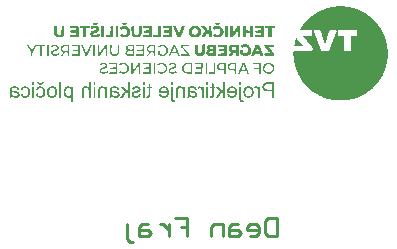
<source format=gbo>
G04*
G04 #@! TF.GenerationSoftware,Altium Limited,CircuitMaker,2.2.1 (2.2.1.6)*
G04*
G04 Layer_Color=13813960*
%FSLAX44Y44*%
%MOMM*%
G71*
G04*
G04 #@! TF.SameCoordinates,B7FF0B77-2EFF-419A-B724-F2A86093BB65*
G04*
G04*
G04 #@! TF.FilePolarity,Positive*
G04*
G01*
G75*
%ADD10C,0.2540*%
G36*
X733333Y218264D02*
X735608Y218201D01*
X735924Y218074D01*
X736430Y218011D01*
X737251Y217948D01*
X737504Y217885D01*
X737693Y217822D01*
X738894Y217759D01*
X739336Y217695D01*
X739589Y217632D01*
X739937Y217537D01*
X740695Y217348D01*
X741043Y217253D01*
X741295Y217190D01*
X742180Y217063D01*
X742907Y216842D01*
X743507Y216621D01*
X743760Y216558D01*
X744202Y216495D01*
X744518Y216368D01*
X745213Y216052D01*
X745403Y215989D01*
X745909Y215926D01*
X746604Y215610D01*
X747078Y215389D01*
X747583Y215262D01*
X747931Y215168D01*
X748373Y214852D01*
X748879Y214662D01*
X749321Y214472D01*
X749447Y214409D01*
X749542Y214314D01*
X750143Y214093D01*
X750490Y213935D01*
X750869Y213619D01*
X751280Y213461D01*
X751596Y213335D01*
X751722Y213272D01*
X751849Y213145D01*
X752291Y212893D01*
X752544Y212829D01*
X752765Y212608D01*
X753144Y212355D01*
X753555Y212197D01*
X753681Y212071D01*
X753808Y212008D01*
X753934Y211882D01*
X754377Y211629D01*
X754503Y211565D01*
X754756Y211313D01*
X755451Y210933D01*
X755767Y210618D01*
X756209Y210365D01*
X756367Y210207D01*
X756431Y210080D01*
X756841Y209859D01*
X757284Y209417D01*
X757726Y209164D01*
X757852Y209101D01*
X757947Y209006D01*
X758010Y208880D01*
X758168Y208722D01*
X758295Y208659D01*
X758421Y208532D01*
X758548Y208469D01*
X758927Y208090D01*
X759053Y208027D01*
X759337Y207742D01*
X759401Y207616D01*
X759495Y207521D01*
X759622Y207458D01*
X759748Y207332D01*
X760064Y206952D01*
X760191Y206889D01*
X760538Y206542D01*
X760601Y206415D01*
X760696Y206320D01*
X760823Y206257D01*
X761170Y205910D01*
X761233Y205783D01*
X761328Y205688D01*
X761454Y205625D01*
X761739Y205341D01*
X761802Y205215D01*
X762150Y204867D01*
X762434Y204519D01*
X762497Y204393D01*
X762592Y204298D01*
X762718Y204235D01*
X762876Y204014D01*
X763129Y203571D01*
X763413Y203287D01*
X763698Y202939D01*
X763761Y202813D01*
X764014Y202624D01*
X764267Y202181D01*
X764646Y201802D01*
X764962Y201233D01*
X765025Y201107D01*
X765214Y200917D01*
X765530Y200348D01*
X765594Y200222D01*
X765846Y199969D01*
X766036Y199653D01*
X766162Y199337D01*
X766415Y199085D01*
X766478Y198958D01*
X766573Y198864D01*
X766794Y198263D01*
X766984Y198074D01*
X767300Y197505D01*
X767489Y197062D01*
X767553Y196936D01*
X767711Y196778D01*
X767932Y196178D01*
X768058Y195862D01*
X768185Y195735D01*
X768248Y195609D01*
X768343Y195514D01*
X768501Y195103D01*
X768564Y194851D01*
X768690Y194535D01*
X768817Y194408D01*
X768880Y194282D01*
X768975Y194187D01*
X769133Y193524D01*
X769322Y193081D01*
X769385Y192955D01*
X769512Y192828D01*
X769606Y192607D01*
X769701Y192133D01*
X769828Y191691D01*
X770207Y191059D01*
X770270Y190553D01*
X770333Y190301D01*
X770396Y189858D01*
X770681Y189195D01*
X770807Y188879D01*
X770870Y188626D01*
X770965Y187836D01*
X771155Y187204D01*
X771313Y186667D01*
X771376Y186351D01*
X771471Y185751D01*
X771534Y185498D01*
X771597Y184676D01*
X771660Y184487D01*
X771723Y183855D01*
X771787Y183412D01*
X771913Y183097D01*
X771976Y181769D01*
X772039Y181580D01*
X772103Y175513D01*
X772039Y175324D01*
X771976Y173997D01*
X771913Y173744D01*
X771755Y173207D01*
X771692Y172827D01*
X771597Y172038D01*
X771534Y171595D01*
X771471Y170963D01*
X771407Y170521D01*
X771281Y170015D01*
X771060Y169289D01*
X770902Y168372D01*
X770839Y168120D01*
X770744Y167772D01*
X770618Y167456D01*
X770428Y166950D01*
X770207Y165908D01*
X769922Y165371D01*
X769796Y165055D01*
X769638Y164328D01*
X769448Y163885D01*
X769164Y163348D01*
X769101Y163096D01*
X769006Y162685D01*
X768690Y162242D01*
X768595Y162021D01*
X768532Y161768D01*
X768437Y161358D01*
X768121Y160915D01*
X767932Y160599D01*
X767805Y160157D01*
X767426Y159588D01*
X767173Y158956D01*
X766984Y158767D01*
X766921Y158640D01*
X766826Y158546D01*
X766668Y158135D01*
X766510Y157787D01*
X766384Y157724D01*
X766162Y157440D01*
X766068Y157219D01*
X765973Y156871D01*
X765594Y156492D01*
X765278Y155923D01*
X765214Y155797D01*
X765120Y155702D01*
X764709Y155101D01*
X764646Y154975D01*
X764393Y154722D01*
X764203Y154406D01*
X763824Y154027D01*
X763571Y153585D01*
X763287Y153301D01*
X763003Y152953D01*
X762940Y152826D01*
X762434Y152321D01*
X762371Y152195D01*
X762244Y152068D01*
X761802Y151499D01*
X761739Y151373D01*
X761581Y151215D01*
X761454Y151152D01*
X761233Y150931D01*
X761170Y150804D01*
X761012Y150646D01*
X760886Y150583D01*
X760601Y150299D01*
X760538Y150172D01*
X760380Y150014D01*
X760254Y149951D01*
X760033Y149730D01*
X759969Y149604D01*
X759811Y149446D01*
X759685Y149382D01*
X759401Y149098D01*
X759337Y148972D01*
X759243Y148877D01*
X758800Y148624D01*
X758295Y148118D01*
X758168Y148055D01*
X757916Y147803D01*
X757347Y147360D01*
X757220Y147297D01*
X756968Y147044D01*
X756652Y146855D01*
X756367Y146570D01*
X755767Y146159D01*
X755198Y145717D01*
X754882Y145591D01*
X754566Y145275D01*
X753997Y144959D01*
X753745Y144706D01*
X753523Y144548D01*
X753113Y144390D01*
X752828Y144232D01*
X752449Y143916D01*
X752038Y143758D01*
X751438Y143347D01*
X751027Y143189D01*
X750711Y143063D01*
X750585Y142937D01*
X750459Y142873D01*
X750364Y142779D01*
X749953Y142621D01*
X749416Y142400D01*
X749068Y142115D01*
X748500Y141989D01*
X748184Y141862D01*
X748057Y141799D01*
X747931Y141673D01*
X747615Y141483D01*
X746857Y141294D01*
X746193Y140946D01*
X745845Y140851D01*
X745340Y140725D01*
X744676Y140440D01*
X744076Y140219D01*
X743634Y140156D01*
X743381Y140093D01*
X742654Y139872D01*
X742338Y139745D01*
X742085Y139682D01*
X741548Y139587D01*
X740790Y139461D01*
X740537Y139398D01*
X740190Y139303D01*
X739874Y139177D01*
X739621Y139113D01*
X738515Y139019D01*
X738325Y138955D01*
X737314Y138892D01*
X737125Y138829D01*
X736114Y138766D01*
X735861Y138703D01*
X735545Y138576D01*
X729415Y138513D01*
X729162Y138576D01*
X728846Y138703D01*
X727898Y138766D01*
X727456Y138829D01*
X727266Y138892D01*
X726066Y138955D01*
X725813Y139019D01*
X725181Y139082D01*
X724675Y139208D01*
X724138Y139366D01*
X723506Y139493D01*
X722906Y139587D01*
X722464Y139650D01*
X722021Y139777D01*
X721674Y139935D01*
X721263Y140093D01*
X721010Y140156D01*
X720252Y140282D01*
X719335Y140693D01*
X718609Y140851D01*
X718356Y140914D01*
X717566Y141325D01*
X717155Y141420D01*
X716966Y141483D01*
X716713Y141546D01*
X716271Y141862D01*
X716049Y141957D01*
X715639Y142052D01*
X715196Y142241D01*
X715070Y142305D01*
X714912Y142463D01*
X714596Y142589D01*
X714185Y142684D01*
X713522Y143158D01*
X713111Y143316D01*
X712732Y143568D01*
X712289Y143821D01*
X711973Y143948D01*
X711784Y144137D01*
X711657Y144200D01*
X711531Y144327D01*
X711310Y144422D01*
X710899Y144580D01*
X710710Y144769D01*
X710014Y145148D01*
X709698Y145464D01*
X709256Y145717D01*
X708877Y146096D01*
X708308Y146412D01*
X708182Y146475D01*
X708087Y146570D01*
X707739Y146855D01*
X707613Y146918D01*
X707392Y147139D01*
X707044Y147423D01*
X706918Y147487D01*
X706570Y147834D01*
X706223Y148118D01*
X706096Y148182D01*
X705085Y149193D01*
X704959Y149256D01*
X704517Y149698D01*
X704390Y149762D01*
X704264Y149888D01*
X704137Y149951D01*
X703790Y150299D01*
X703727Y150425D01*
X703379Y150899D01*
X703253Y150962D01*
X703158Y151057D01*
X703095Y151183D01*
X702431Y151847D01*
X702115Y152226D01*
X701831Y152574D01*
X701768Y152700D01*
X701673Y152795D01*
X701546Y152858D01*
X701388Y153016D01*
X701199Y153332D01*
X700820Y153711D01*
X700567Y154154D01*
X700346Y154375D01*
X699935Y154975D01*
X699872Y155101D01*
X699619Y155354D01*
X699303Y155923D01*
X699050Y156176D01*
X698797Y156618D01*
X698576Y157029D01*
X698450Y157092D01*
X698292Y157313D01*
X698229Y157440D01*
X698039Y157882D01*
X697913Y158008D01*
X697597Y158577D01*
X697470Y158893D01*
X697123Y159241D01*
X696965Y159651D01*
X696902Y159904D01*
X696712Y160220D01*
X696491Y160568D01*
X696364Y160884D01*
X696270Y161231D01*
X696143Y161358D01*
X696080Y161484D01*
X695954Y161611D01*
X695859Y161832D01*
X695764Y162242D01*
X695574Y162685D01*
X695511Y162811D01*
X695353Y162969D01*
X695227Y163285D01*
X695164Y163664D01*
X695069Y164075D01*
X694753Y164517D01*
X694627Y164833D01*
X694563Y165086D01*
X694500Y165529D01*
X694437Y165781D01*
X694153Y166318D01*
X694026Y166634D01*
X693900Y167456D01*
X693805Y167803D01*
X693679Y168120D01*
X693521Y168530D01*
X693457Y168783D01*
X693331Y169478D01*
X693236Y170268D01*
X693110Y170774D01*
X692857Y171342D01*
X692794Y172290D01*
X692731Y172480D01*
X692668Y173744D01*
X692604Y174376D01*
X692541Y174565D01*
X692478Y175640D01*
X692541Y175892D01*
X692478Y176335D01*
X692320Y176682D01*
X692257Y176998D01*
X692288Y179558D01*
X692352Y179747D01*
X692415Y179874D01*
X692573Y179968D01*
X707929Y180032D01*
X708182Y180095D01*
X708340Y180253D01*
X708466Y180569D01*
X708403Y181390D01*
X708466Y181580D01*
X708435Y182559D01*
X708466Y183349D01*
X708340Y183665D01*
X708087Y183918D01*
X707897Y184234D01*
X707329Y184803D01*
X707265Y184929D01*
X707044Y185150D01*
X706918Y185214D01*
X706886Y185308D01*
X706760Y185435D01*
X706697Y185561D01*
X706507Y185751D01*
X706065Y186319D01*
X706002Y186446D01*
X705433Y187015D01*
X705370Y187141D01*
X705212Y187299D01*
X704927Y187647D01*
X704864Y187773D01*
X704580Y188057D01*
X704453Y188120D01*
X704359Y188215D01*
X704295Y188342D01*
X704169Y188468D01*
X704106Y188594D01*
X703790Y188910D01*
X703727Y189037D01*
X703442Y189321D01*
X703316Y189384D01*
X703031Y189795D01*
X702968Y189921D01*
X702526Y190364D01*
X702463Y190490D01*
X701957Y190996D01*
X701894Y191122D01*
X701609Y191533D01*
X701483Y191596D01*
X701388Y191691D01*
X701325Y191817D01*
X701199Y191944D01*
X701136Y192070D01*
X700630Y192576D01*
X700567Y192702D01*
X700440Y192828D01*
X700377Y192955D01*
X700251Y193081D01*
X700282Y193302D01*
X707044Y193366D01*
X707234Y193302D01*
X707550Y193366D01*
X707803Y193429D01*
X707992Y193682D01*
X708055Y193934D01*
X708024Y196304D01*
X708087Y197315D01*
X708024Y197568D01*
X707739Y197789D01*
X699334Y197852D01*
X697944Y197789D01*
X697881D01*
X697660Y197884D01*
X697565Y198105D01*
X697597Y198389D01*
X698102Y198895D01*
X698166Y199148D01*
X698355Y199590D01*
X698608Y199843D01*
X698987Y200538D01*
X699050Y200665D01*
X699145Y200696D01*
X699492Y201233D01*
X699556Y201360D01*
X699745Y201486D01*
X700125Y202181D01*
X700440Y202497D01*
X700693Y202939D01*
X701136Y203382D01*
X701199Y203508D01*
X701546Y203856D01*
X701831Y204203D01*
X701894Y204330D01*
X702178Y204614D01*
X702494Y204993D01*
X702621Y205056D01*
X702905Y205341D01*
X703158Y205783D01*
X703221Y205910D01*
X703316Y206004D01*
X703442Y206068D01*
X703727Y206352D01*
X703790Y206478D01*
X703948Y206636D01*
X704074Y206700D01*
X704359Y206984D01*
X704422Y207110D01*
X704896Y207458D01*
X705022Y207521D01*
X705528Y208027D01*
X705654Y208090D01*
X706160Y208595D01*
X706286Y208659D01*
X706412Y208785D01*
X706539Y208848D01*
X706634Y209006D01*
X706981Y209291D01*
X707107Y209354D01*
X707360Y209606D01*
X707803Y209922D01*
X707929Y209986D01*
X708245Y210302D01*
X708687Y210554D01*
X708814Y210618D01*
X709066Y210870D01*
X709509Y211123D01*
X709888Y211502D01*
X710204Y211692D01*
X710457Y211755D01*
X710583Y211882D01*
X710710Y211945D01*
X710836Y212071D01*
X711152Y212261D01*
X711563Y212482D01*
X711910Y212766D01*
X712542Y213019D01*
X712890Y213367D01*
X713680Y213651D01*
X713869Y213841D01*
X713996Y213904D01*
X714090Y213999D01*
X714438Y214093D01*
X714880Y214283D01*
X715007Y214346D01*
X715196Y214536D01*
X715702Y214725D01*
X715955Y214788D01*
X716302Y214946D01*
X716681Y215199D01*
X717029Y215294D01*
X717282Y215357D01*
X717724Y215483D01*
X717819Y215578D01*
X718198Y215831D01*
X718514Y215894D01*
X718767Y215958D01*
X719177Y216052D01*
X719904Y216400D01*
X720157Y216463D01*
X720694Y216558D01*
X720947Y216621D01*
X721231Y216716D01*
X721547Y216842D01*
X722053Y217032D01*
X722369Y217095D01*
X723222Y217190D01*
X723475Y217253D01*
X724201Y217474D01*
X724707Y217600D01*
X725023Y217664D01*
X727203Y217885D01*
X727519Y218011D01*
X727993Y217980D01*
X728278Y218011D01*
X728625Y218169D01*
X728941Y218232D01*
X730553Y218201D01*
X730742Y218264D01*
X733143Y218327D01*
X733333Y218264D01*
D02*
G37*
G36*
X630137Y204424D02*
X630232Y204330D01*
X630295Y204077D01*
X630168Y203761D01*
X629852Y203445D01*
X629537Y203003D01*
Y202939D01*
X629379Y202782D01*
X628936Y202529D01*
X628747Y202465D01*
X628083Y202497D01*
X626914Y202465D01*
X626503Y202876D01*
X626440Y203003D01*
X626250Y203192D01*
X626061Y203508D01*
X625555Y204014D01*
X625492Y204140D01*
X625587Y204424D01*
X626788Y204488D01*
X627040Y204424D01*
X627356Y204298D01*
X627735Y203919D01*
X628051Y203856D01*
X628304Y203919D01*
X628462Y204203D01*
X628747Y204424D01*
X629884Y204488D01*
X630137Y204424D01*
D02*
G37*
G36*
X551365Y204330D02*
X551429Y204077D01*
X551302Y203761D01*
X550860Y203319D01*
X550575Y202782D01*
X550133Y202529D01*
X549438Y202465D01*
X549248Y202529D01*
X548237Y202465D01*
X547985Y202529D01*
X547763Y202750D01*
Y202813D01*
X547574Y203003D01*
X547510Y203129D01*
X547258Y203382D01*
X547195Y203508D01*
X546942Y203761D01*
X546879Y203887D01*
X546752Y203951D01*
X546689Y204330D01*
X546784Y204424D01*
X547921Y204488D01*
X548174Y204424D01*
X548490Y204298D01*
X548869Y203919D01*
X549185Y203856D01*
X549438Y203919D01*
X549596Y204140D01*
X549659Y204267D01*
X549880Y204424D01*
X551207Y204488D01*
X551365Y204330D01*
D02*
G37*
G36*
X526498Y204424D02*
X526656Y204140D01*
X526467Y203698D01*
X526183Y203413D01*
X525867Y203034D01*
X525835Y203003D01*
X525772Y202813D01*
X525361Y202529D01*
X524413Y202465D01*
X524224Y202529D01*
X523528Y202465D01*
X523086Y202592D01*
X522991Y202687D01*
X522928Y202813D01*
X522802Y202939D01*
X522738Y203066D01*
X522644Y203161D01*
X522517Y203224D01*
X522233Y203635D01*
X522170Y203761D01*
X521917Y204014D01*
X521854Y204330D01*
X521949Y204424D01*
X523149Y204488D01*
X523655Y204361D01*
X523813Y204203D01*
X523876Y204077D01*
X524160Y203793D01*
X524571Y203824D01*
X524761Y204140D01*
X525045Y204424D01*
X526056Y204488D01*
X526498Y204424D01*
D02*
G37*
G36*
X676206Y201581D02*
X676490Y201296D01*
X676553Y199906D01*
X676269Y199622D01*
X674247Y199559D01*
X673994Y199495D01*
X673773Y199274D01*
X673709Y192639D01*
X673646Y192386D01*
X673425Y192165D01*
X671782Y192102D01*
X671339Y192165D01*
X671087Y192418D01*
X671024Y192797D01*
X671055Y198832D01*
X670929Y199337D01*
X670771Y199495D01*
X668685Y199559D01*
X668369Y199685D01*
X668275Y199780D01*
X668211Y200854D01*
X668275Y201296D01*
X668369Y201391D01*
X668812Y201644D01*
X669317D01*
X669507Y201581D01*
X669633Y201644D01*
X675163Y201612D01*
X675763Y201644D01*
X676206Y201581D01*
D02*
G37*
G36*
X667137Y201423D02*
X667200Y201170D01*
X667263Y200980D01*
X667232Y200633D01*
X667263Y192639D01*
X667074Y192197D01*
X666758Y192070D01*
X660028Y192102D01*
X659712Y192228D01*
X659491Y192639D01*
X659522Y193113D01*
X659491Y193650D01*
X659554Y193903D01*
X659649Y193997D01*
X660344Y194061D01*
X663883D01*
X664325Y194124D01*
X664578Y194187D01*
X664799Y194471D01*
X664736Y195419D01*
X664672Y195672D01*
X664514Y195830D01*
X660976Y195893D01*
X660533Y195956D01*
X660217Y196083D01*
X660091Y196399D01*
X660123Y197062D01*
X660059Y197252D01*
X660186Y197631D01*
X660344Y197726D01*
X663630Y197789D01*
X664451Y197852D01*
X664546Y197947D01*
X664704Y198168D01*
X664799Y199148D01*
X664736Y199401D01*
X664578Y199559D01*
X660344Y199622D01*
X659838Y199748D01*
X659712Y199938D01*
X659743Y201107D01*
X659807Y201360D01*
X660091Y201581D01*
X660849Y201644D01*
X661039Y201581D01*
X661102Y201644D01*
X666000Y201612D01*
X666916Y201644D01*
X667137Y201423D01*
D02*
G37*
G36*
X657879Y201581D02*
X658006Y201518D01*
X658100Y201360D01*
X658164Y192639D01*
X657974Y192197D01*
X657658Y192070D01*
X657184Y192102D01*
X656994Y192165D01*
X656836Y192133D01*
X656331Y192070D01*
X655983Y192102D01*
X655762Y192323D01*
X655699Y192449D01*
X655636Y192639D01*
X655667Y193302D01*
X655636Y194345D01*
X655699Y194598D01*
X655636Y195230D01*
X655509Y195546D01*
X655288Y195704D01*
X652445Y195767D01*
X652160Y195672D01*
X651939Y195325D01*
X651844Y194724D01*
X651907Y194535D01*
X651876Y193555D01*
X651907Y192765D01*
X651781Y192323D01*
X651560Y192165D01*
X649917Y192102D01*
X649474Y192165D01*
X649253Y192386D01*
X649190Y194977D01*
Y195040D01*
Y201107D01*
X649316Y201423D01*
X649538Y201581D01*
X650928Y201644D01*
X651560Y201581D01*
X651718Y201423D01*
X651907Y201107D01*
X651876Y200443D01*
X651907Y199401D01*
X651844Y198200D01*
X651971Y197884D01*
X652129Y197789D01*
X655099Y197726D01*
X655541Y197852D01*
X655636Y197947D01*
X655699Y198516D01*
X655636Y198706D01*
X655667Y200127D01*
X655636Y200980D01*
X655762Y201423D01*
X655983Y201644D01*
X656710Y201612D01*
X657690Y201644D01*
X657879Y201581D01*
D02*
G37*
G36*
X622743D02*
X622901Y201360D01*
X622964Y192765D01*
X622901Y192323D01*
X622775Y192197D01*
X622459Y192070D01*
X621985Y192102D01*
X621795Y192165D01*
X621637Y192133D01*
X621132Y192070D01*
X620784Y192102D01*
X620689Y192197D01*
X620531Y192418D01*
X620468Y192670D01*
X620500Y194092D01*
X620373Y194535D01*
X620121Y194787D01*
X619931Y195103D01*
X619710Y195325D01*
X619331Y195388D01*
X619015Y195261D01*
X618730Y194851D01*
X618604Y194535D01*
X618288Y194219D01*
X617909Y193524D01*
X617814Y193429D01*
X617530Y193081D01*
X617467Y192955D01*
X617309Y192607D01*
X616740Y192165D01*
X614654Y192102D01*
X614465Y192038D01*
X614149Y192102D01*
X613991Y192323D01*
X614054Y192576D01*
X614496Y193208D01*
X614560Y193334D01*
X614939Y193713D01*
X615002Y193839D01*
X615033Y193871D01*
X615191Y194219D01*
X615286Y194314D01*
X615571Y194661D01*
X615634Y194787D01*
X615760Y195103D01*
X616076Y195419D01*
X616455Y196115D01*
X616645Y196304D01*
X617024Y196999D01*
X617119Y197094D01*
X617245Y197157D01*
X617340Y197315D01*
X617403Y197631D01*
X617340Y197884D01*
X617087Y198137D01*
X617024Y198263D01*
X616866Y198421D01*
X616740Y198484D01*
X616519Y198706D01*
X616455Y198832D01*
X616266Y199021D01*
X616203Y199148D01*
X615918Y199432D01*
X615634Y199780D01*
X615571Y199906D01*
X615413Y200064D01*
X615286Y200127D01*
X615128Y200285D01*
X615065Y200412D01*
X614907Y200570D01*
X614686Y200728D01*
X614623Y200854D01*
X614496Y200980D01*
X614433Y201486D01*
X614654Y201644D01*
X615444Y201612D01*
X616424Y201644D01*
X616677Y201581D01*
X616866Y201518D01*
X617119Y201454D01*
X617277Y201296D01*
X617467Y200980D01*
X618035Y200412D01*
X618098Y200285D01*
X618193Y200191D01*
X618414Y200033D01*
X618478Y199906D01*
X618604Y199780D01*
X618667Y199653D01*
X618857Y199464D01*
X619299Y198895D01*
X619362Y198769D01*
X619584Y198547D01*
X620152Y198105D01*
X620310Y198137D01*
X620500Y198453D01*
X620468Y199243D01*
X620500Y200475D01*
X620437Y200728D01*
X620500Y201170D01*
X620563Y201423D01*
X620847Y201644D01*
X621511Y201612D01*
X622490Y201644D01*
X622743Y201581D01*
D02*
G37*
G36*
X600215Y201549D02*
X600278Y201170D01*
X600215Y200917D01*
X599930Y200380D01*
X599835Y200033D01*
X599709Y199527D01*
X599456Y199148D01*
X599298Y198737D01*
X599235Y198421D01*
X599140Y198010D01*
X598698Y197315D01*
X598635Y196936D01*
X598508Y196494D01*
X598224Y195956D01*
X598097Y195641D01*
X597939Y194914D01*
X597497Y194219D01*
X597434Y193839D01*
X597371Y193587D01*
X596802Y192386D01*
X596739Y192260D01*
X596644Y192165D01*
X596423Y192070D01*
X594622Y192102D01*
X594179Y192165D01*
X593958Y192386D01*
X593863Y192607D01*
X593800Y192860D01*
X593705Y193208D01*
X593611Y193302D01*
X593358Y193682D01*
X593263Y194092D01*
X593137Y194598D01*
X592979Y194945D01*
X592726Y195325D01*
X592663Y195577D01*
X592600Y195893D01*
X592505Y196304D01*
X592410Y196399D01*
X592378Y196430D01*
X592252Y196683D01*
X592157Y196778D01*
X592094Y197031D01*
X591999Y197442D01*
X591810Y197884D01*
X591746Y198010D01*
X591652Y198105D01*
X591494Y198516D01*
X591367Y199021D01*
X591051Y199717D01*
X590862Y200222D01*
X590798Y200475D01*
X590483Y201170D01*
X590546Y201423D01*
X590704Y201581D01*
X592473Y201644D01*
X592916Y201518D01*
X593042Y201328D01*
X593200Y200917D01*
X593263Y200665D01*
X593548Y200001D01*
X593674Y199685D01*
X593769Y199337D01*
X593958Y198579D01*
X594306Y197852D01*
X594401Y197442D01*
X594527Y196999D01*
X594811Y196462D01*
X594969Y195735D01*
X595127Y195388D01*
X595443Y195325D01*
X595601Y195483D01*
X595696Y195704D01*
X595791Y196241D01*
X595917Y196557D01*
X596138Y196968D01*
X596202Y197220D01*
X596296Y197631D01*
X596644Y198421D01*
X596770Y198737D01*
X596834Y198990D01*
X596928Y199527D01*
X597339Y200443D01*
X597402Y200696D01*
X597497Y201107D01*
X597623Y201423D01*
X597908Y201581D01*
X598097Y201644D01*
X599203Y201612D01*
X600120Y201644D01*
X600215Y201549D01*
D02*
G37*
G36*
X572377Y201581D02*
X572567Y201328D01*
X572630Y201012D01*
X572599Y193208D01*
X572662Y193018D01*
X572599Y192576D01*
X572535Y192323D01*
X572377Y192165D01*
X572156Y192070D01*
X565616Y192102D01*
X565173Y192165D01*
X565079Y192260D01*
X564889Y192576D01*
X564826Y193776D01*
X565047Y193997D01*
X569091Y194061D01*
X569723Y194124D01*
X569976Y194187D01*
X570071Y194282D01*
X570134Y195356D01*
X570102Y195388D01*
X570071Y195483D01*
X570008Y195735D01*
X569850Y195830D01*
X566564Y195893D01*
X565742Y195956D01*
X565521Y196178D01*
X565458Y197315D01*
X565521Y197568D01*
X565679Y197726D01*
X569407Y197789D01*
X569913Y197916D01*
X570071Y198137D01*
X570134Y199337D01*
X569913Y199559D01*
X565932Y199622D01*
X565300Y199685D01*
X565142Y199843D01*
X565047Y200064D01*
X565079Y201107D01*
X565205Y201423D01*
X565300Y201454D01*
X565426Y201581D01*
X566184Y201644D01*
X566374Y201581D01*
X566500Y201644D01*
X571335Y201612D01*
X572125Y201644D01*
X572377Y201581D01*
D02*
G37*
G36*
X580150Y201644D02*
X580372Y201423D01*
X580435Y192765D01*
X580372Y192323D01*
X580277Y192228D01*
X580056Y192070D01*
X574589Y192102D01*
X574400Y192038D01*
X574084Y192102D01*
X573989Y192197D01*
X573799Y192512D01*
X573736Y192702D01*
X573768Y192986D01*
X573736Y193713D01*
X573862Y194029D01*
X574147Y194187D01*
X577307D01*
X577622Y194314D01*
X577780Y194535D01*
X577844Y201107D01*
X577970Y201423D01*
X578065Y201454D01*
X578191Y201581D01*
X578886Y201644D01*
X579076Y201581D01*
X579550Y201612D01*
X579866Y201676D01*
X580150Y201644D01*
D02*
G37*
G36*
X539516D02*
X539738Y201360D01*
X539801Y192955D01*
X539738Y192323D01*
X539390Y192038D01*
X538821Y192102D01*
X534145D01*
X533703Y192038D01*
X533450Y192102D01*
X533292Y192323D01*
X533229Y193776D01*
X533292Y194029D01*
X533387Y194124D01*
X533608Y194219D01*
X536673Y194187D01*
X537115Y194250D01*
X537336Y194535D01*
X537399Y199906D01*
X537336Y200917D01*
X537463Y201423D01*
X537621Y201581D01*
X538253Y201644D01*
X538442Y201581D01*
X538853Y201612D01*
X539232Y201676D01*
X539516Y201644D01*
D02*
G37*
G36*
X519484D02*
X519705Y201423D01*
X519768Y200096D01*
X519642Y199653D01*
X519452Y199527D01*
X517398Y199559D01*
X517051Y199464D01*
X516861Y199148D01*
X516798Y198958D01*
X516830Y192986D01*
X516798Y192576D01*
X516735Y192323D01*
X516545Y192133D01*
X516293Y192070D01*
X515882Y192102D01*
X515692Y192165D01*
X514934Y192038D01*
X514681Y192102D01*
X514460Y192323D01*
X514397Y193334D01*
Y193397D01*
Y198895D01*
X514334Y199337D01*
X514176Y199495D01*
X511964Y199559D01*
X511711Y199622D01*
X511490Y199906D01*
X511521Y200506D01*
X511490Y200980D01*
X511616Y201423D01*
X511774Y201581D01*
X518346Y201644D01*
X518536Y201581D01*
X518884Y201612D01*
X519199Y201676D01*
X519484Y201644D01*
D02*
G37*
G36*
X589124Y201581D02*
X589345Y201296D01*
X589408Y192828D01*
X589345Y192386D01*
X589061Y192165D01*
X582678Y192102D01*
X582236Y192038D01*
X581951Y192133D01*
X581762Y192449D01*
X581699Y192639D01*
X581730Y193113D01*
X581699Y193650D01*
X581762Y193903D01*
X581920Y194061D01*
X581983D01*
X582015Y194092D01*
X586027Y194061D01*
X586470Y194124D01*
X586722Y194187D01*
X586880Y194345D01*
X586975Y194566D01*
X586944Y195230D01*
X586817Y195672D01*
X586564Y195862D01*
X585901Y195956D01*
X585711Y195893D01*
X583658Y195925D01*
X582615Y195893D01*
X582394Y196115D01*
X582331Y197378D01*
X582394Y197631D01*
X582646Y197821D01*
X586154Y197789D01*
X586659Y197916D01*
X586880Y198137D01*
X586944Y198706D01*
X587007Y198895D01*
X586944Y199337D01*
X586659Y199559D01*
X582489Y199622D01*
X581983Y199748D01*
X581888Y199843D01*
X581825Y200159D01*
X581888Y200601D01*
X581825Y200791D01*
X581888Y201296D01*
X582236Y201581D01*
X588492Y201644D01*
X589124Y201581D01*
D02*
G37*
G36*
X503464Y201676D02*
X504001Y201581D01*
X504191Y201644D01*
X510036Y201612D01*
X510289Y201549D01*
X510542Y201107D01*
X510510Y200443D01*
X510542Y192639D01*
X510479Y192386D01*
X510258Y192165D01*
X504380Y192102D01*
X504317D01*
X503464Y192070D01*
X503117Y192102D01*
X502832Y192386D01*
X502769Y193839D01*
X502927Y193997D01*
X503148Y194092D01*
X507161Y194061D01*
X507603Y194124D01*
X507856Y194187D01*
X508141Y194535D01*
X508077Y195167D01*
X508014Y195609D01*
X507919Y195704D01*
X507698Y195862D01*
X506972Y195956D01*
X506782Y195893D01*
X504791Y195925D01*
X503749Y195893D01*
X503527Y196115D01*
X503464Y197378D01*
X503527Y197631D01*
X503780Y197821D01*
X507287Y197789D01*
X507793Y197916D01*
X508014Y198137D01*
X508077Y198706D01*
X508141Y198895D01*
X508077Y199337D01*
X507793Y199559D01*
X503117Y199622D01*
X502864Y199938D01*
X502895Y201233D01*
X503022Y201549D01*
X503306Y201707D01*
X503464Y201676D01*
D02*
G37*
G36*
X647073Y201581D02*
X647357Y201296D01*
X647421Y192639D01*
X647294Y192323D01*
X647073Y192165D01*
X645746Y192102D01*
X645493Y192165D01*
X645272Y192386D01*
X645177Y192607D01*
X645209Y194471D01*
X645145Y196051D01*
X645209Y196494D01*
X645272Y196683D01*
X645209Y196936D01*
X645051Y197094D01*
X644545Y196841D01*
X644324Y196683D01*
X644071Y196241D01*
X643945Y196115D01*
X643882Y195988D01*
X643692Y195798D01*
X643503Y195483D01*
X643186Y195167D01*
X642870Y194724D01*
X642807Y194598D01*
X642555Y194345D01*
X642491Y194219D01*
X642175Y193776D01*
X642112Y193650D01*
X642017Y193618D01*
X641923Y193524D01*
X641670Y193081D01*
X641449Y192860D01*
X641164Y192512D01*
X641101Y192386D01*
X640880Y192165D01*
X639679Y192102D01*
X639616D01*
X639268Y192070D01*
X638984Y192102D01*
X638731Y192418D01*
X638668Y192670D01*
X638700Y200475D01*
X638637Y200728D01*
X638700Y201170D01*
X638763Y201423D01*
X638921Y201581D01*
X640248Y201644D01*
X640753Y201518D01*
X640911Y201296D01*
X640975Y197631D01*
X640911Y197378D01*
X640975Y196936D01*
X641069Y196652D01*
X641322Y196588D01*
X641607Y196683D01*
X641923Y197252D01*
X641986Y197378D01*
X642175Y197568D01*
X642491Y198137D01*
X642586Y198232D01*
X642713Y198295D01*
X642807Y198389D01*
X643060Y198832D01*
X643313Y199085D01*
X643629Y199527D01*
X643692Y199653D01*
X643945Y199906D01*
X644261Y200475D01*
X644640Y200854D01*
X644830Y201170D01*
X644988Y201328D01*
X645430Y201581D01*
X646631Y201644D01*
X647073Y201581D01*
D02*
G37*
G36*
X628241Y201897D02*
X628589Y201802D01*
X628999Y201644D01*
X629884Y201391D01*
X630137Y201328D01*
X630453Y201202D01*
X630579Y201075D01*
X631274Y200696D01*
X631306Y200601D01*
X631780Y200127D01*
X632064Y199780D01*
X632127Y199653D01*
X632380Y199401D01*
X632570Y199085D01*
X632760Y198326D01*
X633012Y197758D01*
X633075Y196304D01*
X632918Y195767D01*
X632791Y195451D01*
X632633Y194787D01*
X632507Y194345D01*
X632412Y194250D01*
X632127Y193903D01*
X632064Y193776D01*
X631432Y193144D01*
X631085Y192860D01*
X630958Y192797D01*
X630643Y192481D01*
X629947Y192228D01*
X629315Y191975D01*
X627040Y191912D01*
X626788Y191975D01*
X626440Y192133D01*
X626029Y192291D01*
X625840Y192355D01*
X625713D01*
X625366Y192512D01*
X625018Y192797D01*
X624576Y193050D01*
X624355Y193271D01*
X624165Y193587D01*
X624228Y193966D01*
X624671Y194408D01*
X624734Y194535D01*
X625018Y194819D01*
X625145Y194882D01*
X625334Y195072D01*
X625713Y195135D01*
X626029Y194819D01*
X626598Y194503D01*
X627040Y194187D01*
X628304Y194124D01*
X628747Y194250D01*
X628936Y194440D01*
X629379Y194693D01*
X629505Y194756D01*
X629726Y195040D01*
X629789Y195167D01*
X629979Y195356D01*
X630137Y195577D01*
X630263Y195893D01*
X630358Y196557D01*
X630421Y196746D01*
X630358Y197189D01*
X630232Y197947D01*
X630105Y198263D01*
X630010Y198358D01*
X629726Y198706D01*
X629663Y198832D01*
X629568Y198927D01*
X629126Y199179D01*
X628999Y199243D01*
X628873Y199369D01*
X628747Y199432D01*
X628620Y199559D01*
X627609Y199622D01*
X627167Y199559D01*
X626851Y199432D01*
X626724Y199306D01*
X626156Y198990D01*
X625934Y198769D01*
X625871Y198642D01*
X625776Y198547D01*
X625524Y198484D01*
X625334Y198547D01*
X625208Y198611D01*
X625113Y198706D01*
X625050Y198832D01*
X624797Y199085D01*
X624734Y199211D01*
X624513Y199432D01*
X624228Y199780D01*
X624165Y200159D01*
X624291Y200475D01*
X624386Y200570D01*
X624955Y200886D01*
X625081Y200949D01*
X625208Y201075D01*
X625334Y201138D01*
X625429Y201233D01*
X625776Y201328D01*
X626092Y201454D01*
X626535Y201518D01*
X627040Y201644D01*
X627198Y201802D01*
X627609Y201960D01*
X628241Y201897D01*
D02*
G37*
G36*
X549375D02*
X549627Y201834D01*
X549944Y201707D01*
X550670Y201486D01*
X551144Y201391D01*
X551650Y201265D01*
X551903Y201012D01*
X552219Y200823D01*
X552345Y200696D01*
X552471Y200633D01*
X552503Y200538D01*
X552850Y200191D01*
X552977Y200127D01*
X553324Y199653D01*
X553388Y199527D01*
X553609Y199306D01*
X553767Y198895D01*
X553830Y198642D01*
X553956Y198200D01*
X554146Y197758D01*
X554209Y196430D01*
X554146Y195988D01*
X553925Y195261D01*
X553862Y195009D01*
X553767Y194661D01*
X553640Y194345D01*
X553388Y194092D01*
X553324Y193966D01*
X552977Y193492D01*
X552850Y193429D01*
X552692Y193271D01*
X552629Y193144D01*
X552219Y192860D01*
X552092Y192797D01*
X551776Y192481D01*
X551081Y192228D01*
X550639Y192038D01*
X550449Y191975D01*
X548174Y191912D01*
X547921Y191975D01*
X547574Y192133D01*
X547163Y192291D01*
X546910Y192355D01*
X546468Y192544D01*
X545899Y192986D01*
X545773Y193050D01*
X545425Y193397D01*
X545299Y193713D01*
X545425Y194029D01*
X545646Y194187D01*
X545931Y194535D01*
X545994Y194661D01*
X546089Y194756D01*
X546657Y195198D01*
X546910Y195135D01*
X547005Y195040D01*
X547068Y194914D01*
X547289Y194756D01*
X547826Y194471D01*
X548174Y194187D01*
X549501Y194124D01*
X549754Y194187D01*
X550196Y194503D01*
X550639Y194756D01*
X550923Y195103D01*
X550986Y195230D01*
X551113Y195356D01*
X551271Y195577D01*
X551397Y195893D01*
X551492Y196494D01*
X551555Y196683D01*
X551523Y197094D01*
X551429Y197694D01*
X551365Y197947D01*
X551239Y198263D01*
X551144Y198358D01*
X550860Y198706D01*
X550797Y198832D01*
X549817Y199559D01*
X548680Y199622D01*
X548427Y199559D01*
X547985Y199369D01*
X547289Y198990D01*
X547068Y198769D01*
X547005Y198642D01*
X546721Y198484D01*
X546531Y198547D01*
X546405Y198611D01*
X546120Y198895D01*
X546057Y199021D01*
X545931Y199148D01*
X545868Y199274D01*
X545488Y199653D01*
X545299Y199969D01*
X545362Y200222D01*
Y200285D01*
X545425Y200412D01*
X545583Y200570D01*
X546152Y200886D01*
X546278Y200949D01*
X546405Y201075D01*
X546847Y201328D01*
X547195Y201423D01*
X547447Y201486D01*
X548048Y201581D01*
X548427Y201834D01*
X548743Y201960D01*
X549375Y201897D01*
D02*
G37*
G36*
X563720Y201518D02*
X563878Y201233D01*
X563941Y201044D01*
X563909Y200570D01*
X563941Y195988D01*
Y195925D01*
X563878Y195293D01*
X563720Y194756D01*
X563593Y194440D01*
X563499Y194029D01*
X563372Y193713D01*
X563309Y193587D01*
X562867Y193144D01*
X562803Y193018D01*
X562709Y192986D01*
X562330Y192607D01*
X562108Y192449D01*
X561698Y192291D01*
X561255Y192165D01*
X560939Y191975D01*
X558601Y191912D01*
X558159Y191975D01*
X557811Y192133D01*
X557306Y192323D01*
X556958Y192418D01*
X556642Y192734D01*
X556516Y192797D01*
X556105Y193208D01*
X556042Y193334D01*
X555757Y193618D01*
X555536Y194219D01*
X555378Y194566D01*
X555252Y194882D01*
X555157Y201107D01*
X555283Y201423D01*
X555505Y201581D01*
X557084Y201644D01*
X557400Y201518D01*
X557558Y201296D01*
X557622Y196178D01*
X557685Y195925D01*
X557938Y195040D01*
X558064Y194724D01*
X558348Y194440D01*
X558791Y194124D01*
X559612Y194061D01*
X560244Y194124D01*
X560686Y194566D01*
X560813Y194629D01*
X561034Y194851D01*
X561161Y195167D01*
X561287Y195609D01*
X561413Y195925D01*
X561476Y200601D01*
X561413Y200791D01*
X561476Y201107D01*
X561540Y201296D01*
X561603Y201423D01*
X561824Y201581D01*
X563278Y201644D01*
X563720Y201518D01*
D02*
G37*
G36*
X498187D02*
X498345Y201360D01*
X498409Y194914D01*
X498124Y194440D01*
X497966Y194029D01*
X497777Y193587D01*
X497714Y193460D01*
X496987Y192734D01*
X496860Y192670D01*
X496734Y192544D01*
X496418Y192355D01*
X496165Y192291D01*
X495470Y191975D01*
X492879Y191912D01*
X492184Y192228D01*
X491931Y192291D01*
X491489Y192418D01*
X491173Y192734D01*
X491046Y192797D01*
X490762Y193081D01*
X490699Y193208D01*
X490573Y193334D01*
X490509Y193460D01*
X490257Y193713D01*
X489877Y194787D01*
X489814Y195040D01*
X489719Y195388D01*
X489656Y195704D01*
X489688Y200412D01*
X489625Y200665D01*
X489688Y201296D01*
X489972Y201581D01*
X491615Y201644D01*
X492121Y201518D01*
X492279Y201360D01*
X492342Y195798D01*
X492405Y195167D01*
X492532Y194851D01*
X492626Y194756D01*
X492753Y194693D01*
X493037Y194408D01*
X493385Y194124D01*
X494459Y194061D01*
X494901Y194187D01*
X495280Y194566D01*
X495407Y194629D01*
X495565Y194851D01*
X495628Y194977D01*
X495881Y195546D01*
X495944Y201044D01*
X496007Y201296D01*
X496292Y201581D01*
X496355D01*
X497682Y201644D01*
X498187Y201518D01*
D02*
G37*
G36*
X636267Y201581D02*
X636456Y201518D01*
X636583Y201454D01*
X636678Y201296D01*
X636741Y200538D01*
X636678Y200348D01*
X636741Y200159D01*
X636709Y193492D01*
X636741Y192765D01*
X636614Y192323D01*
X636393Y192165D01*
X635003Y192102D01*
X634561Y192165D01*
X634466Y192260D01*
X634308Y192481D01*
X634244Y192734D01*
X634276Y196241D01*
X634213Y196430D01*
X634276Y196620D01*
X634244Y197220D01*
X634276Y200412D01*
X634213Y200854D01*
X634339Y201360D01*
X634624Y201581D01*
X634687D01*
X636014Y201644D01*
X636267Y201581D01*
D02*
G37*
G36*
X530132Y201676D02*
X530448Y201612D01*
X531554Y201644D01*
X531870Y201518D01*
X531996Y201454D01*
X532091Y201296D01*
X532154Y193334D01*
X532217Y192892D01*
X532091Y192386D01*
X531902Y192197D01*
X531554Y192102D01*
X530922D01*
X530732Y192165D01*
X530101Y192038D01*
X529848Y192102D01*
X529627Y192323D01*
X529563Y200980D01*
X529627Y201423D01*
X529721Y201518D01*
X530037Y201707D01*
X530132Y201676D01*
D02*
G37*
G36*
X542265D02*
X542581Y201612D01*
X543624Y201644D01*
X543877Y201581D01*
X544035Y201423D01*
X544130Y200886D01*
X544098Y195735D01*
Y195672D01*
X544130Y193050D01*
X544098Y192576D01*
X544035Y192323D01*
X543845Y192133D01*
X543592Y192070D01*
X543182Y192102D01*
X542992Y192165D01*
X542234Y192038D01*
X541981Y192102D01*
X541760Y192323D01*
X541697Y200980D01*
X541760Y201423D01*
X541855Y201518D01*
X542171Y201707D01*
X542265Y201676D01*
D02*
G37*
G36*
X609883D02*
X610642Y201486D01*
X611115Y201391D01*
X611526Y201233D01*
X611874Y200949D01*
X612316Y200696D01*
X612537Y200475D01*
X612601Y200348D01*
X612758Y200191D01*
X612885Y200127D01*
X613043Y199969D01*
X613359Y199401D01*
X613422Y199274D01*
X613549Y199148D01*
X613706Y198927D01*
X613864Y198263D01*
X613928Y198010D01*
X613991Y197821D01*
X614054Y196241D01*
X613959Y195893D01*
X613896Y195577D01*
X613801Y195040D01*
X613738Y194787D01*
X613612Y194471D01*
X613327Y194187D01*
X613169Y193776D01*
X612948Y193555D01*
X612822Y193492D01*
X612601Y193208D01*
X612253Y192923D01*
X612127Y192860D01*
X612032Y192765D01*
X611684Y192481D01*
X611463Y192386D01*
X611052Y192291D01*
X610262Y191944D01*
X609630Y191880D01*
X607956Y191912D01*
X607513Y191975D01*
X607166Y192133D01*
X606850Y192260D01*
X606439Y192355D01*
X606123Y192481D01*
X605870Y192734D01*
X605554Y192923D01*
X605017Y193460D01*
X604986Y193492D01*
X604701Y193839D01*
X604638Y193966D01*
X604385Y194219D01*
X604196Y194535D01*
X604101Y194882D01*
X604006Y195293D01*
X603753Y195925D01*
X603690Y197315D01*
X603753Y197758D01*
X603911Y198168D01*
X604038Y198484D01*
X604132Y198832D01*
X604196Y199085D01*
X604322Y199401D01*
X604638Y199717D01*
X604701Y199843D01*
X605112Y200254D01*
X605238Y200317D01*
X605270Y200412D01*
X605396Y200538D01*
X605744Y200823D01*
X605870Y200886D01*
X605997Y201012D01*
X606439Y201328D01*
X606818Y201391D01*
X607071Y201454D01*
X607893Y201707D01*
X608082Y201770D01*
X609346Y201834D01*
X609883Y201676D01*
D02*
G37*
G36*
X525045Y201897D02*
X525709Y201549D01*
X525961Y201486D01*
X526309Y201391D01*
X526751Y201202D01*
X526878Y201138D01*
X526909Y201044D01*
X527130Y200823D01*
X527257Y200759D01*
X527478Y200538D01*
X527668Y200222D01*
X527731Y199969D01*
X527857Y199653D01*
X527920Y198389D01*
X527857Y198137D01*
X527794Y197947D01*
X527731Y197694D01*
X527604Y197378D01*
X527383Y197157D01*
X527257Y197094D01*
X527162Y196999D01*
X527099Y196873D01*
X526909Y196683D01*
X526593Y196557D01*
X526246Y196462D01*
X525867Y196209D01*
X525740Y196146D01*
X525424Y196020D01*
X524792Y195956D01*
X524539Y195893D01*
X523339Y195325D01*
X523118Y195103D01*
X522928Y194787D01*
X522991Y194408D01*
X523086Y194314D01*
X523528Y194061D01*
X524160Y193997D01*
X525013Y194092D01*
X525614Y194187D01*
X526056Y194503D01*
X526751Y194756D01*
X526972Y194977D01*
X527036Y195103D01*
X527320Y195325D01*
X527573Y195261D01*
X527699Y195135D01*
X528142Y194440D01*
X528331Y193934D01*
X528426Y193524D01*
X528363Y193271D01*
X528268Y193176D01*
X527699Y192860D01*
X527573Y192734D01*
X527446Y192670D01*
X527320Y192544D01*
X527099Y192449D01*
X526688Y192355D01*
X526056Y192165D01*
X525614Y191975D01*
X523781Y191912D01*
X523591Y191849D01*
X523023Y191912D01*
X522486Y192133D01*
X522170Y192260D01*
X521822Y192355D01*
X521506Y192481D01*
X521158Y192828D01*
X521095Y192955D01*
X520716Y193334D01*
X520463Y193776D01*
X520400Y193966D01*
X520432Y195830D01*
X520527Y196178D01*
X521032Y196683D01*
X521095Y196810D01*
X521253Y196968D01*
X522075Y197410D01*
X522422Y197631D01*
X523086Y197789D01*
X523528Y197852D01*
X524224Y198168D01*
X524255Y198200D01*
X524666Y198358D01*
X524982Y198484D01*
X525203Y198706D01*
X525266Y199211D01*
X525203Y199464D01*
X524919Y199622D01*
X524729Y199685D01*
X523876Y199653D01*
X523307Y199590D01*
X522896Y199495D01*
X522391Y199179D01*
X522138Y199116D01*
X521696Y198927D01*
X521316Y198864D01*
X521158Y199021D01*
X520621Y199938D01*
X520463Y200348D01*
X520590Y200791D01*
X520779Y200980D01*
X521285Y201296D01*
X521759Y201391D01*
X522012Y201454D01*
X522359Y201549D01*
X522960Y201770D01*
X523149Y201834D01*
X523781Y201897D01*
X524792Y201960D01*
X525045Y201897D01*
D02*
G37*
G36*
X617340Y185688D02*
X617403Y185435D01*
X617467Y185245D01*
X617435Y184834D01*
X617467Y183097D01*
X617403Y182907D01*
X617435Y180474D01*
X617403Y179684D01*
X617340Y179242D01*
X617277Y178989D01*
X616898Y178167D01*
X616771Y177851D01*
X616108Y177188D01*
X615981Y177125D01*
X615855Y176998D01*
X615729Y176935D01*
X615539Y176745D01*
X615033Y176556D01*
X614338Y176366D01*
X613896Y176177D01*
X613264Y176114D01*
X612253Y176177D01*
X611905Y176271D01*
X611400Y176461D01*
X611052Y176556D01*
X610547Y176682D01*
X610326Y176903D01*
X609978Y177188D01*
X609852Y177251D01*
X609820Y177283D01*
X609567Y177662D01*
X609504Y177788D01*
X609251Y178041D01*
X609093Y178262D01*
X608998Y178736D01*
X608872Y179052D01*
X608809Y184108D01*
X608746Y185119D01*
X608809Y185371D01*
X608872Y185561D01*
X608935Y185688D01*
X609093Y185782D01*
X610736Y185845D01*
X611052Y185719D01*
X611179Y185529D01*
X611242Y185277D01*
X611210Y180758D01*
X611337Y179684D01*
X611400Y179431D01*
X611526Y179115D01*
X611621Y179084D01*
X611747Y178957D01*
X611874Y178894D01*
X611969Y178799D01*
X612032Y178673D01*
X612379Y178389D01*
X613201Y178325D01*
X613643Y178389D01*
X614086Y178704D01*
X614212Y178768D01*
X614307Y178862D01*
X614939Y180063D01*
X615002Y185245D01*
X615128Y185688D01*
X615286Y185845D01*
X615665Y185909D01*
X615918Y185845D01*
X617119Y185909D01*
X617340Y185688D01*
D02*
G37*
G36*
X482073Y185529D02*
X482231Y185371D01*
X482294Y184929D01*
X482231Y184676D01*
X481883Y184392D01*
X481220Y184424D01*
X480746Y184392D01*
X480556Y184455D01*
X479924Y184392D01*
X479608Y184266D01*
X479450Y184044D01*
X479387Y176903D01*
X479261Y176588D01*
X479040Y176430D01*
X478534Y176240D01*
X478218Y176366D01*
X478060Y176588D01*
X477997Y183981D01*
X477839Y184329D01*
X477618Y184424D01*
X476196Y184392D01*
X475374Y184455D01*
X474995Y184834D01*
X474679Y184897D01*
X474426Y184834D01*
X474300Y184645D01*
X474205Y184297D01*
X474079Y183981D01*
X474016Y183855D01*
X473921Y183823D01*
X473700Y183412D01*
X473510Y182970D01*
X473447Y182844D01*
X473321Y182717D01*
X473068Y182275D01*
X472910Y181927D01*
X472594Y181548D01*
X472436Y181138D01*
X472309Y180821D01*
X472120Y180632D01*
X471804Y180063D01*
X471741Y179810D01*
X471551Y179621D01*
X471488Y179494D01*
X471362Y179368D01*
X471298Y176840D01*
X471235Y176588D01*
X470982Y176335D01*
X470635Y176240D01*
X470319Y176366D01*
X470192Y176619D01*
X470129Y176935D01*
X470161Y178926D01*
X470098Y179558D01*
X469971Y179874D01*
X469908Y180000D01*
X469782Y180126D01*
X469529Y180569D01*
X469339Y181011D01*
X469244Y181106D01*
X468992Y181485D01*
X468834Y181896D01*
X468391Y182528D01*
X468328Y182654D01*
X468202Y182970D01*
X467949Y183349D01*
X467760Y183665D01*
X467633Y183981D01*
X467380Y184360D01*
X467191Y184676D01*
X466875Y185119D01*
X466812Y185371D01*
X466906Y185466D01*
X467096Y185529D01*
X467127Y185561D01*
X467791Y185593D01*
X468044Y185529D01*
X468328Y184992D01*
X468518Y184803D01*
X468739Y184455D01*
X468897Y184044D01*
X468992Y183950D01*
X469276Y183602D01*
X469339Y183476D01*
X469529Y183033D01*
X469592Y182907D01*
X469877Y182623D01*
X470034Y182212D01*
X470161Y181896D01*
X470572Y181485D01*
X470888Y181296D01*
X471204Y181422D01*
X471330Y181738D01*
X471425Y182085D01*
X471520Y182180D01*
X471804Y182528D01*
X472057Y183160D01*
X472309Y183412D01*
X472562Y183855D01*
X472689Y184171D01*
X472878Y184360D01*
X472941Y184487D01*
X473068Y184613D01*
X473131Y184866D01*
X473415Y185340D01*
X473858Y185593D01*
X474900Y185561D01*
X481820Y185593D01*
X482073Y185529D01*
D02*
G37*
G36*
X694943Y191122D02*
X695195Y190680D01*
X695353Y190522D01*
X695480Y190459D01*
X695638Y190301D01*
X695701Y190174D01*
X695827Y190048D01*
X695891Y189921D01*
X696206Y189606D01*
X696270Y189479D01*
X696428Y189321D01*
X696554Y189258D01*
X696649Y189163D01*
X696965Y188721D01*
X697028Y188594D01*
X697407Y188215D01*
X697470Y188089D01*
X697660Y187899D01*
X697723Y187773D01*
X697818Y187678D01*
X697944Y187615D01*
X697976Y187520D01*
X698102Y187394D01*
X698166Y187267D01*
X698608Y186825D01*
X698797Y186509D01*
X699177Y186193D01*
X699240Y186067D01*
X699366Y185940D01*
X699429Y185814D01*
X700156Y185087D01*
X700282Y185024D01*
X700377Y184929D01*
X700440Y184613D01*
X700219Y184455D01*
X699334Y184518D01*
X699145Y184455D01*
X693931Y184487D01*
X693205Y184455D01*
X692857Y184613D01*
X692794Y185056D01*
X692857Y185308D01*
X693078Y185845D01*
X693205Y186351D01*
X693236Y186383D01*
X693299Y186951D01*
X693426Y187836D01*
X693647Y188563D01*
X693837Y189068D01*
X693931Y189479D01*
X693995Y189921D01*
X694058Y190174D01*
X694437Y190996D01*
X694721Y191217D01*
X694943Y191122D01*
D02*
G37*
G36*
X603974Y185529D02*
X604069Y185435D01*
X604259Y185119D01*
X604196Y184740D01*
X604006Y184550D01*
X603595Y184455D01*
X603532D01*
X599614Y184518D01*
X598982Y184455D01*
X598824Y184297D01*
X598761Y184044D01*
X599646Y183160D01*
X599835Y182844D01*
X600278Y182401D01*
X600530Y181959D01*
X600625Y181864D01*
X600752Y181801D01*
X601036Y181390D01*
X601099Y181264D01*
X601384Y180979D01*
X601668Y180632D01*
X601731Y180506D01*
X602015Y180221D01*
X602300Y179874D01*
X602363Y179747D01*
X602458Y179652D01*
X602584Y179589D01*
X602774Y179336D01*
X603027Y178957D01*
X603153Y178894D01*
X603437Y178547D01*
X603501Y178420D01*
X603880Y178041D01*
X604259Y177346D01*
X604322Y176840D01*
X604227Y176556D01*
X604006Y176398D01*
X603753Y176335D01*
X598350Y176366D01*
X597339Y176303D01*
X597086Y176366D01*
X596928Y176588D01*
X596865Y177346D01*
X597023Y177504D01*
X597244Y177599D01*
X601826Y177567D01*
X602079Y177630D01*
X602174Y177725D01*
X602237Y177915D01*
X602174Y178167D01*
X601984Y178357D01*
X601921Y178483D01*
X601289Y179115D01*
X601099Y179431D01*
X600720Y179747D01*
X600467Y180190D01*
X600246Y180411D01*
X599962Y180758D01*
X599898Y180885D01*
X599456Y181327D01*
X599203Y181769D01*
X599045Y181927D01*
X598919Y181991D01*
X598887Y182085D01*
X598761Y182212D01*
X598698Y182338D01*
X598413Y182623D01*
X598129Y182970D01*
X598066Y183097D01*
X597971Y183191D01*
X597845Y183255D01*
X597750Y183349D01*
X597434Y183792D01*
X597371Y183918D01*
X597276Y184013D01*
X596960Y184392D01*
X596834Y184708D01*
X596739Y185119D01*
X596865Y185435D01*
X596960Y185529D01*
X603722Y185593D01*
X603974Y185529D01*
D02*
G37*
G36*
X635572Y185845D02*
X635824Y185782D01*
X636046Y185561D01*
X636109Y178231D01*
Y178167D01*
Y176840D01*
X635982Y176524D01*
X635888Y176430D01*
X629884Y176366D01*
X628873Y176303D01*
X628620Y176366D01*
X628399Y176651D01*
X628336Y178104D01*
X628494Y178262D01*
X632791Y178325D01*
X633233Y178389D01*
X633455Y178673D01*
X633391Y179684D01*
X633328Y179937D01*
X633170Y180095D01*
X629758Y180158D01*
X629568Y180095D01*
X629379Y180158D01*
X629126Y180221D01*
X629031Y180316D01*
X628968Y181769D01*
X629189Y181991D01*
X632412Y182054D01*
X632665Y181991D01*
X633170Y182117D01*
X633391Y182401D01*
X633455Y183412D01*
X633391Y183602D01*
X633328Y183729D01*
X633170Y183823D01*
X629315Y183886D01*
X629063Y183823D01*
X628620Y183886D01*
X628431Y184139D01*
X628462Y185435D01*
X628557Y185719D01*
X628778Y185877D01*
X635572Y185845D01*
D02*
G37*
G36*
X511079Y185593D02*
X511237Y185435D01*
X511300Y184866D01*
X511237Y184676D01*
X511269Y181169D01*
X511237Y177978D01*
X511300Y177156D01*
X511237Y176714D01*
X511174Y176461D01*
X510984Y176335D01*
X506339Y176366D01*
X505139Y176303D01*
X504886Y176366D01*
X504791Y176461D01*
X504665Y176967D01*
X504791Y177472D01*
X504981Y177599D01*
X509436Y177567D01*
X509878Y177693D01*
X510036Y177851D01*
X510100Y179810D01*
X510036Y180063D01*
X509815Y180284D01*
X509120Y180348D01*
X508867Y180411D01*
X508678Y180348D01*
X506624Y180379D01*
X505581Y180348D01*
X505360Y180569D01*
X505297Y181074D01*
X505423Y181517D01*
X505455Y181548D01*
X505613Y181643D01*
X509310Y181611D01*
X509752Y181675D01*
X510036Y182022D01*
X510100Y184044D01*
X510036Y184297D01*
X509815Y184455D01*
X505392Y184518D01*
X504949Y184582D01*
X504728Y184929D01*
X504791Y185308D01*
X504981Y185498D01*
X505234Y185561D01*
X510668Y185624D01*
X511079Y185593D01*
D02*
G37*
G36*
X534271Y185529D02*
X534366Y185435D01*
X534429Y184803D01*
X534366Y184613D01*
X534398Y184455D01*
X534366Y177535D01*
X534429Y177346D01*
X534366Y176714D01*
X534177Y176398D01*
X533766Y176240D01*
X533513Y176303D01*
X533292Y176524D01*
X533229Y182275D01*
X533166Y182717D01*
X533071Y182812D01*
X532881Y182875D01*
X532628Y182812D01*
X532470Y182465D01*
X532186Y181991D01*
X531902Y181643D01*
X531838Y181517D01*
X531459Y181138D01*
X531206Y180695D01*
X531143Y180569D01*
X530891Y180316D01*
X530574Y179747D01*
X530480Y179652D01*
X530353Y179589D01*
X530258Y179494D01*
X530006Y179052D01*
X529943Y178926D01*
X529753Y178736D01*
X529437Y178294D01*
X529374Y178167D01*
X529153Y177946D01*
X528742Y177346D01*
X528679Y177220D01*
X528363Y176903D01*
X528299Y176777D01*
X527952Y176430D01*
X527130Y176366D01*
X526941Y176430D01*
X526814Y176493D01*
X526656Y176777D01*
X526688Y184518D01*
X526656Y185371D01*
X526814Y185529D01*
X527510Y185593D01*
X527857Y185435D01*
X527952Y185214D01*
X527920Y179810D01*
X527794Y179494D01*
X527857Y179242D01*
X528015Y179084D01*
X528236Y179179D01*
X528584Y179463D01*
X528710Y179526D01*
X528805Y179621D01*
X529058Y180063D01*
X529374Y180379D01*
X529690Y180948D01*
X529753Y181074D01*
X530006Y181327D01*
X530164Y181548D01*
X530195Y181580D01*
X530322Y181833D01*
X530480Y181991D01*
X530764Y182338D01*
X530827Y182465D01*
X531048Y182686D01*
X531459Y183286D01*
X531522Y183412D01*
X531775Y183665D01*
X532028Y184108D01*
X532091Y184234D01*
X532407Y184550D01*
X532660Y184992D01*
X533008Y185340D01*
X533355Y185561D01*
X533766Y185656D01*
X534271Y185529D01*
D02*
G37*
G36*
X669570Y185845D02*
X675637D01*
X675921Y185751D01*
X676174Y185308D01*
X676142Y184897D01*
X676174Y184297D01*
X676111Y184044D01*
X675953Y183950D01*
X671972Y183886D01*
X671719Y183823D01*
X671624Y183729D01*
X671561Y183539D01*
X671656Y183255D01*
X671782Y183191D01*
X672351Y182623D01*
X672635Y182275D01*
X672698Y182149D01*
X672919Y181927D01*
X673046Y181864D01*
X673330Y181453D01*
X673393Y181327D01*
X673709Y181011D01*
X673773Y180885D01*
X674089Y180569D01*
X674531Y180000D01*
X674594Y179874D01*
X674752Y179716D01*
X674878Y179652D01*
X674910Y179558D01*
X675036Y179431D01*
X675100Y179305D01*
X675447Y178957D01*
X675732Y178610D01*
X675795Y178483D01*
X676174Y178104D01*
X676300Y177156D01*
X676237Y176714D01*
X676174Y176524D01*
X676111Y176398D01*
X675984Y176335D01*
X669317Y176366D01*
X668306Y176303D01*
X668117Y176366D01*
X667832Y176714D01*
X667769Y177978D01*
X667895Y178294D01*
X668211Y178420D01*
X671845Y178389D01*
X672287Y178515D01*
X672319Y178736D01*
X672066Y179305D01*
X671561Y179810D01*
X671497Y179937D01*
X671118Y180316D01*
X671055Y180442D01*
X670929Y180569D01*
X670866Y180695D01*
X670708Y180853D01*
X670581Y180916D01*
X670360Y181201D01*
X670297Y181327D01*
X669855Y181769D01*
X669602Y182212D01*
X669033Y182780D01*
X668970Y182907D01*
X668812Y183065D01*
X668527Y183412D01*
X668464Y183539D01*
X668180Y183823D01*
X668053Y183886D01*
X667832Y184171D01*
X667769Y185245D01*
X667895Y185688D01*
X668211Y185877D01*
X669570Y185845D01*
D02*
G37*
G36*
X652571Y186035D02*
X652918Y185877D01*
X653234Y185751D01*
X653898Y185593D01*
X654214Y185466D01*
X654467Y185214D01*
X654783Y185024D01*
X655636Y184171D01*
X655699Y184044D01*
X655920Y183634D01*
X656236Y183128D01*
X656331Y182717D01*
X656457Y182401D01*
X656520Y180316D01*
X656205Y179052D01*
X656047Y178704D01*
X655636Y178104D01*
X655573Y177978D01*
X655193Y177662D01*
X655130Y177535D01*
X654972Y177377D01*
X654404Y177062D01*
X654214Y176872D01*
X653866Y176651D01*
X653519Y176556D01*
X652887Y176366D01*
X652445Y176240D01*
X652255Y176177D01*
X651181Y176114D01*
X650833Y176208D01*
X650106Y176366D01*
X649854Y176430D01*
X649506Y176524D01*
X649190Y176588D01*
X648653Y176682D01*
X648274Y176935D01*
X647705Y177251D01*
X647484Y177472D01*
X647452Y177504D01*
X647357Y177725D01*
X647389Y180158D01*
X647357Y181074D01*
X647579Y181296D01*
X649222Y181359D01*
X649474Y181296D01*
X649632Y181138D01*
X649696Y180695D01*
X649632Y180506D01*
X649664Y180032D01*
X649632Y179431D01*
X649696Y179179D01*
X649759Y178989D01*
X649822Y178862D01*
X650043Y178704D01*
X650612Y178389D01*
X651623Y178325D01*
X651876Y178389D01*
X652318Y178515D01*
X652445Y178641D01*
X653013Y178957D01*
X653298Y179305D01*
X653361Y179431D01*
X653550Y179621D01*
X653866Y180063D01*
X653930Y181896D01*
X653866Y182149D01*
X653740Y182465D01*
X653550Y182654D01*
X653361Y182970D01*
X653013Y183318D01*
X652887Y183381D01*
X652760Y183507D01*
X652318Y183823D01*
X651054Y183886D01*
X650233Y183823D01*
X649601Y183381D01*
X649348Y183318D01*
X648842Y183002D01*
X648590Y183065D01*
X648368Y183476D01*
X648116Y183729D01*
X647673Y184297D01*
X647484Y184613D01*
X647547Y184866D01*
X647958Y185087D01*
X648147Y185277D01*
X648368Y185435D01*
X648779Y185593D01*
X649506Y185814D01*
X649917Y185972D01*
X650106Y186035D01*
X652129Y186098D01*
X652571Y186035D01*
D02*
G37*
G36*
X565805Y185529D02*
X565900Y185435D01*
X565963Y176840D01*
X565837Y176524D01*
X565679Y176366D01*
X565616D01*
X565584Y176335D01*
X560750Y176366D01*
X559739Y176303D01*
X559486Y176366D01*
X559359Y176556D01*
X559265Y177030D01*
X559391Y177472D01*
X559581Y177599D01*
X564099Y177567D01*
X564510Y177725D01*
X564699Y178041D01*
X564668Y178957D01*
X564699Y179621D01*
X564636Y180063D01*
X564415Y180284D01*
X563720Y180348D01*
X563467Y180411D01*
X563278Y180348D01*
X561729Y180379D01*
X560939Y180348D01*
X560497Y180411D01*
X560244Y180474D01*
X560086Y180632D01*
X560023Y181074D01*
X560086Y181327D01*
X560307Y181548D01*
X563909Y181611D01*
X564352Y181675D01*
X564447Y181769D01*
X564636Y182085D01*
X564699Y182275D01*
X564668Y183255D01*
X564699Y183981D01*
X564636Y184234D01*
X564415Y184455D01*
X559991Y184518D01*
X559549Y184582D01*
X559423Y184708D01*
X559328Y185056D01*
X559391Y185308D01*
X559612Y185529D01*
X565552Y185593D01*
X565805Y185529D01*
D02*
G37*
G36*
X582046Y185593D02*
X582109D01*
X582425Y185529D01*
X583057Y185466D01*
X583500Y185150D01*
X584132Y184897D01*
X584448Y184582D01*
X584574Y184518D01*
X585174Y183918D01*
X585427Y183476D01*
X585490Y183349D01*
X585680Y183160D01*
X585869Y182844D01*
X585933Y182212D01*
X586059Y181896D01*
X586122Y181011D01*
X586185Y180758D01*
X586122Y180506D01*
X585933Y179874D01*
X585869Y179242D01*
X585743Y178926D01*
X585617Y178799D01*
X585238Y178104D01*
X585016Y177883D01*
X584890Y177820D01*
X584732Y177662D01*
X584669Y177535D01*
X584511Y177377D01*
X584068Y177125D01*
X583910Y176967D01*
X583531Y176714D01*
X583184Y176619D01*
X582425Y176430D01*
X582236Y176366D01*
X581541Y176303D01*
X581351Y176366D01*
X581225Y176303D01*
X580530Y176366D01*
X579771Y176556D01*
X579329Y176619D01*
X578886Y176745D01*
X578760Y176872D01*
X578191Y177188D01*
X577907Y177472D01*
X577844Y179937D01*
X577780Y180126D01*
X577844Y180569D01*
X578128Y180790D01*
X578634Y180853D01*
X578950Y180727D01*
X579108Y180442D01*
X579044Y179621D01*
X579108Y179431D01*
X579044Y179179D01*
X579108Y178357D01*
X579234Y178041D01*
X579424Y177851D01*
X579740Y177725D01*
X580119Y177662D01*
X580530Y177567D01*
X580845Y177441D01*
X581477Y177377D01*
X582299Y177630D01*
X582552Y177693D01*
X582994Y177820D01*
X583120Y177946D01*
X583689Y178389D01*
X583816Y178452D01*
X583910Y178547D01*
X584163Y178989D01*
X584732Y179810D01*
X584795Y181580D01*
X584732Y182022D01*
X584669Y182275D01*
X584479Y182465D01*
X584163Y183033D01*
X583942Y183255D01*
X583816Y183318D01*
X583658Y183476D01*
X583594Y183602D01*
X583468Y183729D01*
X582962Y184044D01*
X582362Y184455D01*
X580719Y184518D01*
X580466Y184455D01*
X580024Y184392D01*
X579234Y183918D01*
X578918Y183792D01*
X578507Y183634D01*
X578255Y183697D01*
X578033Y183981D01*
X577970Y184360D01*
X578097Y184676D01*
X578286Y184866D01*
X578697Y185024D01*
X579392Y185340D01*
X579834Y185529D01*
X580593Y185593D01*
X581035Y185656D01*
X582046Y185593D01*
D02*
G37*
G36*
X544572Y185529D02*
X544667Y185435D01*
X544730Y185119D01*
X544667Y184487D01*
X544730Y184297D01*
X544698Y179842D01*
X544635Y179210D01*
X544572Y178641D01*
X544477Y178294D01*
X544351Y178167D01*
X543972Y177472D01*
X543877Y177377D01*
X543434Y177125D01*
X543308Y176998D01*
X543182Y176935D01*
X542961Y176714D01*
X542645Y176588D01*
X542013Y176461D01*
X541760Y176398D01*
X541191Y176335D01*
X539896Y176366D01*
X539643Y176430D01*
X539295Y176524D01*
X538885Y176619D01*
X538568Y176745D01*
X538442Y176809D01*
X537937Y177314D01*
X537810Y177377D01*
X537715Y177472D01*
X537020Y178799D01*
X536894Y179621D01*
X536831Y179810D01*
X536862Y184392D01*
X536831Y185182D01*
X536926Y185466D01*
X537242Y185656D01*
X537684Y185593D01*
X538126Y185466D01*
X538253Y185277D01*
X538221Y179684D01*
X538379Y179147D01*
X538600Y178547D01*
X539390Y177757D01*
X539959Y177630D01*
X540401Y177441D01*
X540844Y177377D01*
X541570Y177599D01*
X541981Y177693D01*
X542297Y177820D01*
X542834Y178357D01*
X543024Y178673D01*
X543340Y179179D01*
X543403Y179558D01*
X543434Y179589D01*
X543466Y183918D01*
X543403Y185308D01*
X543656Y185561D01*
X544067Y185656D01*
X544572Y185529D01*
D02*
G37*
G36*
X662745Y185845D02*
X663187Y185403D01*
X663440Y185024D01*
X663598Y184360D01*
X663725Y184044D01*
X663851Y183918D01*
X664072Y183570D01*
X664167Y183097D01*
X664420Y182528D01*
X664483Y182401D01*
X664578Y182307D01*
X664736Y181896D01*
X664799Y181643D01*
X664988Y181201D01*
X665052Y181074D01*
X665178Y180948D01*
X665273Y180727D01*
X665368Y180379D01*
X665431Y180126D01*
X665557Y179810D01*
X665620Y179684D01*
X665810Y179494D01*
X665905Y179273D01*
X666000Y178862D01*
X666126Y178420D01*
X666442Y177978D01*
X666505Y177725D01*
X666821Y177030D01*
X666884Y176588D01*
X666726Y176430D01*
X664767Y176366D01*
X664483Y176461D01*
X664262Y176809D01*
X664199Y177062D01*
X664104Y177472D01*
X664009Y177567D01*
X663567Y177883D01*
X660154Y177946D01*
X659712Y177757D01*
X659585Y177693D01*
X659396Y177377D01*
X659301Y176967D01*
X659175Y176651D01*
X658953Y176430D01*
X658069Y176366D01*
X656678Y176303D01*
X656520Y176461D01*
X656457Y176777D01*
X656520Y177030D01*
X656773Y177409D01*
X656836Y177535D01*
X656963Y177851D01*
X657026Y178104D01*
X657468Y179052D01*
X657595Y179494D01*
X657879Y180032D01*
X657911Y180063D01*
X657942Y180158D01*
X658069Y180474D01*
X658164Y180821D01*
X658416Y181390D01*
X658480Y181517D01*
X658574Y181611D01*
X658701Y181927D01*
X658795Y182401D01*
X658953Y182749D01*
X659269Y183255D01*
X659364Y183602D01*
X659427Y183855D01*
X659617Y184297D01*
X659680Y184424D01*
X659775Y184518D01*
X659996Y185119D01*
X660091Y185466D01*
X660533Y185782D01*
X662050Y185845D01*
X662303Y185909D01*
X662745Y185845D01*
D02*
G37*
G36*
X645904Y185561D02*
X645967Y176967D01*
X645841Y176461D01*
X645651Y176335D01*
X644356Y176366D01*
X644324Y176335D01*
X644103Y176303D01*
X643850Y176366D01*
X643566Y176461D01*
X643503Y176588D01*
X643408Y176682D01*
X643344Y176998D01*
X643376Y178673D01*
X643092Y178957D01*
X641954Y179021D01*
X641512Y178831D01*
X641227Y178483D01*
X640943Y177693D01*
X640659Y177346D01*
X640406Y176651D01*
X640122Y176430D01*
X638731Y176366D01*
X638099Y176303D01*
X637657Y176366D01*
X637531Y176556D01*
X637562Y176967D01*
X638036Y177441D01*
X638257Y178041D01*
X638415Y178199D01*
X638826Y178799D01*
X638889Y178926D01*
X639016Y179052D01*
X639079Y179368D01*
X638700Y179937D01*
X638321Y180253D01*
X637625Y181580D01*
X637562Y182338D01*
X637499Y182528D01*
X637625Y183412D01*
X637878Y183981D01*
X637941Y184108D01*
X638131Y184550D01*
X638289Y184834D01*
X638731Y185087D01*
X638984Y185340D01*
X639426Y185593D01*
X639932Y185719D01*
X640122Y185782D01*
X644419Y185845D01*
X645620Y185909D01*
X645904Y185561D01*
D02*
G37*
G36*
X557274Y185529D02*
X557400Y185214D01*
X557369Y178420D01*
Y178357D01*
Y176967D01*
X557306Y176524D01*
X557116Y176335D01*
X553166Y176366D01*
X552724Y176430D01*
X552534Y176493D01*
X551966Y176556D01*
X551523Y176619D01*
X551207Y176745D01*
X550955Y176998D01*
X550512Y177251D01*
X550228Y177599D01*
X550165Y177978D01*
X550102Y178167D01*
X550038Y178926D01*
X550102Y179179D01*
X550165Y180000D01*
X550449Y180474D01*
X550575Y180537D01*
X550670Y180632D01*
X551081Y180790D01*
X551239Y180948D01*
X551302Y181327D01*
X550986Y181643D01*
X550670Y182212D01*
X550354Y182717D01*
X550291Y183223D01*
X550354Y183665D01*
X550860Y184740D01*
X551018Y184897D01*
X552092Y185466D01*
X552282Y185529D01*
X556642Y185593D01*
X556832Y185656D01*
X557274Y185529D01*
D02*
G37*
G36*
X491489Y185593D02*
X491742Y185529D01*
X492058Y185403D01*
X492184Y185277D01*
X492911Y184866D01*
X493290Y184171D01*
X493353Y184044D01*
X493479Y183918D01*
X493543Y182654D01*
X493005Y181611D01*
X492437Y181296D01*
X492247Y181106D01*
X492026Y180948D01*
X491362Y180790D01*
X491110Y180727D01*
X490446Y180442D01*
X490130Y180316D01*
X489656Y180221D01*
X489340Y180095D01*
X489214Y180032D01*
X488677Y179494D01*
X488614Y179368D01*
X488487Y179242D01*
X488424Y178862D01*
X488803Y178041D01*
X488961Y177883D01*
X489277Y177693D01*
X489530Y177630D01*
X489719Y177567D01*
X491141Y177599D01*
X491805Y177757D01*
X492121Y177883D01*
X492247Y178009D01*
X492374Y178073D01*
X492468Y178167D01*
X492879Y178325D01*
X493037Y178483D01*
X493385Y178768D01*
X493606Y178673D01*
X493922Y178104D01*
X493985Y177851D01*
X493922Y177599D01*
X493701Y177377D01*
X493385Y177188D01*
X493037Y177030D01*
X492690Y176745D01*
X492468Y176651D01*
X491868Y176556D01*
X491615Y176493D01*
X491268Y176398D01*
X490889Y176335D01*
X490288Y176366D01*
X490099Y176303D01*
X489656Y176366D01*
X489309Y176461D01*
X488835Y176556D01*
X488329Y176682D01*
X488140Y176872D01*
X487918Y177030D01*
X487539Y177346D01*
X487476Y177472D01*
X487223Y177725D01*
X487160Y177978D01*
X487097Y178167D01*
X487034Y178989D01*
X487097Y179621D01*
X487223Y180063D01*
X487476Y180316D01*
X487539Y180442D01*
X487729Y180632D01*
X488329Y181043D01*
X488550Y181201D01*
X488961Y181359D01*
X489719Y181485D01*
X490099Y181738D01*
X490509Y181896D01*
X491110Y181991D01*
X491679Y182559D01*
X491805Y182623D01*
X491837Y182717D01*
X491963Y182844D01*
X492026Y183476D01*
X491963Y183729D01*
X491679Y184013D01*
X491552Y184076D01*
X491426Y184202D01*
X491299Y184266D01*
X491173Y184392D01*
X490857Y184455D01*
X490667Y184518D01*
X489340Y184392D01*
X488898Y184202D01*
X488772Y184139D01*
X488392Y183886D01*
X488140Y183823D01*
X487824D01*
X487603Y184044D01*
X487539Y184171D01*
X487413Y184297D01*
X487223Y184613D01*
X487286Y184866D01*
X487571Y185024D01*
X488013Y185214D01*
X488140Y185277D01*
X488234Y185371D01*
X488645Y185529D01*
X489087Y185593D01*
X489719Y185656D01*
X491489Y185593D01*
D02*
G37*
G36*
X484917Y185529D02*
X485075Y185308D01*
X485043Y184708D01*
X485075Y180948D01*
Y180885D01*
X485043Y177693D01*
X485075Y176903D01*
X484885Y176461D01*
X484569Y176335D01*
X484158Y176366D01*
X483874Y176651D01*
X483811Y184487D01*
X483748Y185119D01*
X483811Y185371D01*
X483969Y185529D01*
X484474Y185593D01*
X484917Y185529D01*
D02*
G37*
G36*
X626724Y185782D02*
X626946Y185561D01*
X627009Y176840D01*
X626882Y176524D01*
X626788Y176430D01*
X622617Y176366D01*
X622427Y176303D01*
X621764Y176398D01*
X621416Y176493D01*
X620784Y176556D01*
X620342Y176619D01*
X620026Y176745D01*
X619963D01*
X619836Y176809D01*
X619710Y176935D01*
X619584Y176998D01*
X619457Y177125D01*
X619331Y177188D01*
X618983Y177535D01*
X618825Y177757D01*
X618667Y178167D01*
X618509Y178704D01*
X618446Y179021D01*
X618478Y179242D01*
X618636Y179779D01*
X618730Y180190D01*
X618857Y180506D01*
X618951Y180600D01*
X619078Y180664D01*
X619362Y180948D01*
X619426Y181074D01*
X619742Y181390D01*
X619805Y181769D01*
X619584Y181991D01*
X619457Y182054D01*
X619299Y182212D01*
X619236Y182338D01*
X618794Y183033D01*
X618730Y183665D01*
X618857Y184108D01*
X619236Y184740D01*
X619299Y184866D01*
X619520Y185087D01*
X619647Y185150D01*
X619742Y185245D01*
X620121Y185561D01*
X620847Y185719D01*
X621037Y185782D01*
X626472Y185845D01*
X626724Y185782D01*
D02*
G37*
G36*
X591652Y185593D02*
X592094Y185466D01*
X592189Y185371D01*
X592410Y185024D01*
X592505Y184676D01*
X592821Y183981D01*
X593074Y183539D01*
X593200Y183033D01*
X593390Y182591D01*
X593611Y182243D01*
X593769Y181833D01*
X593895Y181390D01*
X593990Y181296D01*
X594243Y180916D01*
X594337Y180569D01*
X594401Y180316D01*
X594559Y179968D01*
X594875Y179463D01*
X594969Y179115D01*
X595222Y178547D01*
X595285Y178420D01*
X595380Y178325D01*
X595538Y177915D01*
X595664Y177409D01*
X595980Y176967D01*
X596044Y176651D01*
X595949Y176366D01*
X595570Y176303D01*
X594811Y176493D01*
X594717Y176588D01*
X594559Y176809D01*
X594464Y177156D01*
X594337Y177662D01*
X594021Y178104D01*
X593958Y178231D01*
X593674Y178515D01*
X589630Y178578D01*
X589124Y178452D01*
X588997Y178325D01*
X588681Y177693D01*
X588429Y177314D01*
X588334Y176967D01*
X588176Y176619D01*
X587734Y176366D01*
X586912Y176303D01*
X586817Y176398D01*
X586754Y176651D01*
X587165Y177441D01*
X587260Y177851D01*
X587323Y178104D01*
X587449Y178231D01*
X587512Y178357D01*
X587670Y178515D01*
X587765Y178862D01*
X587828Y179115D01*
Y179179D01*
X587955Y179494D01*
X588018Y179621D01*
X588239Y179842D01*
X588397Y180253D01*
X588523Y180758D01*
X588776Y181138D01*
X588966Y181453D01*
X589029Y181833D01*
X589187Y182243D01*
X589472Y182591D01*
X589598Y182907D01*
X589661Y183160D01*
X589787Y183602D01*
X590040Y183981D01*
X590135Y184202D01*
X590230Y184550D01*
X590419Y184992D01*
X590483Y185119D01*
X590893Y185529D01*
X591146Y185593D01*
X591336Y185656D01*
X591652Y185593D01*
D02*
G37*
G36*
X575316Y185498D02*
X575474Y185277D01*
X575442Y176840D01*
X575316Y176524D01*
X574905Y176303D01*
X574716Y176366D01*
X574463Y176430D01*
X574242Y176651D01*
X574179Y177915D01*
X574242Y178357D01*
X574179Y178799D01*
X573894Y179084D01*
X572567Y179147D01*
X571935Y179210D01*
X571682Y179147D01*
X571366Y179021D01*
X571240Y178957D01*
X571082Y178799D01*
X570766Y178357D01*
Y178294D01*
X570640Y177978D01*
X570324Y177662D01*
X570008Y177093D01*
X569944Y176967D01*
X569660Y176682D01*
X569534Y176619D01*
X569281Y176366D01*
X568775Y176303D01*
X568491Y176398D01*
X568301Y176714D01*
X568428Y177093D01*
X568649Y177314D01*
X568965Y177693D01*
X569123Y178104D01*
X569249Y178231D01*
X569692Y178799D01*
X569944Y179242D01*
X569881Y179494D01*
X569597Y179652D01*
X569470Y179716D01*
X568997Y180190D01*
X568933Y180316D01*
X568744Y180506D01*
X568428Y180948D01*
X568365Y181517D01*
X568238Y182022D01*
X568175Y182212D01*
X568207Y182686D01*
X568270Y183065D01*
X568365Y183665D01*
X568491Y184108D01*
X568933Y184550D01*
X568997Y184676D01*
X569218Y184897D01*
X569344Y184961D01*
X570292Y185403D01*
X570608Y185529D01*
X574968Y185593D01*
X575316Y185498D01*
D02*
G37*
G36*
X513480Y185593D02*
X513923Y185466D01*
X514144Y185245D01*
X514239Y185024D01*
X514334Y184613D01*
X514460Y184171D01*
X514713Y183792D01*
X514808Y183570D01*
X514902Y183160D01*
X514966Y182907D01*
X515060Y182623D01*
X515439Y181991D01*
X515534Y181453D01*
X515692Y181043D01*
X515945Y180664D01*
X516103Y180253D01*
X516166Y179810D01*
X516293Y179494D01*
X516324Y179463D01*
X516514Y179147D01*
X516735Y178547D01*
X517019Y178325D01*
X517272Y178389D01*
X517430Y178610D01*
X517493Y179115D01*
X517556Y179368D01*
X517904Y180032D01*
X517999Y180379D01*
X518125Y180885D01*
X518473Y181548D01*
X518631Y181959D01*
X518820Y182717D01*
X519073Y183097D01*
X519168Y183318D01*
X519263Y183665D01*
X519389Y184108D01*
X519737Y184771D01*
X519832Y185119D01*
X519895Y185371D01*
X520053Y185529D01*
X520748Y185593D01*
X521190Y185529D01*
X521285Y185435D01*
X521348Y185308D01*
X521222Y184992D01*
X521001Y184645D01*
X520906Y184171D01*
X520779Y183855D01*
X520558Y183634D01*
X520432Y183318D01*
X520337Y182780D01*
X520084Y182212D01*
X519863Y181864D01*
X519768Y181517D01*
X519705Y181264D01*
X519452Y180695D01*
X519231Y180348D01*
X519136Y179874D01*
X519010Y179368D01*
X518884Y179242D01*
X518820Y179115D01*
X518694Y178989D01*
X518568Y178673D01*
X518504Y178420D01*
X518378Y177978D01*
X518157Y177567D01*
X518030Y177251D01*
X517936Y176903D01*
X517809Y176588D01*
X517715Y176556D01*
X517588Y176430D01*
X516767Y176303D01*
X516514Y176366D01*
X516356Y176524D01*
X516166Y176840D01*
X516008Y177251D01*
X515692Y177757D01*
X515597Y178294D01*
X515345Y178862D01*
X515092Y179305D01*
X514839Y180190D01*
X514586Y180569D01*
X514428Y180979D01*
X514365Y181296D01*
X514270Y181643D01*
X514176Y181738D01*
X513923Y182117D01*
X513828Y182465D01*
X513702Y182970D01*
X513607Y183255D01*
X513291Y183760D01*
X513133Y184424D01*
X513070Y184676D01*
X512975Y184771D01*
X512849Y184834D01*
X512691Y185056D01*
X512627Y185371D01*
X512817Y185561D01*
X513070Y185624D01*
X513480Y185593D01*
D02*
G37*
G36*
X502516Y185498D02*
X502674Y185277D01*
X502643Y176903D01*
X502548Y176556D01*
X502105Y176303D01*
X501916Y176366D01*
X501663Y176430D01*
X501442Y176651D01*
X501379Y177346D01*
X501442Y177535D01*
X501379Y177725D01*
X501442Y178357D01*
X501379Y178799D01*
X501094Y179084D01*
X499767Y179147D01*
X499135Y179210D01*
X498630Y179084D01*
X498503Y178957D01*
X498377Y178894D01*
X498156Y178673D01*
X497777Y177978D01*
X497714Y177851D01*
X497524Y177662D01*
X497208Y177093D01*
X497145Y176967D01*
X496829Y176651D01*
X496481Y176366D01*
X496039Y176303D01*
X495691Y176398D01*
X495533Y176619D01*
X495565Y176967D01*
Y177030D01*
X495628Y177156D01*
X496102Y177630D01*
X496260Y178041D01*
X496450Y178231D01*
X496892Y178799D01*
X496955Y178926D01*
X497145Y179115D01*
X497113Y179463D01*
X496671Y179716D01*
X496260Y180126D01*
X496197Y180253D01*
X495913Y180537D01*
X495628Y180885D01*
X495565Y181390D01*
X495502Y181833D01*
X495375Y182149D01*
X495312Y182338D01*
X495344Y182496D01*
X495407Y182749D01*
X495502Y183160D01*
X495565Y183602D01*
X495691Y184108D01*
X495881Y184297D01*
X495944Y184424D01*
X496071Y184550D01*
X496134Y184676D01*
X496228Y184771D01*
X496671Y185024D01*
X497492Y185403D01*
X497808Y185529D01*
X502169Y185593D01*
X502516Y185498D01*
D02*
G37*
G36*
X523781Y185593D02*
X523939Y185435D01*
X524002Y183665D01*
Y183602D01*
Y176777D01*
X523876Y176461D01*
X523718Y176303D01*
X523402Y176240D01*
X523054Y176398D01*
X522802Y176840D01*
X522833Y177504D01*
X522802Y184171D01*
X522865Y184360D01*
X522833Y184708D01*
X522770Y185087D01*
X522802Y185371D01*
X523086Y185593D01*
X523528Y185656D01*
X523781Y185593D01*
D02*
G37*
G36*
X615097Y170363D02*
X615286Y170110D01*
X615255Y161737D01*
X615191Y161484D01*
X615002Y161294D01*
X614686Y161168D01*
X609030Y161200D01*
X608777Y161263D01*
X608619Y161421D01*
X608556Y161926D01*
X608619Y162179D01*
X608777Y162337D01*
X613580Y162400D01*
X613833Y162653D01*
X613928Y163064D01*
X613864Y163885D01*
Y163949D01*
X613928Y164581D01*
X613801Y165023D01*
X613517Y165244D01*
X612916Y165212D01*
X611242Y165244D01*
X610041Y165181D01*
X609599Y165307D01*
X609441Y165465D01*
X609378Y165718D01*
X609441Y166161D01*
X609757Y166413D01*
X610136Y166476D01*
X613580Y166445D01*
X613864Y166792D01*
X613928Y167677D01*
X613864Y167867D01*
X613928Y168688D01*
X613864Y169131D01*
X613706Y169289D01*
X609220Y169352D01*
X608967Y169415D01*
X608746Y169636D01*
X608683Y169889D01*
X608746Y170142D01*
X609030Y170363D01*
X614654Y170426D01*
X615097Y170363D01*
D02*
G37*
G36*
X581288Y170426D02*
X581351D01*
X582046Y170363D01*
X582489Y170173D01*
X583057Y169857D01*
X583310Y169794D01*
X583752Y169352D01*
X583879Y169289D01*
X584037Y169131D01*
X584100Y169004D01*
X584479Y168625D01*
X584732Y168183D01*
X584827Y167898D01*
X585079Y167519D01*
X585206Y167203D01*
X585269Y166698D01*
X585332Y166129D01*
X585301Y164897D01*
X585238Y164454D01*
X585111Y164138D01*
X584605Y163190D01*
X584542Y163064D01*
X584195Y162716D01*
X583910Y162369D01*
X583310Y161958D01*
X583184Y161895D01*
X583057Y161768D01*
X582931Y161705D01*
X582836Y161611D01*
X582520Y161484D01*
X582109Y161389D01*
X581572Y161231D01*
X581256Y161168D01*
X579771Y161200D01*
X579518Y161263D01*
X579234Y161358D01*
X578634Y161453D01*
X578318Y161579D01*
X578065Y161832D01*
X577496Y162148D01*
X577338Y162306D01*
X577275Y162685D01*
X577338Y162938D01*
X577622Y163222D01*
X577938Y163285D01*
X578381Y163096D01*
X578507Y163032D01*
X578760Y162780D01*
X578981Y162622D01*
X579329Y162527D01*
X579518Y162464D01*
X581035Y162400D01*
X581288Y162464D01*
X581730Y162527D01*
X582046Y162653D01*
X582173Y162716D01*
X582267Y162811D01*
X582615Y163096D01*
X582741Y163159D01*
X583026Y163443D01*
X583089Y163570D01*
X583184Y163601D01*
X583468Y163885D01*
X583721Y164517D01*
X584037Y165023D01*
X584100Y166350D01*
X584037Y166603D01*
X583594Y167551D01*
X583468Y167867D01*
X583373Y167962D01*
X583247Y168025D01*
X582962Y168309D01*
X582899Y168435D01*
X582741Y168593D01*
X582299Y168846D01*
X582173Y168909D01*
X582046Y169036D01*
X581604Y169289D01*
X580214Y169352D01*
X579582Y169289D01*
X579266Y169162D01*
X579139Y169099D01*
X578697Y168783D01*
X578444Y168720D01*
X578002Y168404D01*
X577686Y168341D01*
X577591Y168435D01*
X577149Y169004D01*
X577275Y169257D01*
X577401Y169383D01*
X577465Y169510D01*
X577749Y169731D01*
X578065Y169857D01*
X578855Y170268D01*
X579202Y170363D01*
X579392Y170426D01*
X580656Y170489D01*
X581288Y170426D01*
D02*
G37*
G36*
X571272Y170331D02*
X571335Y167930D01*
Y167867D01*
Y161737D01*
X571208Y161294D01*
X571019Y161168D01*
X566627Y161200D01*
X565047Y161136D01*
X564826Y161358D01*
X564762Y161990D01*
X564826Y162242D01*
X565079Y162432D01*
X569470Y162400D01*
X569913Y162527D01*
X570071Y162685D01*
X570134Y164707D01*
X570071Y164960D01*
X569786Y165181D01*
X566943Y165244D01*
X566753Y165181D01*
X566690Y165244D01*
X566658Y165212D01*
X565932Y165244D01*
X565679Y165307D01*
X565552Y165434D01*
X565458Y165781D01*
X565584Y166224D01*
X565742Y166382D01*
X569344Y166445D01*
X569786Y166508D01*
X570071Y166792D01*
X570134Y168435D01*
X570197Y168625D01*
X570134Y169067D01*
X569850Y169289D01*
X565300Y169352D01*
X565047Y169415D01*
X564889Y169573D01*
X564826Y169952D01*
X564889Y170205D01*
X565047Y170363D01*
X570229Y170426D01*
X570861Y170489D01*
X571272Y170331D01*
D02*
G37*
G36*
X549122Y170426D02*
X549564Y170363D01*
X549880Y170236D01*
X550575Y169921D01*
X551018Y169731D01*
X551302Y169447D01*
X551650Y169162D01*
X551934Y168815D01*
X551997Y168688D01*
X552313Y168372D01*
X552503Y168056D01*
X552566Y167803D01*
X552692Y167361D01*
X552787Y167266D01*
X552945Y166856D01*
X553008Y166666D01*
X552977Y165118D01*
X552914Y164802D01*
X552850Y164549D01*
X552724Y164233D01*
X552503Y163633D01*
X552377Y163317D01*
X552219Y163159D01*
X551934Y162811D01*
X551871Y162685D01*
X551397Y162211D01*
X550828Y161895D01*
X550639Y161705D01*
X550196Y161453D01*
X549754Y161389D01*
X549438Y161263D01*
X548301Y161200D01*
X547668Y161136D01*
X547416Y161200D01*
X547131Y161294D01*
X546784Y161389D01*
X546531Y161453D01*
X546089Y161516D01*
X546057Y161547D01*
X545836Y161768D01*
X545141Y162148D01*
X544856Y162495D01*
X544920Y162874D01*
X545267Y163159D01*
X545646Y163222D01*
X545899Y163159D01*
X546183Y163001D01*
X546563Y162685D01*
X546879Y162558D01*
X547479Y162464D01*
X547668Y162400D01*
X548774Y162432D01*
X549312Y162527D01*
X549817Y162653D01*
X550133Y162969D01*
X550449Y163159D01*
X550670Y163380D01*
X550860Y163696D01*
X551018Y163854D01*
X551302Y164201D01*
X551397Y164423D01*
X551460Y164675D01*
X551555Y165086D01*
X551681Y165402D01*
X551744Y166034D01*
X551523Y166761D01*
X551429Y167108D01*
X551365Y167361D01*
X551239Y167677D01*
X551018Y167898D01*
X550733Y168246D01*
X550670Y168372D01*
X550323Y168657D01*
X549122Y169289D01*
X547732Y169352D01*
X547479Y169289D01*
X547037Y169225D01*
X546594Y168909D01*
X546468Y168846D01*
X546026Y168657D01*
X545646Y168277D01*
X545393Y168341D01*
X545204Y168530D01*
X545078Y168593D01*
X544983Y168688D01*
X544825Y168909D01*
X544856Y169194D01*
X545267Y169605D01*
X545615Y169826D01*
X545962Y169921D01*
X546657Y170363D01*
X547542Y170426D01*
X547732Y170489D01*
X549122Y170426D01*
D02*
G37*
G36*
X664483Y170331D02*
X664641Y170110D01*
X664609Y161674D01*
X664546Y161421D01*
X664388Y161263D01*
X663630Y161200D01*
X663440Y161263D01*
X663314Y161326D01*
X663219Y161484D01*
X663156Y164265D01*
X663219Y164454D01*
X663156Y164644D01*
X663093Y164897D01*
X662903Y165023D01*
X662555Y165118D01*
X662492D01*
X661955Y165086D01*
X659459Y165118D01*
X659017Y165181D01*
X658922Y165276D01*
X658859Y165718D01*
X658922Y165971D01*
X659143Y166192D01*
X662619Y166255D01*
X662871Y166318D01*
X663093Y166540D01*
X663156Y168499D01*
X663219Y168688D01*
X663156Y168878D01*
X663093Y169131D01*
X662935Y169289D01*
X658953Y169352D01*
X658701Y169415D01*
X658480Y169636D01*
X658416Y169889D01*
X658480Y170142D01*
X658764Y170363D01*
X664135Y170426D01*
X664483Y170331D01*
D02*
G37*
G36*
X643850Y170363D02*
X643945Y170268D01*
X644008Y161926D01*
X643945Y161484D01*
X643724Y161263D01*
X643028Y161200D01*
X642744Y161294D01*
X642586Y161516D01*
X642523Y161768D01*
X642555Y163253D01*
X642491Y163696D01*
X642207Y163980D01*
X641702Y164044D01*
X641512Y163980D01*
X640090Y164012D01*
X639458Y164138D01*
X639426Y164170D01*
X639363D01*
X638542Y164423D01*
X638036Y164549D01*
X637562Y165023D01*
X637499Y165149D01*
X637057Y165592D01*
X636962Y165813D01*
X636867Y166603D01*
X636678Y167045D01*
X636709Y167456D01*
X636772Y167709D01*
X636930Y168625D01*
X637057Y168941D01*
X637120Y169067D01*
X637215Y169162D01*
X637499Y169510D01*
X637562Y169636D01*
X637657Y169668D01*
X637752Y169763D01*
X638163Y169921D01*
X638542Y170173D01*
X638668Y170236D01*
X638984Y170363D01*
X643408Y170426D01*
X643850Y170363D01*
D02*
G37*
G36*
X590830Y170426D02*
X591589Y170300D01*
X591715Y170173D01*
X592410Y169794D01*
X592631Y169383D01*
X593074Y168751D01*
X593137Y167614D01*
X593074Y167361D01*
X592947Y167045D01*
X592821Y166919D01*
X592568Y166476D01*
X592473Y166382D01*
X591936Y166034D01*
X591589Y165750D01*
X591209Y165686D01*
X590956Y165623D01*
X590325Y165434D01*
X590009Y165307D01*
X589566Y165118D01*
X589187Y165055D01*
X589156Y165023D01*
X588871Y164865D01*
X588745Y164802D01*
X588334Y164391D01*
X588081Y163949D01*
X588018Y163570D01*
X588144Y163253D01*
X588397Y162811D01*
X588618Y162653D01*
X588839Y162558D01*
X589314Y162464D01*
X589503Y162400D01*
X590546Y162432D01*
X590956Y162527D01*
X591209Y162590D01*
X591652Y162653D01*
X591904Y162906D01*
X592347Y163159D01*
X592568Y163380D01*
X592631Y163506D01*
X592726Y163601D01*
X593042Y163664D01*
X593263Y163380D01*
X593579Y162811D01*
X593453Y162495D01*
X593390Y162369D01*
X593168Y162148D01*
X592726Y161895D01*
X592600Y161832D01*
X592473Y161705D01*
X592126Y161484D01*
X591367Y161358D01*
X590956Y161263D01*
X590767Y161200D01*
X589029Y161231D01*
X588776Y161294D01*
X588366Y161389D01*
X588113Y161453D01*
X587702Y161674D01*
X587639Y161800D01*
X587544Y161832D01*
X587355Y162021D01*
X587228Y162084D01*
X587133Y162242D01*
X587070Y162369D01*
X586944Y162495D01*
X586880Y162622D01*
X586754Y162748D01*
X586659Y162969D01*
X586564Y163885D01*
X586628Y164517D01*
X587133Y165276D01*
X587197Y165402D01*
X587291Y165497D01*
X587734Y165750D01*
X587860Y165813D01*
X587986Y165939D01*
X588208Y166097D01*
X588555Y166192D01*
X588808Y166255D01*
X589345Y166413D01*
X589851Y166603D01*
X590451Y166824D01*
X590704Y166887D01*
X590893Y167077D01*
X591020Y167140D01*
X591209Y167330D01*
X591525Y167709D01*
X591620Y168120D01*
X591557Y168372D01*
X591431Y168688D01*
X591367Y168815D01*
X591209Y168973D01*
X590862Y169194D01*
X590451Y169289D01*
X590009Y169352D01*
X588934Y169225D01*
X588492Y169036D01*
X587923Y168720D01*
X587355Y168657D01*
X587260Y168751D01*
X587197Y168878D01*
X586880Y169320D01*
X586817Y169636D01*
X587355Y169921D01*
X587828Y170205D01*
X588239Y170363D01*
X588429Y170426D01*
X590388Y170489D01*
X590830Y170426D01*
D02*
G37*
G36*
X531396Y170521D02*
X532439Y170426D01*
X532881Y170363D01*
X533134Y170300D01*
X533418Y170142D01*
X534019Y169731D01*
X534145Y169668D01*
X534240Y169510D01*
X534303Y169383D01*
X534492Y168941D01*
X534556Y167488D01*
X534366Y166856D01*
X534240Y166540D01*
X534145Y166445D01*
X533703Y166192D01*
X533545Y166034D01*
X533166Y165781D01*
X532818Y165686D01*
X532565Y165623D01*
X532123Y165497D01*
X531712Y165339D01*
X531396Y165212D01*
X531048Y165118D01*
X530796Y165055D01*
X530480Y164928D01*
X529974Y164423D01*
X529848Y164359D01*
X529627Y164075D01*
X529563Y163570D01*
X529690Y163253D01*
X529943Y163001D01*
X530006Y162874D01*
X530227Y162653D01*
X530543Y162527D01*
X530732Y162464D01*
X531617Y162400D01*
X532470Y162495D01*
X533008Y162590D01*
X533323Y162716D01*
X533450Y162780D01*
X533639Y162969D01*
X534082Y163222D01*
X534208Y163285D01*
X534461Y163538D01*
X534714Y163601D01*
X534903Y163348D01*
X534998Y162938D01*
X535061Y162748D01*
X534998Y162306D01*
X534840Y162148D01*
X534714Y162084D01*
X534398Y161958D01*
X533797Y161547D01*
X533134Y161389D01*
X532628Y161263D01*
X532439Y161200D01*
X530701Y161231D01*
X530448Y161294D01*
X529974Y161389D01*
X529532Y161516D01*
X529247Y161674D01*
X529184Y161800D01*
X528837Y162148D01*
X528710Y162211D01*
X528363Y162685D01*
X528299Y164644D01*
X528331Y164675D01*
X528426Y164960D01*
X529089Y165623D01*
X529216Y165686D01*
X529342Y165813D01*
X529469Y165876D01*
X529627Y166034D01*
X529943Y166161D01*
X530543Y166255D01*
X530859Y166382D01*
X530954Y166476D01*
X531270Y166603D01*
X531933Y166761D01*
X532375Y166950D01*
X532502Y167014D01*
X532818Y167330D01*
X532944Y167393D01*
X533166Y167677D01*
X533229Y168309D01*
X533102Y168625D01*
X532755Y168909D01*
X532628Y168973D01*
X532439Y169162D01*
X532123Y169289D01*
X531933Y169352D01*
X530922Y169289D01*
X530480Y169225D01*
X530227Y169162D01*
X529911Y169036D01*
X529469Y168720D01*
X529089Y168657D01*
X528773Y168783D01*
X528521Y169036D01*
X528394Y169352D01*
X528426Y169636D01*
X528521Y169731D01*
X529121Y170015D01*
X529627Y170331D01*
X531048Y170489D01*
X531238Y170553D01*
X531396Y170521D01*
D02*
G37*
G36*
X625840Y170363D02*
X625934Y170268D01*
X626029Y170047D01*
X625998Y161674D01*
X625934Y161421D01*
X625840Y161326D01*
X625619Y161168D01*
X621163Y161200D01*
X620911Y161263D01*
X620753Y161421D01*
X620689Y161926D01*
X620753Y162179D01*
X620911Y162337D01*
X622806Y162400D01*
X624323D01*
X624607Y162495D01*
X624765Y162716D01*
X624860Y163190D01*
X624797Y163380D01*
X624829Y169289D01*
X624797Y170205D01*
X625018Y170426D01*
X625397Y170489D01*
X625840Y170363D01*
D02*
G37*
G36*
X606344Y170394D02*
X606502Y170173D01*
X606471Y165592D01*
Y165529D01*
Y163380D01*
X606534Y161800D01*
X606408Y161294D01*
X606218Y161168D01*
X603659Y161200D01*
X602837Y161136D01*
X602584Y161200D01*
X602237Y161294D01*
X601826Y161389D01*
X601004Y161453D01*
X600688Y161579D01*
X600499Y161768D01*
X600056Y162021D01*
X599740Y162148D01*
X599393Y162495D01*
X599330Y162622D01*
X598887Y163064D01*
X598698Y163380D01*
X598571Y163696D01*
X598255Y164201D01*
X598129Y164770D01*
X598066Y165781D01*
X598129Y166603D01*
X598192Y167235D01*
X598319Y167551D01*
X598382Y167677D01*
X598540Y167835D01*
X598761Y168435D01*
X599140Y168815D01*
X599203Y168941D01*
X599425Y169162D01*
X599740Y169352D01*
X599898Y169510D01*
X599962Y169636D01*
X600373Y169857D01*
X600625Y169921D01*
X600941Y170047D01*
X601510Y170363D01*
X605554Y170426D01*
X605997Y170489D01*
X606344Y170394D01*
D02*
G37*
G36*
X555947Y170426D02*
X556105Y170268D01*
X556168Y165149D01*
X556105Y164897D01*
X556168Y164075D01*
X556326Y163917D01*
X556452Y163854D01*
X556705Y163917D01*
X557053Y164581D01*
X557116Y164707D01*
X557306Y164897D01*
X557558Y165339D01*
X557622Y165465D01*
X557716Y165560D01*
X557843Y165623D01*
X558127Y166097D01*
X558348Y166318D01*
X558759Y166919D01*
X558822Y167045D01*
X559012Y167235D01*
X559328Y167677D01*
X559391Y167803D01*
X559644Y168056D01*
X559960Y168625D01*
X560276Y168941D01*
X560528Y169383D01*
X560623Y169478D01*
X560655Y169510D01*
Y169573D01*
X560813Y169731D01*
X561097Y170079D01*
X561161Y170205D01*
X561319Y170363D01*
X562330Y170426D01*
X562645Y170300D01*
X562709Y170173D01*
X562677Y162306D01*
X562740Y162116D01*
X562677Y161674D01*
X562614Y161421D01*
X562424Y161231D01*
X562172Y161168D01*
X561950Y161200D01*
X561634Y161326D01*
X561603Y161421D01*
X561508Y161516D01*
X561445Y161768D01*
X561476Y166161D01*
X561413Y166350D01*
X561476Y166540D01*
X561445Y167645D01*
X561192Y167709D01*
X561066Y167582D01*
X560750Y167393D01*
X560592Y167235D01*
X560276Y166666D01*
X560149Y166540D01*
X560086Y166413D01*
X559960Y166287D01*
X559770Y165971D01*
X559391Y165592D01*
X559075Y165023D01*
X558759Y164707D01*
X558506Y164265D01*
X558443Y164138D01*
X558127Y163822D01*
X557874Y163380D01*
X557780Y163285D01*
X557653Y163222D01*
X557306Y162685D01*
X557242Y162558D01*
X556926Y162242D01*
X556674Y161800D01*
X556547Y161674D01*
X556200Y161389D01*
X555631Y161073D01*
X555252Y161200D01*
X555031Y161421D01*
X554967Y169699D01*
X554904Y169889D01*
X554967Y170205D01*
X555252Y170426D01*
X555694Y170489D01*
X555947Y170426D01*
D02*
G37*
G36*
X542676D02*
X542771Y170331D01*
X542929Y170110D01*
X542897Y169067D01*
Y169004D01*
Y161674D01*
X542834Y161421D01*
X542518Y161168D01*
X536862Y161200D01*
X536609Y161263D01*
X536452Y161421D01*
X536388Y162116D01*
X536609Y162337D01*
X541223Y162400D01*
X541475Y162464D01*
X541633Y162622D01*
X541697Y162938D01*
X541760Y163127D01*
X541697Y163190D01*
X541728Y164423D01*
X541697Y164770D01*
X541633Y165023D01*
X541475Y165181D01*
X541096Y165244D01*
X540464Y165181D01*
X540275Y165244D01*
X538221Y165212D01*
X537431Y165244D01*
X537178Y165307D01*
X537020Y165465D01*
X536957Y165718D01*
X537020Y166161D01*
X537242Y166382D01*
X541223Y166445D01*
X541475Y166508D01*
X541633Y166729D01*
X541697Y168435D01*
X541760Y168688D01*
X541633Y169194D01*
X541539Y169289D01*
X536989Y169352D01*
X536673Y169478D01*
X536578Y169573D01*
X536515Y170079D01*
X536736Y170300D01*
X536957Y170394D01*
X542202Y170458D01*
X542676Y170426D01*
D02*
G37*
G36*
X672414D02*
X672667Y170363D01*
X673109Y170173D01*
X673235Y170110D01*
X673330Y170015D01*
X674120Y169731D01*
X674341Y169510D01*
X674689Y169225D01*
X674815Y169162D01*
X674910Y169067D01*
X675163Y168625D01*
X675226Y168499D01*
X675415Y168309D01*
X675668Y167867D01*
X675795Y167361D01*
X676048Y166792D01*
X676111Y165971D01*
X676174Y165781D01*
X676111Y165149D01*
X675795Y164454D01*
X675668Y163885D01*
X675479Y163443D01*
X675415Y163317D01*
X675289Y163190D01*
X675100Y162874D01*
X674752Y162590D01*
X674436Y162211D01*
X673994Y161958D01*
X673615Y161705D01*
X673267Y161484D01*
X673014Y161421D01*
X672382Y161294D01*
X672351Y161263D01*
X671150Y161200D01*
X670960Y161136D01*
X670455Y161200D01*
X670107Y161294D01*
X669855Y161358D01*
X669317Y161453D01*
X668875Y161642D01*
X668748Y161705D01*
X668622Y161832D01*
X668180Y162084D01*
X667895Y162369D01*
X667832Y162495D01*
X667738Y162590D01*
X667611Y162653D01*
X667421Y162843D01*
X667105Y163348D01*
X666821Y163696D01*
X666726Y163917D01*
X666600Y164549D01*
X666537Y164802D01*
X666442Y165212D01*
X666379Y165402D01*
X666410Y165876D01*
X666474Y166571D01*
X666537Y166824D01*
X666632Y167235D01*
X666695Y167677D01*
X666821Y167993D01*
X667011Y168183D01*
X667485Y168973D01*
X667611Y169036D01*
X667738Y169162D01*
X667864Y169225D01*
X668085Y169447D01*
X668433Y169731D01*
X668938Y169921D01*
X669633Y170363D01*
X670581Y170426D01*
X670771Y170489D01*
X672414Y170426D01*
D02*
G37*
G36*
X650612D02*
X650707Y170331D01*
X650896Y170015D01*
X651023Y169573D01*
X651244Y169352D01*
X651370Y169036D01*
X651465Y168499D01*
X651718Y168120D01*
X651939Y167772D01*
X652034Y167361D01*
X652160Y167045D01*
X652413Y166666D01*
X652571Y166255D01*
X652666Y165908D01*
X652824Y165560D01*
X653203Y164928D01*
X653298Y164517D01*
X653424Y164201D01*
X653487Y164075D01*
X653645Y163917D01*
X653772Y163601D01*
X653866Y163064D01*
X654182Y162622D01*
X654435Y162179D01*
X654498Y161421D01*
X654277Y161200D01*
X653835Y161136D01*
X653487Y161294D01*
X653234Y161737D01*
X652824Y162527D01*
X652602Y163127D01*
X652255Y163348D01*
X652192D01*
X648147Y163412D01*
X647831Y163285D01*
X647705Y163222D01*
X647579Y163096D01*
X647294Y162748D01*
X647168Y162432D01*
X647104Y162179D01*
X646978Y161737D01*
X646883Y161642D01*
X646315Y161200D01*
X645872Y161136D01*
X645620Y161200D01*
X645525Y161294D01*
X645462Y161926D01*
X645936Y162590D01*
X645999Y162843D01*
X646093Y163253D01*
X646251Y163601D01*
X646567Y164107D01*
X646631Y164359D01*
X646725Y164770D01*
X646978Y165149D01*
X647231Y165592D01*
X647357Y166097D01*
X647484Y166413D01*
X647610Y166540D01*
X647673Y166666D01*
X647768Y166761D01*
X647926Y167424D01*
X648053Y167740D01*
X648179Y167867D01*
X648432Y168309D01*
X648495Y168562D01*
X648748Y169131D01*
X648969Y169478D01*
X649064Y169889D01*
X649127Y170142D01*
X649348Y170363D01*
X649980Y170426D01*
X650170Y170489D01*
X650612Y170426D01*
D02*
G37*
G36*
X619141Y170363D02*
X619268Y170047D01*
X619236Y168435D01*
Y168372D01*
Y161611D01*
X619173Y161358D01*
X619015Y161200D01*
X618509Y161136D01*
X618193Y161263D01*
X617972Y161484D01*
X617877Y161705D01*
X617909Y168562D01*
X617846Y170142D01*
X617940Y170236D01*
X618256Y170426D01*
X618825Y170489D01*
X619141Y170363D01*
D02*
G37*
G36*
X575190Y170268D02*
X575253Y169699D01*
X575190Y169510D01*
X575221Y169162D01*
Y162653D01*
X575253Y161737D01*
X575095Y161389D01*
X574779Y161200D01*
X574589Y161136D01*
X574210Y161263D01*
X574052Y161421D01*
X573989Y169383D01*
Y169447D01*
Y169510D01*
X573926Y169952D01*
X573989Y170205D01*
X574147Y170363D01*
X574842Y170426D01*
X575190Y170268D01*
D02*
G37*
G36*
X634813Y170426D02*
X634971Y170268D01*
X635034Y166476D01*
Y166413D01*
X635003Y162527D01*
X635034Y161800D01*
X634971Y161547D01*
X634908Y161358D01*
X634845Y161231D01*
X634687Y161136D01*
X634434Y161073D01*
X634118Y161200D01*
X633897Y161421D01*
X633834Y163506D01*
X633771Y163696D01*
X633707Y163822D01*
X633549Y163917D01*
X631211Y163980D01*
X630958Y164044D01*
X630516Y164170D01*
X630263Y164233D01*
X629821Y164359D01*
X629568Y164423D01*
X629126Y164549D01*
X628526Y165149D01*
X628336Y165465D01*
X627893Y166161D01*
X627830Y167551D01*
X627893Y168372D01*
X628083Y168815D01*
X628146Y168941D01*
X628336Y169131D01*
X628399Y169257D01*
X628589Y169447D01*
X628652Y169573D01*
X628873Y169731D01*
X629442Y170047D01*
X629568Y170110D01*
X630200Y170363D01*
X634181Y170426D01*
X634371Y170489D01*
X634813Y170426D01*
D02*
G37*
G36*
X478993Y151452D02*
X477308D01*
X475326Y153896D01*
X477122D01*
X478085Y152415D01*
X479085Y153896D01*
X480881D01*
X478993Y151452D01*
D02*
G37*
G36*
X620200Y152026D02*
X618626D01*
Y153822D01*
X620200D01*
Y152026D01*
D02*
G37*
G36*
X566428Y152026D02*
X564854D01*
Y153822D01*
X566428D01*
Y152026D01*
D02*
G37*
G36*
X524599D02*
X523025D01*
Y153822D01*
X524599D01*
Y152026D01*
D02*
G37*
G36*
X472808D02*
X471234D01*
Y153822D01*
X472808D01*
Y152026D01*
D02*
G37*
G36*
X648105Y151989D02*
X646531D01*
Y153822D01*
X648105D01*
Y151989D01*
D02*
G37*
G36*
X590351Y151989D02*
X588778D01*
Y153822D01*
X590351D01*
Y151989D01*
D02*
G37*
G36*
X520618Y141009D02*
X519044D01*
Y146082D01*
X519025Y146471D01*
X519007Y146805D01*
X518970Y147101D01*
X518914Y147341D01*
X518859Y147527D01*
X518822Y147675D01*
X518803Y147749D01*
X518785Y147786D01*
X518674Y148008D01*
X518544Y148212D01*
X518396Y148378D01*
X518248Y148527D01*
X518118Y148638D01*
X518007Y148712D01*
X517933Y148767D01*
X517915Y148786D01*
X517674Y148915D01*
X517452Y149008D01*
X517229Y149064D01*
X517044Y149119D01*
X516859Y149138D01*
X516729Y149156D01*
X516618D01*
X516285Y149138D01*
X515989Y149064D01*
X515748Y148989D01*
X515544Y148878D01*
X515378Y148786D01*
X515267Y148693D01*
X515193Y148619D01*
X515174Y148601D01*
X515007Y148378D01*
X514878Y148101D01*
X514785Y147823D01*
X514711Y147545D01*
X514674Y147286D01*
X514656Y147082D01*
Y147008D01*
Y146953D01*
Y146916D01*
Y146897D01*
Y141009D01*
X513082D01*
Y146879D01*
X513100Y147360D01*
X513137Y147786D01*
X513193Y148138D01*
X513248Y148434D01*
X513304Y148675D01*
X513359Y148841D01*
X513396Y148934D01*
X513415Y148971D01*
X513563Y149230D01*
X513730Y149452D01*
X513915Y149638D01*
X514082Y149804D01*
X514248Y149934D01*
X514378Y150026D01*
X514470Y150082D01*
X514507Y150100D01*
X514804Y150230D01*
X515100Y150341D01*
X515396Y150415D01*
X515674Y150452D01*
X515915Y150489D01*
X516118Y150508D01*
X516285D01*
X516581Y150489D01*
X516878Y150452D01*
X517155Y150397D01*
X517415Y150304D01*
X517896Y150100D01*
X518100Y149989D01*
X518285Y149878D01*
X518451Y149749D01*
X518618Y149638D01*
X518748Y149527D01*
X518840Y149434D01*
X518933Y149341D01*
X518988Y149286D01*
X519025Y149249D01*
X519044Y149230D01*
Y153822D01*
X520618D01*
Y141009D01*
D02*
G37*
G36*
X606776Y150489D02*
X607164Y150452D01*
X607535Y150397D01*
X607831Y150341D01*
X608090Y150286D01*
X608275Y150230D01*
X608350Y150212D01*
X608405Y150193D01*
X608424Y150175D01*
X608442D01*
X608757Y150045D01*
X609035Y149878D01*
X609275Y149730D01*
X609479Y149582D01*
X609627Y149434D01*
X609738Y149323D01*
X609812Y149249D01*
X609831Y149230D01*
X609998Y148989D01*
X610146Y148730D01*
X610257Y148471D01*
X610349Y148230D01*
X610423Y147990D01*
X610479Y147823D01*
X610498Y147749D01*
Y147693D01*
X610516Y147675D01*
Y147656D01*
X608979Y147453D01*
X608868Y147786D01*
X608757Y148082D01*
X608627Y148323D01*
X608516Y148508D01*
X608405Y148656D01*
X608313Y148749D01*
X608238Y148804D01*
X608220Y148823D01*
X607998Y148953D01*
X607738Y149045D01*
X607461Y149119D01*
X607202Y149156D01*
X606942Y149193D01*
X606757Y149212D01*
X606572D01*
X606146Y149193D01*
X605776Y149138D01*
X605480Y149045D01*
X605220Y148953D01*
X605035Y148841D01*
X604887Y148767D01*
X604794Y148693D01*
X604776Y148675D01*
X604628Y148508D01*
X604517Y148304D01*
X604424Y148082D01*
X604369Y147860D01*
X604332Y147656D01*
X604313Y147471D01*
Y147360D01*
Y147341D01*
Y147323D01*
Y147286D01*
Y147212D01*
Y147082D01*
X604332Y146971D01*
Y146934D01*
Y146916D01*
X604517Y146860D01*
X604720Y146805D01*
X605146Y146693D01*
X605628Y146601D01*
X606072Y146508D01*
X606294Y146471D01*
X606498Y146453D01*
X606683Y146416D01*
X606831Y146397D01*
X606961Y146379D01*
X607053D01*
X607127Y146360D01*
X607146D01*
X607479Y146323D01*
X607757Y146268D01*
X607998Y146230D01*
X608183Y146194D01*
X608331Y146175D01*
X608442Y146138D01*
X608516Y146119D01*
X608535D01*
X608775Y146045D01*
X608979Y145971D01*
X609183Y145879D01*
X609350Y145805D01*
X609498Y145731D01*
X609590Y145656D01*
X609664Y145619D01*
X609683Y145601D01*
X609868Y145471D01*
X610016Y145323D01*
X610164Y145175D01*
X610275Y145027D01*
X610368Y144897D01*
X610442Y144786D01*
X610479Y144712D01*
X610498Y144694D01*
X610590Y144490D01*
X610664Y144268D01*
X610720Y144064D01*
X610757Y143860D01*
X610775Y143694D01*
X610794Y143564D01*
Y143490D01*
Y143453D01*
X610775Y143231D01*
X610757Y143046D01*
X610664Y142657D01*
X610535Y142342D01*
X610386Y142064D01*
X610238Y141842D01*
X610109Y141676D01*
X610016Y141583D01*
X609979Y141546D01*
X609646Y141305D01*
X609275Y141120D01*
X608868Y140990D01*
X608498Y140898D01*
X608164Y140842D01*
X608016Y140824D01*
X607887D01*
X607776Y140805D01*
X607627D01*
X607294Y140824D01*
X606961Y140861D01*
X606665Y140898D01*
X606405Y140953D01*
X606202Y141009D01*
X606035Y141064D01*
X605924Y141083D01*
X605887Y141101D01*
X605572Y141231D01*
X605276Y141398D01*
X604998Y141583D01*
X604720Y141749D01*
X604498Y141916D01*
X604332Y142046D01*
X604220Y142138D01*
X604202Y142175D01*
X604183D01*
X604146Y141935D01*
X604109Y141713D01*
X604072Y141509D01*
X604017Y141342D01*
X603961Y141194D01*
X603924Y141101D01*
X603906Y141027D01*
X603887Y141009D01*
X602239Y141009D01*
X602332Y141213D01*
X602424Y141416D01*
X602498Y141601D01*
X602535Y141768D01*
X602591Y141916D01*
X602609Y142027D01*
X602628Y142101D01*
Y142120D01*
X602646Y142249D01*
X602665Y142416D01*
Y142601D01*
X602683Y142805D01*
X602702Y143268D01*
Y143731D01*
X602720Y144175D01*
Y144379D01*
Y144545D01*
Y144694D01*
Y144805D01*
Y144879D01*
Y144897D01*
Y147008D01*
Y147360D01*
X602739Y147675D01*
X602758Y147915D01*
Y148119D01*
X602776Y148267D01*
X602795Y148378D01*
X602813Y148434D01*
Y148453D01*
X602869Y148693D01*
X602943Y148897D01*
X603017Y149064D01*
X603109Y149230D01*
X603184Y149341D01*
X603239Y149434D01*
X603276Y149489D01*
X603295Y149508D01*
X603443Y149656D01*
X603609Y149804D01*
X603795Y149915D01*
X603980Y150026D01*
X604146Y150100D01*
X604276Y150156D01*
X604369Y150193D01*
X604406Y150212D01*
X604702Y150304D01*
X605017Y150378D01*
X605331Y150434D01*
X605646Y150471D01*
X605924Y150489D01*
X606128Y150508D01*
X606331D01*
X606776Y150489D01*
D02*
G37*
G36*
X541042Y150489D02*
X541431Y150452D01*
X541801Y150397D01*
X542097Y150341D01*
X542356Y150286D01*
X542542Y150230D01*
X542616Y150212D01*
X542671Y150193D01*
X542690Y150175D01*
X542708D01*
X543023Y150045D01*
X543301Y149878D01*
X543541Y149730D01*
X543745Y149582D01*
X543893Y149434D01*
X544004Y149323D01*
X544078Y149249D01*
X544097Y149230D01*
X544264Y148989D01*
X544412Y148730D01*
X544523Y148471D01*
X544615Y148230D01*
X544689Y147990D01*
X544745Y147823D01*
X544764Y147749D01*
Y147693D01*
X544782Y147675D01*
Y147656D01*
X543245Y147453D01*
X543134Y147786D01*
X543023Y148082D01*
X542893Y148323D01*
X542782Y148508D01*
X542671Y148656D01*
X542579Y148749D01*
X542505Y148804D01*
X542486Y148823D01*
X542264Y148953D01*
X542005Y149045D01*
X541727Y149119D01*
X541468Y149156D01*
X541208Y149193D01*
X541023Y149212D01*
X540838D01*
X540412Y149193D01*
X540042Y149138D01*
X539746Y149045D01*
X539486Y148953D01*
X539301Y148841D01*
X539153Y148767D01*
X539061Y148693D01*
X539042Y148675D01*
X538894Y148508D01*
X538783Y148304D01*
X538690Y148082D01*
X538635Y147860D01*
X538598Y147656D01*
X538579Y147471D01*
Y147360D01*
Y147341D01*
Y147323D01*
Y147286D01*
Y147212D01*
Y147082D01*
X538598Y146971D01*
Y146934D01*
Y146916D01*
X538783Y146860D01*
X538986Y146805D01*
X539412Y146693D01*
X539894Y146601D01*
X540338Y146508D01*
X540560Y146471D01*
X540764Y146453D01*
X540949Y146416D01*
X541097Y146397D01*
X541227Y146379D01*
X541320D01*
X541394Y146360D01*
X541412D01*
X541745Y146323D01*
X542023Y146268D01*
X542264Y146230D01*
X542449Y146194D01*
X542597Y146175D01*
X542708Y146138D01*
X542782Y146119D01*
X542801D01*
X543041Y146045D01*
X543245Y145971D01*
X543449Y145879D01*
X543615Y145805D01*
X543764Y145731D01*
X543856Y145656D01*
X543930Y145619D01*
X543949Y145601D01*
X544134Y145471D01*
X544282Y145323D01*
X544430Y145175D01*
X544541Y145027D01*
X544634Y144897D01*
X544708Y144786D01*
X544745Y144712D01*
X544764Y144694D01*
X544856Y144490D01*
X544930Y144268D01*
X544986Y144064D01*
X545023Y143860D01*
X545041Y143694D01*
X545060Y143564D01*
Y143490D01*
Y143453D01*
X545041Y143231D01*
X545023Y143046D01*
X544930Y142657D01*
X544801Y142342D01*
X544652Y142064D01*
X544504Y141842D01*
X544375Y141675D01*
X544282Y141583D01*
X544245Y141546D01*
X543912Y141305D01*
X543541Y141120D01*
X543134Y140990D01*
X542764Y140898D01*
X542430Y140842D01*
X542282Y140824D01*
X542153D01*
X542042Y140805D01*
X541894D01*
X541560Y140824D01*
X541227Y140861D01*
X540931Y140898D01*
X540671Y140953D01*
X540468Y141009D01*
X540301Y141064D01*
X540190Y141083D01*
X540153Y141101D01*
X539838Y141231D01*
X539542Y141398D01*
X539264Y141583D01*
X538986Y141749D01*
X538764Y141916D01*
X538598Y142046D01*
X538487Y142138D01*
X538468Y142175D01*
X538449D01*
X538412Y141935D01*
X538375Y141713D01*
X538338Y141509D01*
X538283Y141342D01*
X538227Y141194D01*
X538190Y141101D01*
X538172Y141027D01*
X538153Y141009D01*
X536505D01*
X536598Y141213D01*
X536690Y141416D01*
X536764Y141601D01*
X536801Y141768D01*
X536857Y141916D01*
X536875Y142027D01*
X536894Y142101D01*
Y142120D01*
X536912Y142249D01*
X536931Y142416D01*
Y142601D01*
X536950Y142805D01*
X536968Y143268D01*
Y143731D01*
X536987Y144175D01*
Y144379D01*
Y144545D01*
Y144694D01*
Y144805D01*
Y144879D01*
Y144897D01*
Y147008D01*
Y147360D01*
X537005Y147675D01*
X537024Y147915D01*
Y148119D01*
X537042Y148267D01*
X537061Y148378D01*
X537079Y148434D01*
Y148453D01*
X537135Y148693D01*
X537209Y148897D01*
X537283Y149064D01*
X537375Y149230D01*
X537449Y149341D01*
X537505Y149434D01*
X537542Y149489D01*
X537561Y149508D01*
X537709Y149656D01*
X537875Y149804D01*
X538061Y149915D01*
X538246Y150026D01*
X538412Y150100D01*
X538542Y150156D01*
X538635Y150193D01*
X538672Y150212D01*
X538968Y150304D01*
X539283Y150378D01*
X539597Y150434D01*
X539912Y150471D01*
X540190Y150489D01*
X540394Y150508D01*
X540597D01*
X541042Y150489D01*
D02*
G37*
G36*
X456384Y150489D02*
X456773Y150452D01*
X457143Y150397D01*
X457439Y150341D01*
X457699Y150286D01*
X457884Y150230D01*
X457958Y150212D01*
X458013Y150193D01*
X458032Y150175D01*
X458050D01*
X458365Y150045D01*
X458643Y149878D01*
X458884Y149730D01*
X459087Y149582D01*
X459235Y149434D01*
X459347Y149323D01*
X459421Y149249D01*
X459439Y149230D01*
X459606Y148989D01*
X459754Y148730D01*
X459865Y148471D01*
X459958Y148230D01*
X460032Y147990D01*
X460087Y147823D01*
X460106Y147749D01*
Y147693D01*
X460124Y147675D01*
Y147656D01*
X458587Y147453D01*
X458476Y147786D01*
X458365Y148082D01*
X458236Y148323D01*
X458124Y148508D01*
X458013Y148656D01*
X457921Y148749D01*
X457847Y148804D01*
X457828Y148823D01*
X457606Y148952D01*
X457347Y149045D01*
X457069Y149119D01*
X456810Y149156D01*
X456550Y149193D01*
X456365Y149212D01*
X456180D01*
X455754Y149193D01*
X455384Y149138D01*
X455088Y149045D01*
X454828Y148952D01*
X454643Y148841D01*
X454495Y148767D01*
X454403Y148693D01*
X454384Y148675D01*
X454236Y148508D01*
X454125Y148304D01*
X454032Y148082D01*
X453977Y147860D01*
X453940Y147656D01*
X453921Y147471D01*
Y147360D01*
Y147341D01*
Y147323D01*
Y147286D01*
Y147212D01*
Y147082D01*
X453940Y146971D01*
Y146934D01*
Y146916D01*
X454125Y146860D01*
X454328Y146805D01*
X454754Y146693D01*
X455236Y146601D01*
X455680Y146508D01*
X455902Y146471D01*
X456106Y146453D01*
X456291Y146416D01*
X456439Y146397D01*
X456569Y146379D01*
X456662D01*
X456736Y146360D01*
X456754D01*
X457088Y146323D01*
X457365Y146267D01*
X457606Y146230D01*
X457791Y146194D01*
X457939Y146175D01*
X458050Y146138D01*
X458124Y146119D01*
X458143D01*
X458384Y146045D01*
X458587Y145971D01*
X458791Y145879D01*
X458958Y145805D01*
X459106Y145731D01*
X459198Y145656D01*
X459272Y145619D01*
X459291Y145601D01*
X459476Y145471D01*
X459624Y145323D01*
X459772Y145175D01*
X459883Y145027D01*
X459976Y144897D01*
X460050Y144786D01*
X460087Y144712D01*
X460106Y144694D01*
X460198Y144490D01*
X460272Y144268D01*
X460328Y144064D01*
X460365Y143860D01*
X460383Y143694D01*
X460402Y143564D01*
Y143490D01*
Y143453D01*
X460383Y143231D01*
X460365Y143046D01*
X460272Y142657D01*
X460143Y142342D01*
X459995Y142064D01*
X459846Y141842D01*
X459717Y141675D01*
X459624Y141583D01*
X459587Y141546D01*
X459254Y141305D01*
X458884Y141120D01*
X458476Y140990D01*
X458106Y140898D01*
X457773Y140842D01*
X457625Y140824D01*
X457495D01*
X457384Y140805D01*
X457236D01*
X456902Y140824D01*
X456569Y140861D01*
X456273Y140898D01*
X456013Y140953D01*
X455810Y141009D01*
X455643Y141064D01*
X455532Y141083D01*
X455495Y141101D01*
X455180Y141231D01*
X454884Y141398D01*
X454606Y141583D01*
X454328Y141749D01*
X454106Y141916D01*
X453940Y142046D01*
X453829Y142138D01*
X453810Y142175D01*
X453792D01*
X453755Y141935D01*
X453717Y141712D01*
X453680Y141509D01*
X453625Y141342D01*
X453569Y141194D01*
X453532Y141101D01*
X453514Y141027D01*
X453495Y141009D01*
X451847D01*
X451940Y141213D01*
X452032Y141416D01*
X452107Y141601D01*
X452144Y141768D01*
X452199Y141916D01*
X452218Y142027D01*
X452236Y142101D01*
Y142120D01*
X452255Y142249D01*
X452273Y142416D01*
Y142601D01*
X452292Y142805D01*
X452310Y143268D01*
Y143731D01*
X452329Y144175D01*
Y144379D01*
Y144545D01*
Y144694D01*
Y144805D01*
Y144879D01*
Y144897D01*
Y147008D01*
Y147360D01*
X452347Y147675D01*
X452366Y147915D01*
Y148119D01*
X452384Y148267D01*
X452403Y148378D01*
X452421Y148434D01*
Y148453D01*
X452477Y148693D01*
X452551Y148897D01*
X452625Y149064D01*
X452718Y149230D01*
X452792Y149341D01*
X452847Y149434D01*
X452884Y149489D01*
X452903Y149508D01*
X453051Y149656D01*
X453218Y149804D01*
X453403Y149915D01*
X453588Y150026D01*
X453755Y150100D01*
X453884Y150156D01*
X453977Y150193D01*
X454014Y150212D01*
X454310Y150304D01*
X454625Y150378D01*
X454940Y150434D01*
X455254Y150471D01*
X455532Y150489D01*
X455736Y150508D01*
X455939D01*
X456384Y150489D01*
D02*
G37*
G36*
X634143Y141009D02*
X632569D01*
Y144694D01*
X631477Y145749D01*
X628385Y141009D01*
X626440D01*
X630366Y146842D01*
X626792Y150304D01*
X628848D01*
X632569Y146508D01*
Y153822D01*
X634143D01*
Y141009D01*
D02*
G37*
G36*
X553485Y141009D02*
X551911D01*
Y144694D01*
X550818Y145749D01*
X547726Y141009D01*
X545782D01*
X549707Y146842D01*
X546134Y150304D01*
X548189D01*
X551911Y146508D01*
Y153822D01*
X553485D01*
Y141009D01*
D02*
G37*
G36*
X624922Y152600D02*
Y150304D01*
X626088D01*
Y149082D01*
X624922D01*
Y143712D01*
Y143453D01*
Y143231D01*
X624903Y143027D01*
X624885Y142823D01*
Y142657D01*
X624866Y142509D01*
X624829Y142268D01*
X624792Y142083D01*
X624774Y141953D01*
X624737Y141879D01*
Y141861D01*
X624663Y141694D01*
X624552Y141564D01*
X624440Y141435D01*
X624348Y141342D01*
X624237Y141250D01*
X624163Y141194D01*
X624107Y141157D01*
X624089Y141138D01*
X623885Y141046D01*
X623681Y140990D01*
X623459Y140935D01*
X623237Y140916D01*
X623052Y140898D01*
X622904Y140879D01*
X622756D01*
X622348Y140898D01*
X622145Y140916D01*
X621959Y140953D01*
X621793Y140972D01*
X621663Y140990D01*
X621589Y141009D01*
X621552D01*
X621756Y142398D01*
X621904Y142379D01*
X622052Y142361D01*
X622182D01*
X622274Y142342D01*
X622459D01*
X622700Y142361D01*
X622867Y142398D01*
X622959Y142435D01*
X622996Y142453D01*
X623126Y142546D01*
X623200Y142638D01*
X623255Y142712D01*
X623274Y142749D01*
X623293Y142842D01*
X623311Y142972D01*
X623330Y143268D01*
X623348Y143398D01*
Y143509D01*
Y143583D01*
Y143620D01*
Y149082D01*
X621756D01*
Y150304D01*
X623348D01*
Y153545D01*
X624922Y152600D01*
D02*
G37*
G36*
X571150Y152600D02*
Y150304D01*
X572316D01*
Y149082D01*
X571150D01*
Y143712D01*
Y143453D01*
Y143231D01*
X571131Y143027D01*
X571113Y142823D01*
Y142657D01*
X571094Y142509D01*
X571057Y142268D01*
X571020Y142083D01*
X571002Y141953D01*
X570965Y141879D01*
Y141861D01*
X570891Y141694D01*
X570779Y141564D01*
X570668Y141435D01*
X570576Y141342D01*
X570465Y141250D01*
X570391Y141194D01*
X570335Y141157D01*
X570317Y141138D01*
X570113Y141046D01*
X569909Y140990D01*
X569687Y140935D01*
X569465Y140916D01*
X569280Y140898D01*
X569131Y140879D01*
X568983D01*
X568576Y140898D01*
X568372Y140916D01*
X568187Y140953D01*
X568020Y140972D01*
X567891Y140990D01*
X567817Y141009D01*
X567780D01*
X567983Y142398D01*
X568131Y142379D01*
X568280Y142360D01*
X568409D01*
X568502Y142342D01*
X568687D01*
X568928Y142360D01*
X569094Y142398D01*
X569187Y142435D01*
X569224Y142453D01*
X569354Y142546D01*
X569428Y142638D01*
X569483Y142712D01*
X569502Y142749D01*
X569520Y142842D01*
X569539Y142972D01*
X569557Y143268D01*
X569576Y143398D01*
Y143509D01*
Y143583D01*
Y143620D01*
Y149082D01*
X567983D01*
Y150304D01*
X569576D01*
Y153545D01*
X571150Y152600D01*
D02*
G37*
G36*
X640661Y150489D02*
X640994Y150452D01*
X641309Y150397D01*
X641605Y150304D01*
X641883Y150212D01*
X642142Y150100D01*
X642383Y149989D01*
X642587Y149860D01*
X642791Y149749D01*
X642957Y149619D01*
X643105Y149508D01*
X643216Y149415D01*
X643309Y149323D01*
X643383Y149267D01*
X643420Y149230D01*
X643438Y149212D01*
X643642Y148953D01*
X643827Y148675D01*
X643994Y148397D01*
X644142Y148101D01*
X644253Y147786D01*
X644346Y147490D01*
X644494Y146897D01*
X644549Y146638D01*
X644587Y146379D01*
X644605Y146157D01*
X644624Y145953D01*
X644642Y145786D01*
Y145675D01*
Y145583D01*
Y145564D01*
X644624Y145157D01*
X644587Y144768D01*
X644531Y144397D01*
X644457Y144064D01*
X644364Y143749D01*
X644272Y143453D01*
X644161Y143194D01*
X644050Y142953D01*
X643939Y142749D01*
X643827Y142564D01*
X643735Y142416D01*
X643642Y142287D01*
X643568Y142175D01*
X643513Y142101D01*
X643476Y142064D01*
X643457Y142046D01*
X643216Y141824D01*
X642976Y141638D01*
X642716Y141472D01*
X642439Y141324D01*
X642179Y141213D01*
X641902Y141101D01*
X641383Y140953D01*
X641143Y140916D01*
X640920Y140879D01*
X640717Y140842D01*
X640550Y140824D01*
X640420Y140805D01*
X640217D01*
X639643Y140842D01*
X639124Y140935D01*
X638661Y141046D01*
X638476Y141120D01*
X638291Y141194D01*
X638124Y141268D01*
X637976Y141342D01*
X637865Y141398D01*
X637754Y141453D01*
X637680Y141509D01*
X637624Y141546D01*
X637587Y141583D01*
X637569D01*
X637198Y141916D01*
X636902Y142268D01*
X636643Y142638D01*
X636458Y142990D01*
X636310Y143305D01*
X636254Y143453D01*
X636199Y143564D01*
X636161Y143675D01*
X636143Y143749D01*
X636124Y143786D01*
Y143805D01*
X637754Y144009D01*
X637902Y143657D01*
X638069Y143361D01*
X638235Y143101D01*
X638383Y142898D01*
X638513Y142749D01*
X638624Y142638D01*
X638717Y142564D01*
X638735Y142546D01*
X638976Y142398D01*
X639217Y142287D01*
X639476Y142212D01*
X639698Y142157D01*
X639902Y142120D01*
X640069Y142101D01*
X640217D01*
X640439Y142120D01*
X640642Y142138D01*
X641013Y142231D01*
X641346Y142361D01*
X641642Y142509D01*
X641865Y142638D01*
X642031Y142768D01*
X642142Y142860D01*
X642161Y142898D01*
X642179D01*
X642439Y143231D01*
X642642Y143601D01*
X642791Y144009D01*
X642902Y144379D01*
X642957Y144712D01*
X642994Y144860D01*
X643013Y144990D01*
Y145101D01*
X643031Y145175D01*
Y145231D01*
Y145249D01*
X636087D01*
X636069Y145434D01*
Y145564D01*
Y145638D01*
Y145656D01*
X636087Y146082D01*
X636124Y146471D01*
X636180Y146842D01*
X636254Y147193D01*
X636347Y147508D01*
X636439Y147804D01*
X636550Y148064D01*
X636661Y148304D01*
X636773Y148527D01*
X636884Y148712D01*
X636976Y148860D01*
X637069Y148989D01*
X637143Y149101D01*
X637198Y149175D01*
X637235Y149212D01*
X637254Y149230D01*
X637476Y149452D01*
X637717Y149656D01*
X637976Y149823D01*
X638235Y149971D01*
X638495Y150100D01*
X638735Y150193D01*
X638995Y150286D01*
X639217Y150341D01*
X639458Y150397D01*
X639661Y150434D01*
X639846Y150471D01*
X639995Y150489D01*
X640124Y150508D01*
X640309D01*
X640661Y150489D01*
D02*
G37*
G36*
X582908Y150489D02*
X583241Y150452D01*
X583556Y150397D01*
X583852Y150304D01*
X584130Y150212D01*
X584389Y150100D01*
X584630Y149989D01*
X584833Y149860D01*
X585037Y149749D01*
X585204Y149619D01*
X585352Y149508D01*
X585463Y149415D01*
X585556Y149323D01*
X585630Y149267D01*
X585667Y149230D01*
X585685Y149212D01*
X585889Y148953D01*
X586074Y148675D01*
X586241Y148397D01*
X586389Y148101D01*
X586500Y147786D01*
X586593Y147490D01*
X586741Y146897D01*
X586796Y146638D01*
X586833Y146379D01*
X586852Y146157D01*
X586870Y145953D01*
X586889Y145786D01*
Y145675D01*
Y145582D01*
Y145564D01*
X586870Y145157D01*
X586833Y144768D01*
X586778Y144397D01*
X586704Y144064D01*
X586611Y143749D01*
X586519Y143453D01*
X586407Y143194D01*
X586296Y142953D01*
X586185Y142749D01*
X586074Y142564D01*
X585981Y142416D01*
X585889Y142287D01*
X585815Y142175D01*
X585759Y142101D01*
X585722Y142064D01*
X585704Y142046D01*
X585463Y141824D01*
X585222Y141638D01*
X584963Y141472D01*
X584685Y141324D01*
X584426Y141213D01*
X584148Y141101D01*
X583630Y140953D01*
X583389Y140916D01*
X583167Y140879D01*
X582963Y140842D01*
X582797Y140824D01*
X582667Y140805D01*
X582463D01*
X581889Y140842D01*
X581371Y140935D01*
X580908Y141046D01*
X580723Y141120D01*
X580538Y141194D01*
X580371Y141268D01*
X580223Y141342D01*
X580112Y141398D01*
X580001Y141453D01*
X579927Y141509D01*
X579871Y141546D01*
X579834Y141583D01*
X579815D01*
X579445Y141916D01*
X579149Y142268D01*
X578890Y142638D01*
X578704Y142990D01*
X578556Y143305D01*
X578501Y143453D01*
X578445Y143564D01*
X578408Y143675D01*
X578390Y143749D01*
X578371Y143786D01*
Y143805D01*
X580001Y144009D01*
X580149Y143657D01*
X580316Y143360D01*
X580482Y143101D01*
X580630Y142898D01*
X580760Y142749D01*
X580871Y142638D01*
X580964Y142564D01*
X580982Y142546D01*
X581223Y142398D01*
X581464Y142287D01*
X581723Y142212D01*
X581945Y142157D01*
X582149Y142120D01*
X582315Y142101D01*
X582463D01*
X582686Y142120D01*
X582889Y142138D01*
X583260Y142231D01*
X583593Y142360D01*
X583889Y142509D01*
X584111Y142638D01*
X584278Y142768D01*
X584389Y142860D01*
X584408Y142898D01*
X584426D01*
X584685Y143231D01*
X584889Y143601D01*
X585037Y144009D01*
X585148Y144379D01*
X585204Y144712D01*
X585241Y144860D01*
X585259Y144990D01*
Y145101D01*
X585278Y145175D01*
Y145231D01*
Y145249D01*
X578334D01*
X578316Y145434D01*
Y145564D01*
Y145638D01*
Y145656D01*
X578334Y146082D01*
X578371Y146471D01*
X578427Y146842D01*
X578501Y147193D01*
X578593Y147508D01*
X578686Y147804D01*
X578797Y148064D01*
X578908Y148304D01*
X579019Y148527D01*
X579130Y148712D01*
X579223Y148860D01*
X579316Y148989D01*
X579390Y149101D01*
X579445Y149175D01*
X579482Y149212D01*
X579501Y149230D01*
X579723Y149452D01*
X579964Y149656D01*
X580223Y149823D01*
X580482Y149971D01*
X580741Y150100D01*
X580982Y150193D01*
X581241Y150286D01*
X581464Y150341D01*
X581704Y150397D01*
X581908Y150434D01*
X582093Y150471D01*
X582241Y150489D01*
X582371Y150508D01*
X582556D01*
X582908Y150489D01*
D02*
G37*
G36*
X478456D02*
X478863Y150415D01*
X479252Y150323D01*
X479567Y150230D01*
X479844Y150119D01*
X479955Y150063D01*
X480048Y150026D01*
X480122Y149989D01*
X480178Y149952D01*
X480215Y149934D01*
X480233D01*
X480585Y149712D01*
X480900Y149434D01*
X481159Y149156D01*
X481381Y148878D01*
X481548Y148638D01*
X481659Y148434D01*
X481696Y148360D01*
X481733Y148304D01*
X481752Y148267D01*
Y148249D01*
X481918Y147804D01*
X482029Y147360D01*
X482122Y146916D01*
X482178Y146508D01*
X482196Y146323D01*
X482215Y146157D01*
Y146008D01*
X482233Y145879D01*
Y145768D01*
Y145694D01*
Y145638D01*
Y145619D01*
X482215Y145194D01*
X482178Y144805D01*
X482122Y144416D01*
X482048Y144083D01*
X481974Y143749D01*
X481863Y143471D01*
X481770Y143194D01*
X481659Y142953D01*
X481548Y142749D01*
X481455Y142564D01*
X481344Y142398D01*
X481270Y142268D01*
X481196Y142175D01*
X481141Y142101D01*
X481104Y142064D01*
X481085Y142046D01*
X480863Y141824D01*
X480622Y141638D01*
X480381Y141472D01*
X480122Y141324D01*
X479863Y141213D01*
X479622Y141101D01*
X479122Y140953D01*
X478900Y140916D01*
X478696Y140879D01*
X478511Y140842D01*
X478344Y140824D01*
X478215Y140805D01*
X478030D01*
X477752Y140824D01*
X477474Y140842D01*
X476993Y140953D01*
X476548Y141083D01*
X476178Y141250D01*
X476030Y141342D01*
X475882Y141416D01*
X475752Y141490D01*
X475660Y141564D01*
X475586Y141620D01*
X475530Y141657D01*
X475493Y141675D01*
X475475Y141694D01*
X475289Y141879D01*
X475123Y142064D01*
X474826Y142472D01*
X474586Y142898D01*
X474419Y143286D01*
X474289Y143657D01*
X474252Y143805D01*
X474215Y143953D01*
X474197Y144064D01*
X474178Y144138D01*
X474160Y144194D01*
Y144212D01*
X475715Y144416D01*
X475789Y144009D01*
X475900Y143638D01*
X476049Y143342D01*
X476178Y143101D01*
X476308Y142898D01*
X476419Y142768D01*
X476474Y142675D01*
X476511Y142657D01*
X476752Y142472D01*
X477011Y142342D01*
X477271Y142231D01*
X477511Y142175D01*
X477715Y142138D01*
X477900Y142120D01*
X478011Y142101D01*
X478048D01*
X478252Y142120D01*
X478456Y142138D01*
X478826Y142231D01*
X479141Y142360D01*
X479418Y142527D01*
X479622Y142675D01*
X479789Y142805D01*
X479881Y142898D01*
X479918Y142935D01*
X480048Y143101D01*
X480159Y143305D01*
X480326Y143712D01*
X480455Y144175D01*
X480530Y144620D01*
X480585Y145027D01*
X480604Y145194D01*
Y145360D01*
X480622Y145471D01*
Y145582D01*
Y145638D01*
Y145656D01*
Y145990D01*
X480585Y146305D01*
X480548Y146601D01*
X480511Y146860D01*
X480455Y147101D01*
X480381Y147323D01*
X480326Y147527D01*
X480252Y147712D01*
X480178Y147860D01*
X480122Y147990D01*
X480048Y148101D01*
X479992Y148193D01*
X479955Y148267D01*
X479918Y148323D01*
X479881Y148341D01*
Y148360D01*
X479733Y148508D01*
X479585Y148638D01*
X479270Y148860D01*
X478937Y149008D01*
X478641Y149101D01*
X478363Y149175D01*
X478159Y149193D01*
X478067Y149212D01*
X477956D01*
X477678Y149193D01*
X477419Y149138D01*
X477197Y149064D01*
X476993Y148971D01*
X476845Y148878D01*
X476715Y148804D01*
X476641Y148749D01*
X476623Y148730D01*
X476437Y148545D01*
X476271Y148323D01*
X476123Y148082D01*
X476030Y147860D01*
X475937Y147656D01*
X475882Y147490D01*
X475863Y147379D01*
X475845Y147360D01*
Y147341D01*
X474308Y147582D01*
X474437Y148082D01*
X474623Y148508D01*
X474826Y148878D01*
X475030Y149175D01*
X475234Y149415D01*
X475400Y149582D01*
X475512Y149693D01*
X475530Y149730D01*
X475549D01*
X475937Y149989D01*
X476345Y150175D01*
X476752Y150323D01*
X477141Y150415D01*
X477493Y150471D01*
X477641Y150489D01*
X477752D01*
X477863Y150508D01*
X478011D01*
X478456Y150489D01*
D02*
G37*
G36*
X465513D02*
X465920Y150415D01*
X466309Y150323D01*
X466623Y150230D01*
X466901Y150119D01*
X467012Y150063D01*
X467105Y150026D01*
X467179Y149989D01*
X467235Y149952D01*
X467272Y149934D01*
X467290D01*
X467642Y149712D01*
X467957Y149434D01*
X468216Y149156D01*
X468438Y148878D01*
X468605Y148638D01*
X468716Y148434D01*
X468753Y148360D01*
X468790Y148304D01*
X468809Y148267D01*
Y148249D01*
X468975Y147804D01*
X469086Y147360D01*
X469179Y146916D01*
X469234Y146508D01*
X469253Y146323D01*
X469271Y146157D01*
Y146008D01*
X469290Y145879D01*
Y145768D01*
Y145694D01*
Y145638D01*
Y145619D01*
X469271Y145194D01*
X469234Y144805D01*
X469179Y144416D01*
X469105Y144083D01*
X469031Y143749D01*
X468920Y143471D01*
X468827Y143194D01*
X468716Y142953D01*
X468605Y142749D01*
X468512Y142564D01*
X468401Y142398D01*
X468327Y142268D01*
X468253Y142175D01*
X468197Y142101D01*
X468160Y142064D01*
X468142Y142046D01*
X467920Y141824D01*
X467679Y141638D01*
X467438Y141472D01*
X467179Y141324D01*
X466920Y141213D01*
X466679Y141101D01*
X466179Y140953D01*
X465957Y140916D01*
X465753Y140879D01*
X465568Y140842D01*
X465401Y140824D01*
X465272Y140805D01*
X465087D01*
X464809Y140824D01*
X464531Y140842D01*
X464050Y140953D01*
X463605Y141083D01*
X463235Y141250D01*
X463087Y141342D01*
X462939Y141416D01*
X462809Y141490D01*
X462716Y141564D01*
X462643Y141620D01*
X462587Y141657D01*
X462550Y141675D01*
X462531Y141694D01*
X462346Y141879D01*
X462179Y142064D01*
X461883Y142472D01*
X461643Y142898D01*
X461476Y143286D01*
X461346Y143657D01*
X461309Y143805D01*
X461272Y143953D01*
X461254Y144064D01*
X461235Y144138D01*
X461217Y144194D01*
Y144212D01*
X462772Y144416D01*
X462846Y144009D01*
X462957Y143638D01*
X463105Y143342D01*
X463235Y143101D01*
X463365Y142898D01*
X463476Y142768D01*
X463531Y142675D01*
X463568Y142657D01*
X463809Y142472D01*
X464068Y142342D01*
X464328Y142231D01*
X464568Y142175D01*
X464772Y142138D01*
X464957Y142120D01*
X465068Y142101D01*
X465105D01*
X465309Y142120D01*
X465513Y142138D01*
X465883Y142231D01*
X466198Y142360D01*
X466475Y142527D01*
X466679Y142675D01*
X466846Y142805D01*
X466938Y142898D01*
X466975Y142935D01*
X467105Y143101D01*
X467216Y143305D01*
X467383Y143712D01*
X467512Y144175D01*
X467586Y144620D01*
X467642Y145027D01*
X467660Y145194D01*
Y145360D01*
X467679Y145471D01*
Y145582D01*
Y145638D01*
Y145656D01*
Y145990D01*
X467642Y146305D01*
X467605Y146601D01*
X467568Y146860D01*
X467512Y147101D01*
X467438Y147323D01*
X467383Y147527D01*
X467309Y147712D01*
X467235Y147860D01*
X467179Y147990D01*
X467105Y148101D01*
X467049Y148193D01*
X467012Y148267D01*
X466975Y148323D01*
X466938Y148341D01*
Y148360D01*
X466790Y148508D01*
X466642Y148638D01*
X466327Y148860D01*
X465994Y149008D01*
X465698Y149101D01*
X465420Y149175D01*
X465216Y149193D01*
X465124Y149212D01*
X465013D01*
X464735Y149193D01*
X464476Y149138D01*
X464253Y149064D01*
X464050Y148971D01*
X463902Y148878D01*
X463772Y148804D01*
X463698Y148749D01*
X463679Y148730D01*
X463494Y148545D01*
X463328Y148323D01*
X463179Y148082D01*
X463087Y147860D01*
X462994Y147656D01*
X462939Y147490D01*
X462920Y147379D01*
X462902Y147360D01*
Y147341D01*
X461365Y147582D01*
X461494Y148082D01*
X461680Y148508D01*
X461883Y148878D01*
X462087Y149175D01*
X462291Y149415D01*
X462457Y149582D01*
X462568Y149693D01*
X462587Y149730D01*
X462605D01*
X462994Y149989D01*
X463402Y150175D01*
X463809Y150323D01*
X464198Y150415D01*
X464550Y150471D01*
X464698Y150489D01*
X464809D01*
X464920Y150508D01*
X465068D01*
X465513Y150489D01*
D02*
G37*
G36*
X675750Y141009D02*
X674046D01*
Y146212D01*
X670769D01*
X670288Y146230D01*
X669825Y146268D01*
X669417Y146323D01*
X669047Y146397D01*
X668695Y146471D01*
X668399Y146564D01*
X668121Y146675D01*
X667880Y146786D01*
X667677Y146879D01*
X667492Y146990D01*
X667344Y147082D01*
X667232Y147175D01*
X667140Y147230D01*
X667084Y147286D01*
X667047Y147323D01*
X667029Y147341D01*
X666843Y147564D01*
X666677Y147786D01*
X666547Y148008D01*
X666418Y148249D01*
X666307Y148490D01*
X666233Y148712D01*
X666103Y149138D01*
X666066Y149341D01*
X666029Y149527D01*
X666010Y149693D01*
X665992Y149823D01*
X665973Y149952D01*
Y150026D01*
Y150082D01*
Y150100D01*
X665992Y150452D01*
X666029Y150786D01*
X666103Y151082D01*
X666158Y151341D01*
X666233Y151563D01*
X666307Y151730D01*
X666344Y151823D01*
X666362Y151860D01*
X666510Y152137D01*
X666695Y152378D01*
X666862Y152600D01*
X667029Y152767D01*
X667177Y152896D01*
X667288Y153008D01*
X667362Y153063D01*
X667399Y153082D01*
X667640Y153230D01*
X667917Y153359D01*
X668177Y153470D01*
X668417Y153563D01*
X668640Y153619D01*
X668806Y153656D01*
X668936Y153693D01*
X668973D01*
X669251Y153730D01*
X669566Y153767D01*
X669899Y153785D01*
X670213Y153804D01*
X670491Y153822D01*
X675750D01*
Y141009D01*
D02*
G37*
G36*
X660807Y150489D02*
X660992Y150452D01*
X661177Y150397D01*
X661326Y150341D01*
X661437Y150286D01*
X661548Y150230D01*
X661603Y150193D01*
X661622Y150175D01*
X661788Y150026D01*
X661955Y149841D01*
X662122Y149619D01*
X662270Y149415D01*
X662418Y149212D01*
X662511Y149045D01*
X662585Y148916D01*
X662603Y148897D01*
Y150304D01*
X664029D01*
Y141009D01*
X662455D01*
Y145860D01*
X662437Y146230D01*
X662418Y146564D01*
X662381Y146879D01*
X662326Y147156D01*
X662270Y147379D01*
X662233Y147545D01*
X662214Y147656D01*
X662196Y147693D01*
X662122Y147897D01*
X662029Y148064D01*
X661937Y148212D01*
X661844Y148341D01*
X661751Y148434D01*
X661696Y148508D01*
X661640Y148545D01*
X661622Y148564D01*
X661474Y148675D01*
X661307Y148749D01*
X661140Y148804D01*
X661011Y148841D01*
X660881Y148860D01*
X660789Y148878D01*
X660696D01*
X660492Y148860D01*
X660289Y148823D01*
X660085Y148767D01*
X659918Y148712D01*
X659770Y148656D01*
X659659Y148601D01*
X659585Y148564D01*
X659566Y148545D01*
X658992Y149989D01*
X659307Y150156D01*
X659604Y150286D01*
X659863Y150378D01*
X660104Y150452D01*
X660307Y150489D01*
X660474Y150508D01*
X660603D01*
X660807Y150489D01*
D02*
G37*
G36*
X620200Y141009D02*
X618626D01*
Y150304D01*
X620200D01*
Y141009D01*
D02*
G37*
G36*
X613016Y150489D02*
X613201Y150452D01*
X613386Y150397D01*
X613534Y150341D01*
X613645Y150286D01*
X613756Y150230D01*
X613812Y150193D01*
X613830Y150175D01*
X613997Y150026D01*
X614164Y149841D01*
X614330Y149619D01*
X614479Y149415D01*
X614627Y149212D01*
X614719Y149045D01*
X614793Y148916D01*
X614812Y148897D01*
Y150304D01*
X616238D01*
Y141009D01*
X614664D01*
Y145860D01*
X614645Y146230D01*
X614627Y146564D01*
X614590Y146879D01*
X614534Y147156D01*
X614479Y147379D01*
X614441Y147545D01*
X614423Y147656D01*
X614404Y147693D01*
X614330Y147897D01*
X614238Y148064D01*
X614145Y148212D01*
X614053Y148341D01*
X613960Y148434D01*
X613905Y148508D01*
X613849Y148545D01*
X613830Y148564D01*
X613682Y148675D01*
X613516Y148749D01*
X613349Y148804D01*
X613219Y148841D01*
X613090Y148860D01*
X612997Y148878D01*
X612905D01*
X612701Y148860D01*
X612497Y148823D01*
X612294Y148767D01*
X612127Y148712D01*
X611979Y148656D01*
X611868Y148601D01*
X611794Y148564D01*
X611775Y148545D01*
X611201Y149989D01*
X611516Y150156D01*
X611812Y150286D01*
X612071Y150378D01*
X612312Y150452D01*
X612516Y150489D01*
X612682Y150508D01*
X612812D01*
X613016Y150489D01*
D02*
G37*
G36*
X596295Y150489D02*
X596629Y150434D01*
X596925Y150360D01*
X597221Y150267D01*
X597480Y150156D01*
X597721Y150026D01*
X597943Y149878D01*
X598128Y149749D01*
X598314Y149600D01*
X598462Y149452D01*
X598591Y149323D01*
X598702Y149212D01*
X598777Y149119D01*
X598832Y149045D01*
X598869Y148989D01*
X598888Y148971D01*
Y150304D01*
X600295D01*
Y141009D01*
X598721D01*
Y146064D01*
Y146379D01*
X598684Y146693D01*
X598647Y146953D01*
X598610Y147193D01*
X598554Y147416D01*
X598499Y147619D01*
X598425Y147804D01*
X598351Y147953D01*
X598295Y148082D01*
X598221Y148193D01*
X598166Y148286D01*
X598110Y148360D01*
X598036Y148453D01*
X597999Y148490D01*
X597721Y148712D01*
X597425Y148860D01*
X597128Y148971D01*
X596869Y149064D01*
X596629Y149101D01*
X596443Y149119D01*
X596369Y149138D01*
X596277D01*
X596055Y149119D01*
X595832Y149101D01*
X595647Y149045D01*
X595499Y148989D01*
X595369Y148934D01*
X595258Y148897D01*
X595203Y148860D01*
X595184Y148841D01*
X595018Y148730D01*
X594869Y148601D01*
X594758Y148471D01*
X594666Y148360D01*
X594610Y148249D01*
X594555Y148156D01*
X594518Y148101D01*
Y148082D01*
X594462Y147879D01*
X594407Y147656D01*
X594370Y147416D01*
X594351Y147175D01*
X594333Y146971D01*
Y146805D01*
Y146675D01*
Y146656D01*
Y146638D01*
Y141009D01*
X592759D01*
Y146712D01*
Y147101D01*
X592777Y147416D01*
X592796Y147675D01*
Y147897D01*
X592814Y148045D01*
X592833Y148156D01*
X592851Y148230D01*
Y148249D01*
X592907Y148490D01*
X592999Y148712D01*
X593073Y148897D01*
X593148Y149082D01*
X593240Y149212D01*
X593296Y149304D01*
X593333Y149378D01*
X593351Y149397D01*
X593499Y149582D01*
X593666Y149730D01*
X593833Y149878D01*
X594018Y149989D01*
X594166Y150082D01*
X594296Y150138D01*
X594370Y150175D01*
X594407Y150193D01*
X594666Y150304D01*
X594944Y150378D01*
X595203Y150434D01*
X595443Y150471D01*
X595647Y150489D01*
X595795Y150508D01*
X595943D01*
X596295Y150489D01*
D02*
G37*
G36*
X566428Y141009D02*
X564854D01*
Y150304D01*
X566428D01*
Y141009D01*
D02*
G37*
G36*
X530561Y150489D02*
X530895Y150434D01*
X531191Y150360D01*
X531487Y150267D01*
X531746Y150156D01*
X531987Y150026D01*
X532209Y149878D01*
X532394Y149749D01*
X532580Y149600D01*
X532728Y149452D01*
X532857Y149323D01*
X532968Y149212D01*
X533043Y149119D01*
X533098Y149045D01*
X533135Y148989D01*
X533154Y148971D01*
Y150304D01*
X534561D01*
Y141009D01*
X532987D01*
Y146064D01*
Y146379D01*
X532950Y146693D01*
X532913Y146953D01*
X532876Y147193D01*
X532820Y147416D01*
X532765Y147619D01*
X532691Y147804D01*
X532617Y147953D01*
X532561Y148082D01*
X532487Y148193D01*
X532431Y148286D01*
X532376Y148360D01*
X532302Y148453D01*
X532265Y148490D01*
X531987Y148712D01*
X531691Y148860D01*
X531395Y148971D01*
X531135Y149064D01*
X530895Y149101D01*
X530709Y149119D01*
X530635Y149138D01*
X530543D01*
X530321Y149119D01*
X530098Y149101D01*
X529913Y149045D01*
X529765Y148989D01*
X529636Y148934D01*
X529524Y148897D01*
X529469Y148860D01*
X529450Y148841D01*
X529284Y148730D01*
X529136Y148601D01*
X529025Y148471D01*
X528932Y148360D01*
X528876Y148249D01*
X528821Y148156D01*
X528784Y148101D01*
Y148082D01*
X528728Y147879D01*
X528673Y147656D01*
X528636Y147416D01*
X528617Y147175D01*
X528599Y146971D01*
Y146805D01*
Y146675D01*
Y146656D01*
Y146638D01*
Y141009D01*
X527025D01*
Y146712D01*
Y147101D01*
X527043Y147416D01*
X527062Y147675D01*
Y147897D01*
X527080Y148045D01*
X527099Y148156D01*
X527117Y148230D01*
Y148249D01*
X527173Y148490D01*
X527265Y148712D01*
X527340Y148897D01*
X527413Y149082D01*
X527506Y149212D01*
X527562Y149304D01*
X527599Y149378D01*
X527617Y149397D01*
X527765Y149582D01*
X527932Y149730D01*
X528099Y149878D01*
X528284Y149989D01*
X528432Y150082D01*
X528562Y150138D01*
X528636Y150175D01*
X528673Y150193D01*
X528932Y150304D01*
X529210Y150378D01*
X529469Y150434D01*
X529710Y150471D01*
X529913Y150489D01*
X530061Y150508D01*
X530210D01*
X530561Y150489D01*
D02*
G37*
G36*
X524599Y141009D02*
X523025D01*
Y150304D01*
X524599D01*
Y141009D01*
D02*
G37*
G36*
X495750D02*
X494176D01*
Y153822D01*
X495750D01*
Y141009D01*
D02*
G37*
G36*
X472808D02*
X471234D01*
Y150304D01*
X472808D01*
Y141009D01*
D02*
G37*
G36*
X654604Y150489D02*
X654900Y150471D01*
X655474Y150341D01*
X655974Y150175D01*
X656197Y150082D01*
X656400Y149989D01*
X656585Y149897D01*
X656733Y149804D01*
X656882Y149712D01*
X656993Y149638D01*
X657085Y149564D01*
X657159Y149508D01*
X657196Y149489D01*
X657215Y149471D01*
X657474Y149230D01*
X657678Y148953D01*
X657881Y148656D01*
X658030Y148360D01*
X658178Y148045D01*
X658289Y147712D01*
X658381Y147397D01*
X658456Y147101D01*
X658530Y146805D01*
X658567Y146545D01*
X658604Y146286D01*
X658622Y146082D01*
Y145897D01*
X658641Y145768D01*
Y145694D01*
Y145656D01*
X658622Y145231D01*
X658585Y144823D01*
X658530Y144453D01*
X658456Y144101D01*
X658363Y143786D01*
X658270Y143490D01*
X658159Y143212D01*
X658048Y142972D01*
X657937Y142749D01*
X657826Y142564D01*
X657733Y142416D01*
X657641Y142287D01*
X657567Y142175D01*
X657511Y142101D01*
X657474Y142064D01*
X657456Y142046D01*
X657215Y141824D01*
X656974Y141638D01*
X656715Y141472D01*
X656456Y141324D01*
X656197Y141213D01*
X655919Y141101D01*
X655419Y140953D01*
X655197Y140916D01*
X654974Y140879D01*
X654789Y140842D01*
X654623Y140824D01*
X654474Y140805D01*
X654289D01*
X653845Y140824D01*
X653438Y140898D01*
X653049Y140990D01*
X652734Y141083D01*
X652456Y141194D01*
X652345Y141231D01*
X652252Y141268D01*
X652160Y141305D01*
X652104Y141342D01*
X652086Y141361D01*
X652067D01*
X651697Y141601D01*
X651382Y141861D01*
X651104Y142120D01*
X650882Y142379D01*
X650716Y142601D01*
X650586Y142787D01*
X650549Y142860D01*
X650512Y142916D01*
X650493Y142935D01*
Y142953D01*
X650308Y143379D01*
X650179Y143842D01*
X650068Y144305D01*
X650012Y144768D01*
X649975Y144971D01*
Y145157D01*
X649956Y145342D01*
X649938Y145490D01*
Y145619D01*
Y145712D01*
Y145768D01*
Y145786D01*
X649956Y146194D01*
X649993Y146564D01*
X650049Y146916D01*
X650123Y147249D01*
X650216Y147564D01*
X650327Y147842D01*
X650438Y148119D01*
X650549Y148341D01*
X650660Y148545D01*
X650771Y148730D01*
X650882Y148897D01*
X650975Y149026D01*
X651049Y149119D01*
X651104Y149193D01*
X651141Y149230D01*
X651160Y149249D01*
X651401Y149471D01*
X651641Y149656D01*
X651901Y149841D01*
X652160Y149971D01*
X652419Y150100D01*
X652678Y150193D01*
X653178Y150360D01*
X653419Y150397D01*
X653623Y150434D01*
X653808Y150471D01*
X653975Y150489D01*
X654104Y150508D01*
X654289D01*
X654604Y150489D01*
D02*
G37*
G36*
X559929Y150471D02*
X560151Y150452D01*
X560355Y150415D01*
X560521Y150378D01*
X560651Y150341D01*
X560725Y150323D01*
X560762Y150304D01*
X560984Y150230D01*
X561188Y150156D01*
X561354Y150082D01*
X561503Y150008D01*
X561614Y149952D01*
X561688Y149897D01*
X561743Y149878D01*
X561762Y149860D01*
X561947Y149730D01*
X562095Y149582D01*
X562225Y149415D01*
X562336Y149286D01*
X562428Y149156D01*
X562484Y149064D01*
X562521Y148989D01*
X562539Y148971D01*
X562632Y148767D01*
X562706Y148582D01*
X562743Y148378D01*
X562780Y148212D01*
X562799Y148045D01*
X562817Y147934D01*
Y147860D01*
Y147823D01*
X562799Y147564D01*
X562762Y147341D01*
X562706Y147119D01*
X562651Y146934D01*
X562595Y146786D01*
X562539Y146656D01*
X562503Y146582D01*
X562484Y146564D01*
X562336Y146360D01*
X562169Y146194D01*
X562002Y146045D01*
X561836Y145916D01*
X561688Y145823D01*
X561577Y145749D01*
X561503Y145712D01*
X561466Y145694D01*
X561336Y145638D01*
X561169Y145564D01*
X560799Y145434D01*
X560410Y145323D01*
X560003Y145194D01*
X559651Y145101D01*
X559484Y145045D01*
X559336Y145008D01*
X559225Y144971D01*
X559132Y144953D01*
X559077Y144934D01*
X559058D01*
X558818Y144879D01*
X558614Y144823D01*
X558429Y144768D01*
X558262Y144712D01*
X558114Y144675D01*
X557984Y144620D01*
X557762Y144545D01*
X557614Y144490D01*
X557522Y144434D01*
X557466Y144416D01*
X557447Y144397D01*
X557281Y144286D01*
X557170Y144138D01*
X557077Y144009D01*
X557022Y143879D01*
X556984Y143749D01*
X556966Y143657D01*
Y143583D01*
Y143564D01*
X556984Y143342D01*
X557040Y143157D01*
X557133Y142972D01*
X557225Y142823D01*
X557336Y142694D01*
X557410Y142601D01*
X557485Y142546D01*
X557503Y142527D01*
X557725Y142379D01*
X557966Y142287D01*
X558244Y142212D01*
X558503Y142157D01*
X558744Y142120D01*
X558929Y142101D01*
X559114D01*
X559503Y142120D01*
X559836Y142175D01*
X560114Y142249D01*
X560355Y142342D01*
X560540Y142435D01*
X560688Y142509D01*
X560762Y142564D01*
X560799Y142583D01*
X561003Y142786D01*
X561169Y143027D01*
X561280Y143268D01*
X561373Y143490D01*
X561447Y143694D01*
X561484Y143879D01*
X561521Y143990D01*
Y144009D01*
Y144027D01*
X563077Y143786D01*
X562947Y143268D01*
X562780Y142805D01*
X562576Y142435D01*
X562373Y142120D01*
X562188Y141861D01*
X562021Y141694D01*
X561910Y141583D01*
X561891Y141564D01*
X561873Y141546D01*
X561688Y141416D01*
X561484Y141305D01*
X561040Y141120D01*
X560577Y140990D01*
X560132Y140898D01*
X559929Y140861D01*
X559743Y140842D01*
X559558Y140824D01*
X559410D01*
X559281Y140805D01*
X559114D01*
X558707Y140824D01*
X558355Y140861D01*
X558022Y140916D01*
X557725Y140990D01*
X557485Y141064D01*
X557299Y141120D01*
X557188Y141157D01*
X557170Y141175D01*
X557151D01*
X556836Y141342D01*
X556577Y141509D01*
X556355Y141694D01*
X556151Y141861D01*
X556003Y142009D01*
X555911Y142138D01*
X555836Y142212D01*
X555818Y142249D01*
X555670Y142509D01*
X555559Y142786D01*
X555466Y143027D01*
X555411Y143249D01*
X555374Y143453D01*
X555355Y143601D01*
Y143694D01*
Y143731D01*
X555374Y144027D01*
X555411Y144286D01*
X555485Y144508D01*
X555540Y144712D01*
X555614Y144879D01*
X555688Y144990D01*
X555725Y145064D01*
X555744Y145083D01*
X555892Y145268D01*
X556059Y145434D01*
X556225Y145582D01*
X556392Y145694D01*
X556559Y145786D01*
X556670Y145842D01*
X556744Y145879D01*
X556781Y145897D01*
X556911Y145953D01*
X557059Y146008D01*
X557410Y146138D01*
X557799Y146268D01*
X558188Y146379D01*
X558540Y146490D01*
X558707Y146527D01*
X558836Y146564D01*
X558947Y146601D01*
X559040Y146619D01*
X559095Y146638D01*
X559114D01*
X559318Y146693D01*
X559503Y146749D01*
X559669Y146786D01*
X559818Y146842D01*
X560058Y146897D01*
X560243Y146953D01*
X560373Y147008D01*
X560447Y147027D01*
X560484Y147045D01*
X560503D01*
X560651Y147119D01*
X560780Y147175D01*
X560891Y147249D01*
X560966Y147304D01*
X561040Y147360D01*
X561077Y147416D01*
X561095Y147434D01*
X561114Y147453D01*
X561225Y147638D01*
X561280Y147823D01*
Y147897D01*
X561299Y147953D01*
Y147990D01*
Y148008D01*
X561280Y148175D01*
X561225Y148341D01*
X561151Y148490D01*
X561058Y148601D01*
X560984Y148712D01*
X560910Y148786D01*
X560854Y148823D01*
X560836Y148841D01*
X560632Y148971D01*
X560392Y149064D01*
X560132Y149119D01*
X559892Y149175D01*
X559651Y149193D01*
X559466Y149212D01*
X559281D01*
X558966Y149193D01*
X558670Y149156D01*
X558429Y149082D01*
X558244Y149008D01*
X558077Y148934D01*
X557966Y148860D01*
X557892Y148823D01*
X557873Y148804D01*
X557688Y148638D01*
X557559Y148453D01*
X557447Y148267D01*
X557355Y148101D01*
X557299Y147934D01*
X557262Y147804D01*
X557244Y147730D01*
Y147693D01*
X555707Y147897D01*
X555781Y148212D01*
X555855Y148490D01*
X555948Y148730D01*
X556040Y148953D01*
X556133Y149101D01*
X556207Y149230D01*
X556244Y149304D01*
X556262Y149323D01*
X556429Y149508D01*
X556614Y149675D01*
X556818Y149823D01*
X557022Y149952D01*
X557207Y150045D01*
X557355Y150119D01*
X557447Y150156D01*
X557466Y150175D01*
X557485D01*
X557799Y150286D01*
X558133Y150360D01*
X558447Y150434D01*
X558744Y150471D01*
X559021Y150489D01*
X559225Y150508D01*
X559669D01*
X559929Y150471D01*
D02*
G37*
G36*
X488288Y150489D02*
X488584Y150471D01*
X489158Y150341D01*
X489658Y150175D01*
X489880Y150082D01*
X490084Y149989D01*
X490269Y149897D01*
X490417Y149804D01*
X490565Y149712D01*
X490677Y149638D01*
X490769Y149564D01*
X490843Y149508D01*
X490880Y149489D01*
X490899Y149471D01*
X491158Y149230D01*
X491362Y148953D01*
X491565Y148656D01*
X491713Y148360D01*
X491862Y148045D01*
X491973Y147712D01*
X492065Y147397D01*
X492139Y147101D01*
X492214Y146805D01*
X492251Y146545D01*
X492287Y146286D01*
X492306Y146082D01*
Y145897D01*
X492325Y145768D01*
Y145694D01*
Y145656D01*
X492306Y145231D01*
X492269Y144823D01*
X492214Y144453D01*
X492139Y144101D01*
X492047Y143786D01*
X491954Y143490D01*
X491843Y143212D01*
X491732Y142972D01*
X491621Y142749D01*
X491510Y142564D01*
X491417Y142416D01*
X491325Y142287D01*
X491251Y142175D01*
X491195Y142101D01*
X491158Y142064D01*
X491139Y142046D01*
X490899Y141824D01*
X490658Y141638D01*
X490399Y141472D01*
X490140Y141324D01*
X489880Y141213D01*
X489603Y141101D01*
X489103Y140953D01*
X488881Y140916D01*
X488658Y140879D01*
X488473Y140842D01*
X488307Y140824D01*
X488158Y140805D01*
X487973D01*
X487529Y140824D01*
X487121Y140898D01*
X486733Y140990D01*
X486418Y141083D01*
X486140Y141194D01*
X486029Y141231D01*
X485936Y141268D01*
X485844Y141305D01*
X485788Y141342D01*
X485770Y141361D01*
X485751D01*
X485381Y141601D01*
X485066Y141861D01*
X484788Y142120D01*
X484566Y142379D01*
X484399Y142601D01*
X484270Y142786D01*
X484233Y142860D01*
X484196Y142916D01*
X484177Y142935D01*
Y142953D01*
X483992Y143379D01*
X483862Y143842D01*
X483751Y144305D01*
X483696Y144768D01*
X483659Y144971D01*
Y145157D01*
X483640Y145342D01*
X483622Y145490D01*
Y145619D01*
Y145712D01*
Y145768D01*
Y145786D01*
X483640Y146194D01*
X483677Y146564D01*
X483733Y146916D01*
X483807Y147249D01*
X483899Y147564D01*
X484011Y147842D01*
X484122Y148119D01*
X484233Y148341D01*
X484344Y148545D01*
X484455Y148730D01*
X484566Y148897D01*
X484659Y149026D01*
X484733Y149119D01*
X484788Y149193D01*
X484825Y149230D01*
X484844Y149249D01*
X485085Y149471D01*
X485325Y149656D01*
X485584Y149841D01*
X485844Y149971D01*
X486103Y150100D01*
X486362Y150193D01*
X486862Y150360D01*
X487103Y150397D01*
X487307Y150434D01*
X487492Y150471D01*
X487658Y150489D01*
X487788Y150508D01*
X487973D01*
X488288Y150489D01*
D02*
G37*
G36*
X501898D02*
X502194Y150452D01*
X502453Y150397D01*
X502675Y150323D01*
X502860Y150249D01*
X503009Y150193D01*
X503083Y150156D01*
X503120Y150138D01*
X503342Y149989D01*
X503564Y149823D01*
X503749Y149656D01*
X503916Y149471D01*
X504064Y149323D01*
X504157Y149193D01*
X504231Y149119D01*
X504249Y149082D01*
Y150304D01*
X505675D01*
Y137454D01*
X504101D01*
Y141972D01*
X503953Y141786D01*
X503786Y141620D01*
X503601Y141472D01*
X503453Y141361D01*
X503305Y141250D01*
X503194Y141175D01*
X503101Y141138D01*
X503083Y141120D01*
X502842Y141009D01*
X502601Y140935D01*
X502361Y140879D01*
X502138Y140842D01*
X501953Y140824D01*
X501805Y140805D01*
X501675D01*
X501287Y140824D01*
X500898Y140898D01*
X500564Y140990D01*
X500250Y141101D01*
X499990Y141213D01*
X499805Y141305D01*
X499731Y141342D01*
X499676Y141379D01*
X499657Y141398D01*
X499639D01*
X499287Y141657D01*
X498991Y141935D01*
X498731Y142212D01*
X498528Y142490D01*
X498361Y142749D01*
X498231Y142953D01*
X498194Y143027D01*
X498157Y143083D01*
X498139Y143120D01*
Y143138D01*
X497972Y143583D01*
X497842Y144027D01*
X497750Y144453D01*
X497676Y144860D01*
X497639Y145194D01*
Y145342D01*
X497620Y145471D01*
Y145582D01*
Y145656D01*
Y145694D01*
Y145712D01*
X497639Y146194D01*
X497694Y146656D01*
X497768Y147064D01*
X497861Y147434D01*
X497954Y147730D01*
X497991Y147860D01*
X498028Y147971D01*
X498065Y148045D01*
X498083Y148101D01*
X498102Y148138D01*
Y148156D01*
X498287Y148545D01*
X498509Y148897D01*
X498731Y149193D01*
X498954Y149434D01*
X499157Y149619D01*
X499324Y149767D01*
X499435Y149841D01*
X499454Y149878D01*
X499472D01*
X499824Y150082D01*
X500176Y150249D01*
X500527Y150360D01*
X500861Y150434D01*
X501138Y150471D01*
X501268Y150489D01*
X501361Y150508D01*
X501564D01*
X501898Y150489D01*
D02*
G37*
G36*
X648105Y140564D02*
Y140342D01*
X648123Y140139D01*
Y139935D01*
X648142Y139768D01*
X648160Y139639D01*
X648179Y139490D01*
X648216Y139287D01*
X648271Y139139D01*
X648308Y139046D01*
X648327Y138991D01*
X648345Y138972D01*
X648438Y138861D01*
X648568Y138787D01*
X648679Y138713D01*
X648790Y138676D01*
X648901Y138657D01*
X648994Y138639D01*
X649179D01*
X649290Y138657D01*
X649530Y138713D01*
X649623Y138731D01*
X649716Y138750D01*
X649771Y138768D01*
X649790D01*
X650086Y137435D01*
X649642Y137324D01*
X649438Y137287D01*
X649253Y137268D01*
X649086D01*
X648975Y137250D01*
X648864D01*
X648623Y137268D01*
X648401Y137287D01*
X648012Y137398D01*
X647679Y137528D01*
X647420Y137694D01*
X647234Y137861D01*
X647086Y138009D01*
X646994Y138102D01*
X646975Y138120D01*
Y138139D01*
X646901Y138268D01*
X646827Y138435D01*
X646716Y138787D01*
X646642Y139194D01*
X646586Y139583D01*
X646549Y139953D01*
Y140101D01*
X646531Y140250D01*
Y140361D01*
Y140453D01*
Y140509D01*
Y140527D01*
Y150304D01*
X648105D01*
Y140564D01*
D02*
G37*
G36*
X590351Y140564D02*
Y140342D01*
X590370Y140139D01*
Y139935D01*
X590388Y139768D01*
X590407Y139639D01*
X590425Y139490D01*
X590462Y139287D01*
X590518Y139139D01*
X590555Y139046D01*
X590574Y138990D01*
X590592Y138972D01*
X590685Y138861D01*
X590814Y138787D01*
X590925Y138713D01*
X591037Y138676D01*
X591148Y138657D01*
X591240Y138639D01*
X591425D01*
X591536Y138657D01*
X591777Y138713D01*
X591870Y138731D01*
X591962Y138750D01*
X592018Y138768D01*
X592037D01*
X592333Y137435D01*
X591888Y137324D01*
X591685Y137287D01*
X591499Y137268D01*
X591333D01*
X591222Y137250D01*
X591111D01*
X590870Y137268D01*
X590648Y137287D01*
X590259Y137398D01*
X589926Y137528D01*
X589666Y137694D01*
X589481Y137861D01*
X589333Y138009D01*
X589240Y138102D01*
X589222Y138120D01*
Y138139D01*
X589148Y138268D01*
X589074Y138435D01*
X588963Y138787D01*
X588889Y139194D01*
X588833Y139583D01*
X588796Y139953D01*
Y140101D01*
X588778Y140250D01*
Y140361D01*
Y140453D01*
Y140509D01*
Y140527D01*
Y150304D01*
X590351D01*
Y140564D01*
D02*
G37*
%LPC*%
G36*
X730805Y197852D02*
X730363Y197789D01*
X730110Y197726D01*
X729952Y197568D01*
X729889Y193903D01*
X730015Y193460D01*
X730363Y193176D01*
X733649Y193113D01*
X734660Y193176D01*
X734913Y193113D01*
X735071Y192892D01*
X735134Y181327D01*
X735071Y180695D01*
X735197Y180190D01*
X735355Y180032D01*
X735798Y179968D01*
X735987Y180032D01*
X740000Y180000D01*
X740474Y180032D01*
X740790Y180158D01*
X740980Y180348D01*
X741043Y180600D01*
X741011Y182717D01*
Y182780D01*
Y192386D01*
X741074Y192828D01*
X741169Y192923D01*
X741390Y193081D01*
X741643Y193144D01*
X745340Y193113D01*
X745782Y193239D01*
X746003Y193524D01*
X746067Y197505D01*
X745782Y197789D01*
X730805Y197852D01*
D02*
G37*
G36*
X728214D02*
X723538D01*
X722780Y197726D01*
X722527Y197473D01*
X722369Y196810D01*
X722306Y196557D01*
X721958Y195767D01*
X721800Y195103D01*
X721674Y194345D01*
X721389Y193871D01*
X721263Y193555D01*
X721105Y192576D01*
X720789Y191880D01*
X720694Y191659D01*
X720473Y190680D01*
X720315Y190332D01*
X720125Y189827D01*
X719999Y189321D01*
X719904Y188847D01*
X719620Y188184D01*
X719462Y187773D01*
X719399Y187520D01*
X719335Y186888D01*
X719241Y186541D01*
X718988Y186477D01*
X718893Y186572D01*
X718704Y186888D01*
X718514Y187520D01*
X718293Y188057D01*
X718230Y188310D01*
X718166Y188626D01*
X718072Y189037D01*
X717945Y189353D01*
X717724Y189890D01*
X717629Y190301D01*
X717503Y190806D01*
X717282Y191343D01*
X717155Y191659D01*
X716997Y192386D01*
X716871Y192892D01*
X716745Y193208D01*
X716650Y193302D01*
X716460Y193808D01*
X716365Y194535D01*
X716302Y194787D01*
X716176Y195103D01*
X716113Y195230D01*
X716018Y195325D01*
X715891Y195641D01*
X715797Y196115D01*
X715733Y196367D01*
X715670Y196810D01*
X715417Y197442D01*
X715070Y197789D01*
X710330Y197852D01*
X709698Y197789D01*
X709540Y197631D01*
X709477Y197315D01*
X709635Y196968D01*
X709730Y196620D01*
X710141Y195830D01*
X710236Y195419D01*
X710362Y194914D01*
X710773Y194124D01*
X710867Y193587D01*
X711120Y193018D01*
X711341Y192670D01*
X711563Y191691D01*
X711879Y191249D01*
X711973Y191027D01*
X712068Y190617D01*
X712131Y190364D01*
X712416Y189700D01*
X712605Y189321D01*
X712700Y188847D01*
X712827Y188405D01*
X713174Y187931D01*
X713395Y186888D01*
X713711Y186446D01*
X713806Y186225D01*
X713901Y185814D01*
X714027Y185371D01*
X714312Y184834D01*
X714438Y184518D01*
X714533Y184044D01*
X715038Y182970D01*
X715101Y182717D01*
X715291Y182085D01*
X715639Y181359D01*
X715733Y181011D01*
X715797Y180758D01*
X715923Y180442D01*
X716271Y180158D01*
X716492Y180063D01*
X716745Y180000D01*
X721705Y180032D01*
X722148Y180158D01*
X722306Y180316D01*
X722400Y180537D01*
X722495Y181011D01*
X723001Y182085D01*
X723127Y182591D01*
X723475Y183381D01*
X723601Y183697D01*
X723696Y184044D01*
X723759Y184297D01*
X723854Y184645D01*
X724107Y185024D01*
X724265Y185435D01*
X724391Y185940D01*
X724517Y186256D01*
X724802Y186793D01*
X724897Y187204D01*
X725023Y187647D01*
X725370Y188310D01*
X725528Y188974D01*
X725655Y189416D01*
X725781Y189542D01*
X726034Y189985D01*
X726097Y190238D01*
X726161Y190680D01*
X726287Y190996D01*
X726603Y191438D01*
X726666Y191817D01*
X726792Y192323D01*
X727077Y192860D01*
X727235Y193271D01*
X727361Y193713D01*
X727424Y193966D01*
X727835Y194756D01*
X727993Y195483D01*
X728404Y196273D01*
X728499Y196683D01*
X728751Y197252D01*
X728720Y197600D01*
X728404Y197789D01*
X728214Y197852D01*
D02*
G37*
G36*
X608398Y199622D02*
X608145Y199559D01*
X607387Y199053D01*
X607261Y198990D01*
X607103Y198769D01*
X607039Y198642D01*
X606881Y198484D01*
X606755Y198421D01*
X606471Y197884D01*
X606408Y196430D01*
X606534Y195672D01*
X606660Y195356D01*
X606787Y195230D01*
X606818Y195198D01*
X606850Y195167D01*
X606913Y195040D01*
X607197Y194756D01*
X607324Y194693D01*
X607450Y194566D01*
X607577Y194503D01*
X607671Y194408D01*
X608019Y194124D01*
X609093Y194061D01*
X609852Y194187D01*
X610104Y194440D01*
X610642Y194787D01*
X610957Y195230D01*
X611021Y195356D01*
X611115Y195451D01*
X611400Y195798D01*
X611463Y197315D01*
X611400Y197568D01*
X611273Y198010D01*
X611147Y198137D01*
X610831Y198706D01*
X610705Y198832D01*
X610199Y199148D01*
X609599Y199559D01*
X608398Y199622D01*
D02*
G37*
G36*
X661608Y182559D02*
X661355Y182496D01*
X661228Y182243D01*
X661197Y182212D01*
X661134Y181769D01*
X661070Y181517D01*
X660944Y181201D01*
X660881Y181074D01*
X660691Y180885D01*
X660628Y180442D01*
X660691Y180190D01*
X660786Y180095D01*
X660912Y180032D01*
X661102Y179968D01*
X661292Y180032D01*
X662334Y180000D01*
X662492Y180032D01*
X662745Y180095D01*
X662871Y180411D01*
X662840Y180569D01*
X662777Y180821D01*
X662650Y180948D01*
X662587Y181074D01*
X662492Y181169D01*
X662334Y181896D01*
X662208Y182212D01*
X661924Y182496D01*
X661608Y182559D01*
D02*
G37*
G36*
X641196Y183886D02*
X640690Y183760D01*
X640438Y183507D01*
X640153Y183160D01*
X639995Y182938D01*
X639932Y182686D01*
X639964Y182275D01*
X640090Y181959D01*
X640216Y181833D01*
X640280Y181706D01*
X640406Y181580D01*
X640469Y181453D01*
X640627Y181359D01*
X641196Y181043D01*
X642649Y180979D01*
X642965Y181106D01*
X643092Y181169D01*
X643313Y181453D01*
X643376Y182654D01*
Y182717D01*
Y183539D01*
X643028Y183823D01*
X641196Y183886D01*
D02*
G37*
G36*
X553040Y184455D02*
X552598Y184329D01*
X552503Y184234D01*
X552471Y184202D01*
X552282Y184076D01*
X552061Y183918D01*
X551808Y183476D01*
X551744Y183286D01*
X551808Y182780D01*
X551934Y182275D01*
X552029Y182180D01*
X552250Y182022D01*
X552661Y181864D01*
X553103Y181675D01*
X555505Y181611D01*
X555947Y181738D01*
X556042Y181833D01*
X556137Y182054D01*
X556200Y182370D01*
X556168Y183918D01*
X556042Y184234D01*
X555884Y184329D01*
X554241Y184392D01*
X553040Y184455D01*
D02*
G37*
G36*
X553735Y180600D02*
X553293Y180537D01*
X552945Y180442D01*
X552534Y180348D01*
X552282Y180284D01*
X551997Y180190D01*
X551966Y180158D01*
X551650Y179842D01*
X551365Y179494D01*
X551302Y178799D01*
X551365Y178547D01*
X552092Y177820D01*
X552408Y177693D01*
X552598Y177630D01*
X555505Y177567D01*
X555757Y177630D01*
X555947Y177693D01*
X556073Y177757D01*
X556200Y178073D01*
X556168Y179242D01*
X556231Y179431D01*
X556168Y180063D01*
X556042Y180379D01*
X555821Y180537D01*
X553735Y180600D01*
D02*
G37*
G36*
X623881Y184013D02*
X622522Y183981D01*
X622111Y183886D01*
X621795Y183760D01*
X621606Y183444D01*
X621574Y183412D01*
X621511Y183286D01*
X621448Y182970D01*
X621511Y182717D01*
X621606Y182623D01*
X621827Y182465D01*
X622174Y182180D01*
X622396Y182085D01*
X623596Y182022D01*
X623817Y182054D01*
X624070Y182117D01*
X624291Y182401D01*
X624355Y183476D01*
X624228Y183792D01*
X623881Y184013D01*
D02*
G37*
G36*
X623628Y180284D02*
X623502Y180221D01*
X622332Y180253D01*
X621985Y180221D01*
X621732Y180158D01*
X621258Y179684D01*
X621227Y179652D01*
X621195Y179621D01*
X621132Y179179D01*
X621195Y178926D01*
X621290Y178831D01*
X621858Y178389D01*
X623881Y178325D01*
X624133Y178389D01*
X624291Y178547D01*
X624355Y179747D01*
X624291Y180000D01*
X624133Y180158D01*
X623817Y180221D01*
X623628Y180284D01*
D02*
G37*
G36*
X591557Y183539D02*
X591336Y183507D01*
X591115Y183286D01*
X591051Y183160D01*
X590956Y183065D01*
X590704Y182433D01*
X590609Y182022D01*
X590293Y181580D01*
X589977Y180695D01*
X589851Y180379D01*
X589787Y180190D01*
X589851Y179937D01*
X589945Y179842D01*
X591146Y179779D01*
X592852D01*
X593137Y180126D01*
X593074Y180506D01*
X592821Y180885D01*
X592726Y181106D01*
X592631Y181453D01*
X592473Y181864D01*
X592157Y182370D01*
X592062Y182844D01*
X591936Y183286D01*
X591778Y183444D01*
X591557Y183539D01*
D02*
G37*
G36*
X573578Y184518D02*
X571240Y184455D01*
X570987Y184392D01*
X570671Y184266D01*
X570229Y183950D01*
X570102Y183886D01*
X569976Y183760D01*
X569850Y183697D01*
X569755Y183602D01*
X569692Y183476D01*
X569660Y183444D01*
X569628Y183412D01*
X569565Y183286D01*
X569502Y183097D01*
X569439Y182338D01*
X569502Y181706D01*
X569628Y181390D01*
X570102Y180916D01*
X570418Y180727D01*
X570987Y180474D01*
X573388Y180411D01*
X573831Y180474D01*
X573989Y180632D01*
X574147Y180853D01*
X574210Y181232D01*
X574179Y182970D01*
X574242Y183981D01*
X574115Y184297D01*
X574021Y184392D01*
X573768Y184455D01*
X573578Y184518D01*
D02*
G37*
G36*
X500210D02*
X500146D01*
X498377Y184455D01*
X497808Y184202D01*
X497682Y184139D01*
X496955Y183602D01*
X496702Y183160D01*
X496639Y182212D01*
X496766Y181453D01*
X497018Y181201D01*
X497082Y181074D01*
X497429Y180790D01*
X497745Y180664D01*
X498187Y180474D01*
X500589Y180411D01*
X501031Y180474D01*
X501347Y180853D01*
X501410Y181169D01*
X501379Y182780D01*
X501442Y183981D01*
X501379Y184234D01*
X501094Y184455D01*
X500210Y184518D01*
D02*
G37*
G36*
X641006Y169352D02*
X639806Y169289D01*
X639300Y169162D01*
X638858Y168846D01*
X638731Y168783D01*
X638605Y168657D01*
X638479Y168593D01*
X638321Y168435D01*
X638099Y168088D01*
X638036Y167835D01*
X637941Y167235D01*
X638068Y166476D01*
X638194Y166161D01*
X638447Y165908D01*
X638795Y165623D01*
X639616Y165307D01*
X639679D01*
X642017Y165244D01*
X642207Y165307D01*
X642491Y165655D01*
X642555Y168499D01*
X642428Y169004D01*
X642207Y169225D01*
X641828Y169289D01*
X641638Y169225D01*
X641196Y169289D01*
X641006Y169352D01*
D02*
G37*
G36*
X603659D02*
X602458Y169289D01*
X602015Y169225D01*
X600688Y168593D01*
X600594Y168499D01*
X600530Y168372D01*
X600246Y168088D01*
X600120Y168025D01*
X599930Y167772D01*
X599772Y167361D01*
X599582Y166919D01*
X599519Y166792D01*
X599393Y166666D01*
X599330Y166034D01*
X599267Y165781D01*
X599330Y165149D01*
X599677Y164486D01*
X599898Y163885D01*
X600341Y163443D01*
X600404Y163317D01*
X600941Y162969D01*
X601068Y162906D01*
X601194Y162780D01*
X601415Y162622D01*
X601763Y162527D01*
X601952Y162464D01*
X604607Y162400D01*
X605112Y162527D01*
X605270Y162685D01*
X605333Y165086D01*
Y165149D01*
Y168878D01*
X605270Y169131D01*
X605049Y169289D01*
X603659Y169352D01*
D02*
G37*
G36*
X671592D02*
X671213D01*
X670202Y169289D01*
X669855Y169131D01*
X669507Y168846D01*
X669380Y168783D01*
X669096Y168625D01*
X669033Y168499D01*
X668906Y168372D01*
X668843Y168246D01*
X668748Y168214D01*
X668622Y168088D01*
X668496Y168025D01*
X668401Y167867D01*
X668148Y167424D01*
X667832Y166982D01*
X667769Y165149D01*
X667832Y164707D01*
X667959Y164391D01*
X668148Y164201D01*
X668464Y163633D01*
X668527Y163506D01*
X668875Y163222D01*
X669001Y163159D01*
X669128Y163032D01*
X669254Y162969D01*
X669538Y162685D01*
X669855Y162558D01*
X670392Y162464D01*
X670834Y162274D01*
X671339Y162211D01*
X671750Y162369D01*
X672414Y162527D01*
X672667Y162590D01*
X672983Y162716D01*
X673235Y162969D01*
X673678Y163222D01*
X673773Y163317D01*
X674025Y163759D01*
X674247Y163980D01*
X674499Y164359D01*
X674562Y164612D01*
X674657Y165212D01*
X674720Y165402D01*
X674626Y166698D01*
X674562Y167014D01*
X674468Y167361D01*
X674278Y167551D01*
X674215Y167677D01*
X674025Y167867D01*
X673962Y167993D01*
X673299Y168657D01*
X672856Y168909D01*
X672414Y169225D01*
X671592Y169352D01*
D02*
G37*
G36*
X649854Y168530D02*
X649759Y168435D01*
X649569Y168120D01*
X649506Y167677D01*
X649380Y167361D01*
X649316Y167235D01*
X649158Y167077D01*
X649032Y166761D01*
X648969Y166508D01*
X648874Y166097D01*
X648748Y165971D01*
X648684Y165844D01*
X648495Y165655D01*
X648432Y164833D01*
X648590Y164675D01*
X651117Y164612D01*
X651528Y164770D01*
X651591Y164960D01*
X651528Y165592D01*
X651465Y165844D01*
X651307Y166192D01*
X650991Y166698D01*
X650896Y167045D01*
X650738Y167456D01*
X650707Y167488D01*
X650328Y168246D01*
X650106Y168467D01*
X649854Y168530D01*
D02*
G37*
G36*
X631970Y169352D02*
X630895Y169289D01*
X630643Y169225D01*
X630200Y169036D01*
X629758Y168783D01*
X629473Y168435D01*
X629410Y168309D01*
X629094Y167867D01*
X629031Y166792D01*
X629157Y166476D01*
X629221Y166350D01*
X629347Y166287D01*
X629410Y166161D01*
X629537Y166034D01*
X629600Y165908D01*
X629821Y165686D01*
X629947Y165623D01*
X630263Y165497D01*
X630706Y165307D01*
X633233Y165244D01*
X633549Y165371D01*
X633676Y165434D01*
X633771Y165592D01*
X633834Y166919D01*
Y166982D01*
Y168499D01*
X633771Y168941D01*
X633455Y169194D01*
X632159Y169289D01*
X631970Y169352D01*
D02*
G37*
G36*
X604332Y145675D02*
X604313D01*
X604332Y145083D01*
X604350Y144712D01*
X604369Y144397D01*
X604406Y144138D01*
X604461Y143916D01*
X604517Y143749D01*
X604554Y143620D01*
X604572Y143546D01*
X604591Y143527D01*
X604739Y143286D01*
X604887Y143064D01*
X605072Y142879D01*
X605239Y142731D01*
X605387Y142601D01*
X605517Y142509D01*
X605591Y142453D01*
X605628Y142435D01*
X605905Y142305D01*
X606183Y142212D01*
X606442Y142138D01*
X606702Y142101D01*
X606905Y142064D01*
X607090Y142046D01*
X607239D01*
X607572Y142064D01*
X607850Y142101D01*
X608090Y142175D01*
X608294Y142249D01*
X608442Y142324D01*
X608553Y142398D01*
X608627Y142435D01*
X608646Y142453D01*
X608794Y142620D01*
X608905Y142805D01*
X608998Y142972D01*
X609053Y143138D01*
X609090Y143286D01*
X609109Y143398D01*
Y143490D01*
Y143509D01*
X609090Y143657D01*
X609072Y143805D01*
X609035Y143916D01*
X608998Y144027D01*
X608961Y144120D01*
X608942Y144194D01*
X608905Y144231D01*
Y144249D01*
X608720Y144472D01*
X608498Y144620D01*
X608424Y144675D01*
X608350Y144712D01*
X608294Y144749D01*
X608275D01*
X608090Y144823D01*
X607887Y144879D01*
X607664Y144934D01*
X607442Y144971D01*
X607239Y145008D01*
X607053Y145045D01*
X606942Y145064D01*
X606905D01*
X606590Y145119D01*
X606294Y145157D01*
X606035Y145212D01*
X605776Y145268D01*
X605535Y145323D01*
X605331Y145379D01*
X605128Y145416D01*
X604961Y145471D01*
X604813Y145508D01*
X604683Y145545D01*
X604572Y145583D01*
X604480Y145619D01*
X604406Y145638D01*
X604350Y145656D01*
X604332Y145675D01*
D02*
G37*
G36*
X538598Y145675D02*
X538579D01*
X538598Y145083D01*
X538616Y144712D01*
X538635Y144397D01*
X538672Y144138D01*
X538727Y143916D01*
X538783Y143749D01*
X538820Y143620D01*
X538838Y143546D01*
X538857Y143527D01*
X539005Y143286D01*
X539153Y143064D01*
X539338Y142879D01*
X539505Y142731D01*
X539653Y142601D01*
X539783Y142509D01*
X539857Y142453D01*
X539894Y142435D01*
X540172Y142305D01*
X540449Y142212D01*
X540708Y142138D01*
X540968Y142101D01*
X541171Y142064D01*
X541357Y142046D01*
X541505D01*
X541838Y142064D01*
X542116Y142101D01*
X542356Y142175D01*
X542560Y142249D01*
X542708Y142324D01*
X542819Y142398D01*
X542893Y142435D01*
X542912Y142453D01*
X543060Y142620D01*
X543171Y142805D01*
X543264Y142972D01*
X543319Y143138D01*
X543356Y143286D01*
X543375Y143398D01*
Y143490D01*
Y143509D01*
X543356Y143657D01*
X543338Y143805D01*
X543301Y143916D01*
X543264Y144027D01*
X543227Y144120D01*
X543208Y144194D01*
X543171Y144231D01*
Y144249D01*
X542986Y144471D01*
X542764Y144620D01*
X542690Y144675D01*
X542616Y144712D01*
X542560Y144749D01*
X542542D01*
X542356Y144823D01*
X542153Y144879D01*
X541931Y144934D01*
X541708Y144971D01*
X541505Y145008D01*
X541320Y145045D01*
X541208Y145064D01*
X541171D01*
X540857Y145119D01*
X540560Y145157D01*
X540301Y145212D01*
X540042Y145268D01*
X539801Y145323D01*
X539597Y145379D01*
X539394Y145416D01*
X539227Y145471D01*
X539079Y145508D01*
X538949Y145545D01*
X538838Y145582D01*
X538746Y145619D01*
X538672Y145638D01*
X538616Y145656D01*
X538598Y145675D01*
D02*
G37*
G36*
X453940Y145675D02*
X453921D01*
X453940Y145083D01*
X453958Y144712D01*
X453977Y144397D01*
X454014Y144138D01*
X454069Y143916D01*
X454125Y143749D01*
X454162Y143620D01*
X454180Y143546D01*
X454199Y143527D01*
X454347Y143286D01*
X454495Y143064D01*
X454680Y142879D01*
X454847Y142731D01*
X454995Y142601D01*
X455125Y142509D01*
X455199Y142453D01*
X455236Y142435D01*
X455514Y142305D01*
X455791Y142212D01*
X456050Y142138D01*
X456310Y142101D01*
X456513Y142064D01*
X456699Y142046D01*
X456847D01*
X457180Y142064D01*
X457458Y142101D01*
X457699Y142175D01*
X457902Y142249D01*
X458050Y142324D01*
X458161Y142398D01*
X458236Y142435D01*
X458254Y142453D01*
X458402Y142620D01*
X458513Y142805D01*
X458606Y142972D01*
X458661Y143138D01*
X458698Y143286D01*
X458717Y143398D01*
Y143490D01*
Y143509D01*
X458698Y143657D01*
X458680Y143805D01*
X458643Y143916D01*
X458606Y144027D01*
X458569Y144120D01*
X458550Y144194D01*
X458513Y144231D01*
Y144249D01*
X458328Y144471D01*
X458106Y144620D01*
X458032Y144675D01*
X457958Y144712D01*
X457902Y144749D01*
X457884D01*
X457699Y144823D01*
X457495Y144879D01*
X457273Y144934D01*
X457050Y144971D01*
X456847Y145008D01*
X456662Y145045D01*
X456550Y145064D01*
X456513D01*
X456199Y145119D01*
X455902Y145156D01*
X455643Y145212D01*
X455384Y145268D01*
X455143Y145323D01*
X454940Y145379D01*
X454736Y145416D01*
X454569Y145471D01*
X454421Y145508D01*
X454291Y145545D01*
X454180Y145582D01*
X454088Y145619D01*
X454014Y145638D01*
X453958Y145656D01*
X453940Y145675D01*
D02*
G37*
G36*
X640402Y149212D02*
X640291D01*
X640069Y149193D01*
X639865Y149175D01*
X639476Y149064D01*
X639143Y148916D01*
X638865Y148749D01*
X638643Y148582D01*
X638476Y148434D01*
X638383Y148323D01*
X638346Y148304D01*
Y148286D01*
X638180Y148045D01*
X638032Y147767D01*
X637939Y147490D01*
X637846Y147193D01*
X637791Y146953D01*
X637754Y146730D01*
Y146656D01*
X637735Y146601D01*
Y146564D01*
Y146545D01*
X642939D01*
X642883Y146971D01*
X642772Y147360D01*
X642642Y147693D01*
X642494Y147953D01*
X642365Y148175D01*
X642235Y148341D01*
X642161Y148434D01*
X642124Y148471D01*
X641828Y148712D01*
X641531Y148897D01*
X641217Y149026D01*
X640920Y149119D01*
X640680Y149175D01*
X640476Y149193D01*
X640402Y149212D01*
D02*
G37*
G36*
X582649Y149212D02*
X582537D01*
X582315Y149193D01*
X582112Y149175D01*
X581723Y149064D01*
X581389Y148915D01*
X581112Y148749D01*
X580890Y148582D01*
X580723Y148434D01*
X580630Y148323D01*
X580593Y148304D01*
Y148286D01*
X580427Y148045D01*
X580278Y147767D01*
X580186Y147490D01*
X580093Y147193D01*
X580038Y146953D01*
X580001Y146730D01*
Y146656D01*
X579982Y146601D01*
Y146564D01*
Y146545D01*
X585185D01*
X585130Y146971D01*
X585019Y147360D01*
X584889Y147693D01*
X584741Y147953D01*
X584611Y148175D01*
X584482Y148341D01*
X584408Y148434D01*
X584371Y148471D01*
X584074Y148712D01*
X583778Y148897D01*
X583463Y149026D01*
X583167Y149119D01*
X582926Y149175D01*
X582723Y149193D01*
X582649Y149212D01*
D02*
G37*
G36*
X674046Y152304D02*
X670380D01*
X670047Y152285D01*
X669769Y152267D01*
X669547Y152248D01*
X669399Y152211D01*
X669288Y152193D01*
X669214Y152174D01*
X669195D01*
X668954Y152082D01*
X668751Y151971D01*
X668566Y151860D01*
X668399Y151730D01*
X668288Y151600D01*
X668195Y151508D01*
X668140Y151434D01*
X668121Y151415D01*
X667992Y151193D01*
X667880Y150971D01*
X667806Y150730D01*
X667769Y150526D01*
X667732Y150341D01*
X667714Y150175D01*
Y150082D01*
Y150063D01*
Y150045D01*
X667751Y149656D01*
X667825Y149323D01*
X667936Y149026D01*
X668066Y148786D01*
X668195Y148601D01*
X668306Y148453D01*
X668380Y148378D01*
X668417Y148341D01*
X668547Y148230D01*
X668714Y148138D01*
X669065Y147990D01*
X669454Y147879D01*
X669843Y147804D01*
X670195Y147767D01*
X670343Y147749D01*
X670473D01*
X670602Y147730D01*
X674046D01*
Y152304D01*
D02*
G37*
G36*
X654400Y149212D02*
X654289D01*
X654067Y149193D01*
X653863Y149175D01*
X653493Y149082D01*
X653160Y148934D01*
X652882Y148767D01*
X652660Y148601D01*
X652493Y148471D01*
X652382Y148360D01*
X652345Y148341D01*
Y148323D01*
X652197Y148156D01*
X652086Y147953D01*
X651882Y147545D01*
X651734Y147101D01*
X651641Y146693D01*
X651586Y146305D01*
X651567Y146138D01*
Y145990D01*
X651549Y145879D01*
Y145786D01*
Y145731D01*
Y145712D01*
Y145379D01*
X651586Y145064D01*
X651623Y144786D01*
X651678Y144508D01*
X651734Y144268D01*
X651808Y144046D01*
X651864Y143842D01*
X651938Y143657D01*
X652012Y143509D01*
X652086Y143361D01*
X652160Y143249D01*
X652215Y143157D01*
X652271Y143083D01*
X652308Y143027D01*
X652327Y143009D01*
X652345Y142990D01*
X652493Y142842D01*
X652660Y142694D01*
X652975Y142472D01*
X653308Y142324D01*
X653604Y142212D01*
X653882Y142157D01*
X654086Y142120D01*
X654178Y142101D01*
X654289D01*
X654511Y142120D01*
X654715Y142138D01*
X655104Y142231D01*
X655437Y142379D01*
X655715Y142546D01*
X655937Y142694D01*
X656104Y142842D01*
X656215Y142935D01*
X656234Y142972D01*
X656252D01*
X656382Y143157D01*
X656511Y143342D01*
X656696Y143768D01*
X656845Y144212D01*
X656937Y144657D01*
X656993Y145045D01*
X657011Y145212D01*
Y145360D01*
X657030Y145490D01*
Y145583D01*
Y145638D01*
Y145656D01*
X657011Y145971D01*
X656993Y146286D01*
X656956Y146564D01*
X656900Y146823D01*
X656845Y147064D01*
X656789Y147286D01*
X656715Y147471D01*
X656641Y147656D01*
X656567Y147804D01*
X656493Y147953D01*
X656437Y148064D01*
X656382Y148156D01*
X656326Y148230D01*
X656289Y148286D01*
X656252Y148304D01*
Y148323D01*
X656104Y148471D01*
X655937Y148619D01*
X655622Y148841D01*
X655289Y148989D01*
X654974Y149101D01*
X654697Y149175D01*
X654493Y149193D01*
X654400Y149212D01*
D02*
G37*
G36*
X488084Y149212D02*
X487973D01*
X487751Y149193D01*
X487547Y149175D01*
X487177Y149082D01*
X486844Y148934D01*
X486566Y148767D01*
X486344Y148601D01*
X486177Y148471D01*
X486066Y148360D01*
X486029Y148341D01*
Y148323D01*
X485881Y148156D01*
X485770Y147953D01*
X485566Y147545D01*
X485418Y147101D01*
X485325Y146693D01*
X485270Y146305D01*
X485251Y146138D01*
Y145990D01*
X485233Y145879D01*
Y145786D01*
Y145731D01*
Y145712D01*
Y145379D01*
X485270Y145064D01*
X485307Y144786D01*
X485362Y144508D01*
X485418Y144268D01*
X485492Y144046D01*
X485547Y143842D01*
X485622Y143657D01*
X485696Y143509D01*
X485770Y143360D01*
X485844Y143249D01*
X485899Y143157D01*
X485955Y143083D01*
X485992Y143027D01*
X486010Y143009D01*
X486029Y142990D01*
X486177Y142842D01*
X486344Y142694D01*
X486659Y142472D01*
X486992Y142324D01*
X487288Y142212D01*
X487566Y142157D01*
X487770Y142120D01*
X487862Y142101D01*
X487973D01*
X488195Y142120D01*
X488399Y142138D01*
X488788Y142231D01*
X489121Y142379D01*
X489399Y142546D01*
X489621Y142694D01*
X489788Y142842D01*
X489899Y142935D01*
X489917Y142972D01*
X489936D01*
X490065Y143157D01*
X490195Y143342D01*
X490380Y143768D01*
X490528Y144212D01*
X490621Y144657D01*
X490677Y145045D01*
X490695Y145212D01*
Y145360D01*
X490714Y145490D01*
Y145582D01*
Y145638D01*
Y145656D01*
X490695Y145971D01*
X490677Y146286D01*
X490640Y146564D01*
X490584Y146823D01*
X490528Y147064D01*
X490473Y147286D01*
X490399Y147471D01*
X490325Y147656D01*
X490251Y147804D01*
X490177Y147953D01*
X490121Y148064D01*
X490065Y148156D01*
X490010Y148230D01*
X489973Y148286D01*
X489936Y148304D01*
Y148323D01*
X489788Y148471D01*
X489621Y148619D01*
X489306Y148841D01*
X488973Y148989D01*
X488658Y149101D01*
X488381Y149175D01*
X488177Y149193D01*
X488084Y149212D01*
D02*
G37*
G36*
X501805Y149267D02*
X501712D01*
X501527Y149249D01*
X501342Y149230D01*
X501009Y149138D01*
X500713Y148989D01*
X500453Y148823D01*
X500250Y148656D01*
X500102Y148527D01*
X500009Y148415D01*
X499972Y148397D01*
Y148378D01*
X499842Y148212D01*
X499731Y148008D01*
X499546Y147582D01*
X499416Y147156D01*
X499324Y146730D01*
X499268Y146342D01*
X499250Y146175D01*
Y146027D01*
X499231Y145897D01*
Y145805D01*
Y145749D01*
Y145731D01*
Y145397D01*
X499268Y145083D01*
X499305Y144786D01*
X499342Y144508D01*
X499398Y144268D01*
X499472Y144046D01*
X499546Y143823D01*
X499602Y143657D01*
X499676Y143490D01*
X499750Y143360D01*
X499805Y143231D01*
X499879Y143138D01*
X499916Y143064D01*
X499953Y143009D01*
X499990Y142990D01*
Y142972D01*
X500139Y142823D01*
X500287Y142694D01*
X500583Y142472D01*
X500879Y142324D01*
X501157Y142212D01*
X501416Y142157D01*
X501601Y142120D01*
X501675Y142101D01*
X501787D01*
X501972Y142120D01*
X502157Y142138D01*
X502490Y142231D01*
X502786Y142379D01*
X503046Y142527D01*
X503249Y142675D01*
X503397Y142823D01*
X503490Y142916D01*
X503527Y142953D01*
X503657Y143120D01*
X503768Y143305D01*
X503953Y143731D01*
X504064Y144157D01*
X504157Y144601D01*
X504212Y144990D01*
X504231Y145157D01*
Y145305D01*
X504249Y145434D01*
Y145527D01*
Y145582D01*
Y145601D01*
Y145934D01*
X504212Y146230D01*
X504175Y146508D01*
X504138Y146786D01*
X504064Y147027D01*
X504008Y147249D01*
X503935Y147453D01*
X503860Y147638D01*
X503805Y147786D01*
X503731Y147934D01*
X503657Y148045D01*
X503601Y148156D01*
X503564Y148230D01*
X503527Y148286D01*
X503490Y148304D01*
Y148323D01*
X503342Y148490D01*
X503194Y148638D01*
X503046Y148767D01*
X502879Y148878D01*
X502583Y149045D01*
X502305Y149156D01*
X502064Y149212D01*
X501879Y149249D01*
X501805Y149267D01*
D02*
G37*
%LPD*%
G54D10*
X677960Y39353D02*
Y24118D01*
X670342D01*
X667803Y26658D01*
Y36814D01*
X670342Y39353D01*
X677960D01*
X655107Y24118D02*
X660186D01*
X662725Y26658D01*
Y31736D01*
X660186Y34275D01*
X655107D01*
X652568Y31736D01*
Y29197D01*
X662725D01*
X644951Y34275D02*
X639872D01*
X637333Y31736D01*
Y24118D01*
X644951D01*
X647490Y26658D01*
X644951Y29197D01*
X637333D01*
X632255Y24118D02*
Y34275D01*
X624637D01*
X622098Y31736D01*
Y24118D01*
X591628Y39353D02*
X601785D01*
Y31736D01*
X596706D01*
X601785D01*
Y24118D01*
X586550Y34275D02*
Y24118D01*
Y29197D01*
X584010Y31736D01*
X581471Y34275D01*
X578932D01*
X568775D02*
X563697D01*
X561158Y31736D01*
Y24118D01*
X568775D01*
X571315Y26658D01*
X568775Y29197D01*
X561158D01*
X556079Y19040D02*
X553540D01*
X551001Y21579D01*
Y34275D01*
M02*

</source>
